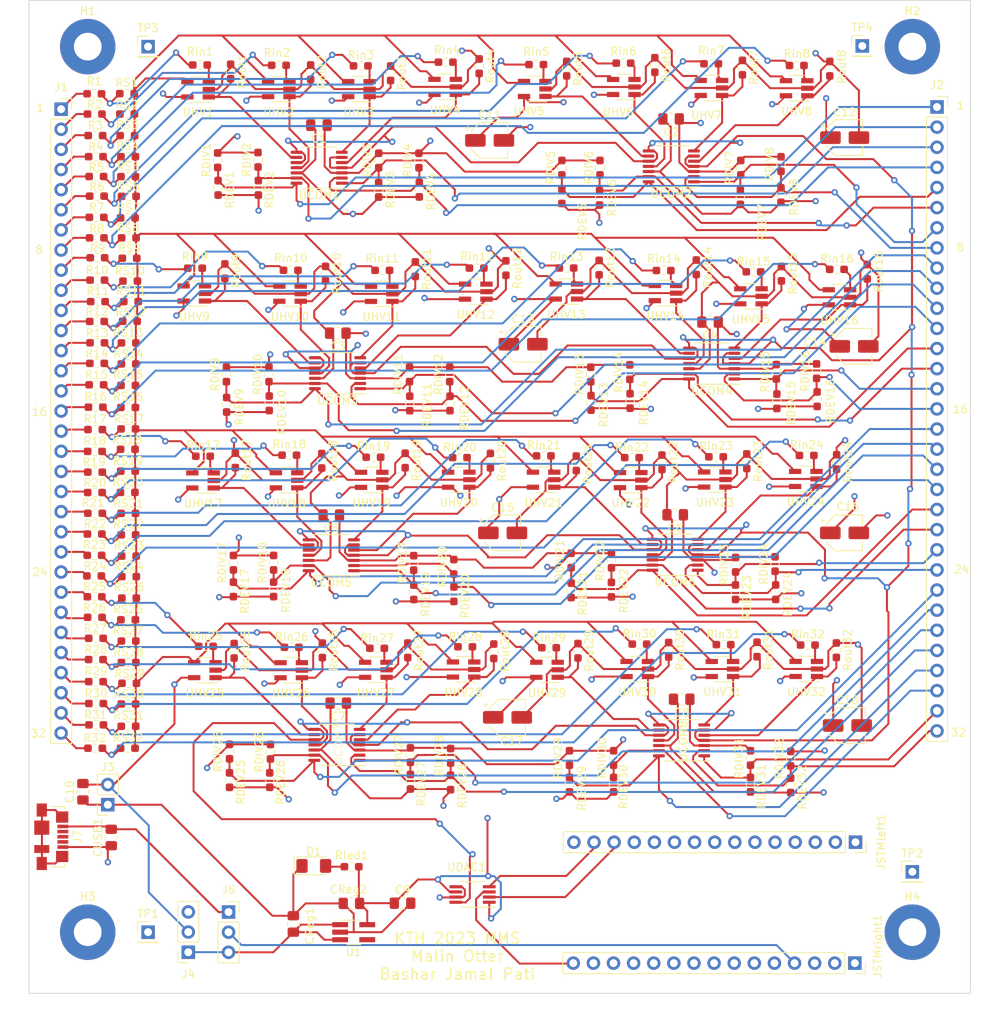
<source format=kicad_pcb>
(kicad_pcb (version 20211014) (generator pcbnew)
  (layers (0 "F.Cu" signal) (1 "In1.Cu" signal) (2 "In2.Cu" signal) (31 "B.Cu" signal) (34 "B.Paste" user) (35 "F.Paste" user) (36 "B.SilkS" user "B.Silkscreen") (37 "F.SilkS" user "F.Silkscreen") (38 "B.Mask" user) (39 "F.Mask" user) (44 "Edge.Cuts" user))
  (net 0 "")
  (net 1 "GND")
  (net 2 "+48V")
  (net 3 "Net-(J1-Pad1)")
  (net 4 "Net-(J1-Pad2)")
  (net 5 "Net-(J1-Pad3)")
  (net 6 "Net-(J1-Pad4)")
  (net 7 "Net-(J1-Pad5)")
  (net 8 "Net-(J1-Pad6)")
  (net 9 "Net-(J1-Pad7)")
  (net 10 "Net-(J1-Pad8)")
  (net 11 "Net-(J1-Pad9)")
  (net 12 "Net-(J1-Pad10)")
  (net 13 "Net-(J1-Pad11)")
  (net 14 "Net-(J1-Pad12)")
  (net 15 "Net-(J1-Pad13)")
  (net 16 "Net-(J1-Pad14)")
  (net 17 "Net-(J1-Pad15)")
  (net 18 "Net-(J1-Pad16)")
  (net 19 "Net-(J1-Pad17)")
  (net 20 "Net-(J1-Pad18)")
  (net 21 "Net-(J1-Pad19)")
  (net 22 "Net-(J1-Pad20)")
  (net 23 "Net-(J1-Pad21)")
  (net 24 "Net-(J1-Pad22)")
  (net 25 "Net-(J1-Pad23)")
  (net 26 "Net-(J1-Pad24)")
  (net 27 "Net-(J1-Pad25)")
  (net 28 "Net-(J1-Pad26)")
  (net 29 "Net-(J1-Pad27)")
  (net 30 "Net-(J1-Pad28)")
  (net 31 "Net-(J1-Pad29)")
  (net 32 "Net-(J1-Pad30)")
  (net 33 "Net-(J1-Pad31)")
  (net 34 "Net-(J1-Pad32)")
  (net 46 "+3.3V")
  (net 47 "+5V USB")
  (net 60 "Net-(J2-Pad1)")
  (net 61 "Net-(J2-Pad2)")
  (net 62 "Net-(Rout1-Pad2)")
  (net 63 "Net-(Rout2-Pad2)")
  (net 64 "Net-(Rout3-Pad2)")
  (net 65 "Net-(Rout4-Pad2)")
  (net 66 "Net-(Rout5-Pad2)")
  (net 67 "Net-(Rout6-Pad2)")
  (net 68 "Net-(Rout7-Pad2)")
  (net 69 "Net-(Rout8-Pad2)")
  (net 70 "Net-(Rout9-Pad2)")
  (net 71 "Net-(Rout10-Pad2)")
  (net 72 "Net-(Rout11-Pad2)")
  (net 73 "Net-(Rout12-Pad2)")
  (net 74 "Net-(Rout13-Pad2)")
  (net 75 "Net-(Rout14-Pad2)")
  (net 76 "Net-(Rout15-Pad2)")
  (net 77 "Net-(Rout16-Pad2)")
  (net 78 "Net-(Rout17-Pad2)")
  (net 79 "Net-(Rout18-Pad2)")
  (net 80 "Net-(Rout19-Pad2)")
  (net 81 "Net-(Rout20-Pad2)")
  (net 82 "Net-(Rout21-Pad2)")
  (net 83 "Net-(Rout22-Pad2)")
  (net 84 "Net-(Rout23-Pad2)")
  (net 85 "Net-(Rout24-Pad2)")
  (net 86 "Net-(Rout25-Pad2)")
  (net 87 "Net-(Rout26-Pad2)")
  (net 88 "Net-(Rout27-Pad2)")
  (net 89 "Net-(Rout28-Pad2)")
  (net 90 "Net-(Rout29-Pad2)")
  (net 91 "Net-(Rout30-Pad2)")
  (net 92 "Net-(Rout31-Pad2)")
  (net 93 "Net-(Rout32-Pad2)")
  (net 95 "Net-(J2-Pad3)")
  (net 96 "Net-(J2-Pad4)")
  (net 97 "Net-(J2-Pad5)")
  (net 98 "Net-(J2-Pad6)")
  (net 99 "Net-(J2-Pad7)")
  (net 100 "Net-(J2-Pad8)")
  (net 101 "Net-(J2-Pad9)")
  (net 102 "Net-(J2-Pad10)")
  (net 103 "Net-(J2-Pad11)")
  (net 104 "Net-(J2-Pad12)")
  (net 105 "Net-(J2-Pad13)")
  (net 106 "Net-(J2-Pad14)")
  (net 107 "Net-(J2-Pad15)")
  (net 108 "Net-(J2-Pad16)")
  (net 109 "Net-(J2-Pad17)")
  (net 110 "Net-(J2-Pad18)")
  (net 111 "Net-(J2-Pad19)")
  (net 112 "Net-(J2-Pad20)")
  (net 113 "Net-(J2-Pad21)")
  (net 114 "Net-(J2-Pad22)")
  (net 115 "Net-(J2-Pad23)")
  (net 116 "Net-(J2-Pad24)")
  (net 117 "Net-(J2-Pad25)")
  (net 118 "Net-(J2-Pad26)")
  (net 119 "Net-(J2-Pad27)")
  (net 120 "Net-(J2-Pad28)")
  (net 121 "Net-(J2-Pad29)")
  (net 122 "Net-(J2-Pad30)")
  (net 123 "Net-(J2-Pad31)")
  (net 124 "Net-(J2-Pad32)")
  (net 125 "+5V MCU")
  (net 129 "unconnected-(J7-Pad6)")
  (net 130 "SPI_CS")
  (net 131 "SPI_MOSI")
  (net 132 "SCK")
  (net 134 "DAC output")
  (net 135 "Net-(Rin1-Pad1)")
  (net 136 "Net-(Rin2-Pad1)")
  (net 137 "Net-(Rin3-Pad1)")
  (net 138 "Net-(Rin4-Pad1)")
  (net 139 "Net-(Rin5-Pad1)")
  (net 140 "Net-(Rin6-Pad1)")
  (net 141 "Net-(Rin7-Pad1)")
  (net 142 "Net-(Rin8-Pad1)")
  (net 143 "Net-(Rin9-Pad1)")
  (net 144 "Net-(Rin10-Pad1)")
  (net 145 "Net-(Rin11-Pad1)")
  (net 146 "Net-(Rin12-Pad1)")
  (net 147 "Net-(Rin13-Pad1)")
  (net 148 "Net-(Rin14-Pad1)")
  (net 149 "Net-(Rin15-Pad1)")
  (net 150 "Net-(Rin16-Pad1)")
  (net 151 "Net-(Rin17-Pad1)")
  (net 152 "Net-(Rin18-Pad1)")
  (net 153 "Net-(Rin19-Pad1)")
  (net 154 "Net-(Rin20-Pad1)")
  (net 155 "Net-(Rin21-Pad1)")
  (net 156 "Net-(Rin22-Pad1)")
  (net 157 "Net-(Rin23-Pad1)")
  (net 158 "Net-(Rin24-Pad1)")
  (net 159 "Net-(Rin25-Pad1)")
  (net 160 "Net-(Rin26-Pad1)")
  (net 161 "Net-(Rin27-Pad1)")
  (net 162 "Net-(Rin28-Pad1)")
  (net 163 "Net-(Rin29-Pad1)")
  (net 164 "Net-(Rin30-Pad1)")
  (net 165 "Net-(Rin31-Pad1)")
  (net 166 "Net-(Rin32-Pad1)")
  (net 167 "Net-(R1-Pad1)")
  (net 168 "Net-(R2-Pad1)")
  (net 169 "Net-(R3-Pad1)")
  (net 170 "Net-(R4-Pad1)")
  (net 171 "Net-(R5-Pad1)")
  (net 172 "Net-(R6-Pad1)")
  (net 173 "Net-(R7-Pad1)")
  (net 174 "Net-(R8-Pad1)")
  (net 175 "Net-(R9-Pad1)")
  (net 176 "Net-(R10-Pad1)")
  (net 177 "Net-(R11-Pad1)")
  (net 178 "Net-(R12-Pad1)")
  (net 179 "Net-(R13-Pad1)")
  (net 180 "Net-(R14-Pad1)")
  (net 181 "Net-(R15-Pad1)")
  (net 182 "Net-(R16-Pad1)")
  (net 183 "Net-(R17-Pad1)")
  (net 184 "Net-(R18-Pad1)")
  (net 185 "Net-(R19-Pad1)")
  (net 186 "Net-(R20-Pad1)")
  (net 187 "Net-(R21-Pad1)")
  (net 188 "Net-(R22-Pad1)")
  (net 189 "Net-(R23-Pad1)")
  (net 190 "Net-(R24-Pad1)")
  (net 191 "Net-(R25-Pad1)")
  (net 192 "Net-(R26-Pad1)")
  (net 193 "Net-(R27-Pad1)")
  (net 194 "Net-(R28-Pad1)")
  (net 195 "Net-(R29-Pad1)")
  (net 196 "Net-(R30-Pad1)")
  (net 197 "Net-(R31-Pad1)")
  (net 198 "Net-(R32-Pad1)")
  (net 199 "Net-(RS1-Pad1)")
  (net 200 "Net-(D1-Pad2)")
  (net 201 "+5V")
  (footprint "Resistor_SMD:R_0603_1608Metric_Pad0.98x0.95mm_HandSolder" (layer "F.Cu") (at 90.065649 70.240559 180)
    (fp_text reference "R12")
    (fp_text value "500")
  )
  (footprint "Resistor_SMD:R_0603_1608Metric_Pad0.98x0.95mm_HandSolder" (layer "F.Cu") (at 162.267259 111.674699 -90)
    (fp_text reference "Rout30")
    (fp_text value "10k")
  )
  (footprint "Resistor_SMD:R_0603_1608Metric_Pad0.98x0.95mm_HandSolder" (layer "F.Cu") (at 138.011774 63.511276 180)
    (fp_text reference "Rin12")
    (fp_text value "150")
  )
  (footprint "Resistor_SMD:R_0603_1608Metric_Pad0.98x0.95mm_HandSolder" (layer "F.Cu") (at 157.390554 80.275854 90)
    (fp_text reference "RDEV14")
    (fp_text value "6k")
  )
  (footprint "Package_TO_SOT_SMD:SOT-23-5_HandSoldering" (layer "F.Cu") (at 146.466287 90.215534 180)
    (fp_text reference "UHV21")
    (fp_text value "LT6106")
  )
  (footprint "Resistor_SMD:R_0603_1608Metric_Pad0.98x0.95mm_HandSolder" (layer "F.Cu") (at 90.040189 59.693125 180)
    (fp_text reference "R8")
    (fp_text value "500")
  )
  (footprint "Package_TO_SOT_SMD:SOT-23-5_HandSoldering" (layer "F.Cu") (at 179.646145 114.103444 180)
    (fp_text reference "UHV32")
    (fp_text value "LT6106")
  )
  (footprint "Resistor_SMD:R_0603_1608Metric_Pad0.98x0.95mm_HandSolder" (layer "F.Cu") (at 176.44667 54.291058 90)
    (fp_text reference "RDEV8")
    (fp_text value "6k")
  )
  (footprint "Resistor_SMD:R_0603_1608Metric_Pad0.98x0.95mm_HandSolder" (layer "F.Cu") (at 89.93488 115.70354 180)
    (fp_text reference "R29")
    (fp_text value "500")
  )
  (footprint "Resistor_SMD:R_0603_1608Metric_Pad0.98x0.95mm_HandSolder" (layer "F.Cu") (at 110.442959 53.378558 90)
    (fp_text reference "RDEV2")
    (fp_text value "6k")
  )
  (footprint "Resistor_SMD:R_0603_1608Metric_Pad0.98x0.95mm_HandSolder" (layer "F.Cu") (at 153.58667 50.838558 90)
    (fp_text reference "RDIV6")
    (fp_text value "2k")
  )
  (footprint "Capacitor_SMD:C_0805_2012Metric_Pad1.18x1.45mm_HandSolder" (layer "F.Cu") (at 91.86989 135.370646 90)
    (fp_text reference "CUSB1")
    (fp_text value "1u")
  )
  (footprint "Resistor_SMD:R_0603_1608Metric_Pad0.98x0.95mm_HandSolder" (layer "F.Cu") (at 118.925004 64.204657 -90)
    (fp_text reference "Rout10")
    (fp_text value "10k")
  )
  (footprint "Package_TO_SOT_SMD:SOT-23-5_HandSoldering" (layer "F.Cu") (at 158.299042 114.111698 180)
    (fp_text reference "UHV30")
    (fp_text value "LT6106")
  )
  (footprint "Resistor_SMD:R_0603_1608Metric_Pad0.98x0.95mm_HandSolder" (layer "F.Cu") (at 135.143183 104.665022 90)
    (fp_text reference "RDEV20")
    (fp_text value "6k")
  )
  (footprint "Resistor_SMD:R_0603_1608Metric_Pad0.98x0.95mm_HandSolder" (layer "F.Cu") (at 94.177089 62.264164 180)
    (fp_text reference "RS9")
    (fp_text value "1")
  )
  (footprint "Resistor_SMD:R_0603_1608Metric_Pad0.98x0.95mm_HandSolder" (layer "F.Cu") (at 172.594203 125.335996 90)
    (fp_text reference "RDIV31")
    (fp_text value "2k")
  )
  (footprint "Resistor_SMD:R_0603_1608Metric_Pad0.98x0.95mm_HandSolder" (layer "F.Cu") (at 93.856604 41.495495 180)
    (fp_text reference "RS1")
    (fp_text value "1")
  )
  (footprint "Resistor_SMD:R_0603_1608Metric_Pad0.98x0.95mm_HandSolder" (layer "F.Cu") (at 147.159567 111.421705 180)
    (fp_text reference "Rin29")
    (fp_text value "150")
  )
  (footprint "Package_TO_SOT_SMD:SOT-23-5_HandSoldering" (layer "F.Cu") (at 179.588048 90.122145 180)
    (fp_text reference "UHV24")
    (fp_text value "LT6106")
  )
  (footprint "Resistor_SMD:R_0603_1608Metric_Pad0.98x0.95mm_HandSolder" (layer "F.Cu") (at 93.959988 124.106692 180)
    (fp_text reference "RS32")
    (fp_text value "1")
  )
  (footprint "Package_TO_SOT_SMD:SOT-23-5_HandSoldering" (layer "F.Cu") (at 113.028293 40.922085 180)
    (fp_text reference "UHV2")
    (fp_text value "LT6106")
  )
  (footprint "Capacitor_SMD:CP_Elec_4x5.3" (layer "F.Cu") (at 139.654482 47.389596)
    (fp_text reference "C11")
    (fp_text value "1u")
  )
  (footprint "Capacitor_SMD:C_0805_2012Metric_Pad1.18x1.45mm_HandSolder" (layer "F.Cu") (at 114.86806 146.2825 -90)
    (fp_text reference "CReg1")
    (fp_text value "1u")
  )
  (footprint "Resistor_SMD:R_0603_1608Metric_Pad0.98x0.95mm_HandSolder" (layer "F.Cu") (at 94.002672 107.892198 180)
    (fp_text reference "RS26")
    (fp_text value "1")
  )
  (footprint "Package_TO_SOT_SMD:SOT-23-5_HandSoldering" (layer "F.Cu") (at 123.142762 40.922086 180)
    (fp_text reference "UHV3")
    (fp_text value "LT6106")
  )
  (footprint "Package_TO_SOT_SMD:TSOT-23-5_HandSoldering" (layer "F.Cu") (at 122.48806 147.32)
    (fp_text reference "U1")
    (fp_text value "ADP151")
  )
  (footprint "Connector_PinSocket_2.54mm:PinSocket_1x03_P2.54mm_Vertical" (layer "F.Cu") (at 101.6 149.8462 180)
    (fp_text reference "J4")
    (fp_text value "Conn_01x03_Female")
  )
  (footprint "Resistor_SMD:R_0603_1608Metric_Pad0.98x0.95mm_HandSolder" (layer "F.Cu") (at 141.707496 63.504603 -90)
    (fp_text reference "Rout12")
    (fp_text value "10k")
  )
  (footprint "Resistor_SMD:R_0603_1608Metric_Pad0.98x0.95mm_HandSolder" (layer "F.Cu") (at 172.979702 63.984888 180)
    (fp_text reference "Rin15")
    (fp_text value "150")
  )
  (footprint "Resistor_SMD:R_0603_1608Metric_Pad0.98x0.95mm_HandSolder" (layer "F.Cu") (at 94.092515 59.693125 180)
    (fp_text reference "RS8")
    (fp_text value "1")
  )
  (footprint "Resistor_SMD:R_0603_1608Metric_Pad0.98x0.95mm_HandSolder" (layer "F.Cu") (at 106.409206 76.931389 90)
    (fp_text reference "RDIV9")
    (fp_text value "2k")
  )
  (footprint "Resistor_SMD:R_0603_1608Metric_Pad0.98x0.95mm_HandSolder" (layer "F.Cu") (at 118.456948 87.831181 -90)
    (fp_text reference "Rout18")
    (fp_text value "10k")
  )
  (footprint "Resistor_SMD:R_0603_1608Metric_Pad0.98x0.95mm_HandSolder" (layer "F.Cu") (at 155.311724 128.703927 90)
    (fp_text reference "RDEV30")
    (fp_text value "6k")
  )
  (footprint "Resistor_SMD:R_0603_1608Metric_Pad0.98x0.95mm_HandSolder" (layer "F.Cu") (at 172.128406 87.880823 -90)
    (fp_text reference "Rout23")
    (fp_text value "10k")
  )
  (footprint "Resistor_SMD:R_0603_1608Metric_Pad0.98x0.95mm_HandSolder" (layer "F.Cu") (at 148.779779 50.838558 90)
    (fp_text reference "RDIV5")
    (fp_text value "2k")
  )
  (footprint "Resistor_SMD:R_0603_1608Metric_Pad0.98x0.95mm_HandSolder" (layer "F.Cu") (at 102.445736 63.522552 180)
    (fp_text reference "Rin9")
    (fp_text value "150")
  )
  (footprint "Resistor_SMD:R_0603_1608Metric_Pad0.98x0.95mm_HandSolder" (layer "F.Cu") (at 183.439748 111.733317 -90)
    (fp_text reference "Rout32")
    (fp_text value "10k")
  )
  (footprint "Connector_PinSocket_2.54mm:PinSocket_1x15_P2.54mm_Vertical" (layer "F.Cu") (at 185.85966 135.966731 -90)
    (fp_text reference "JSTMleft1")
    (fp_text value "Conn_01x15_Female")
  )
  (footprint "Resistor_SMD:R_0603_1608Metric_Pad0.98x0.95mm_HandSolder" (layer "F.Cu") (at 93.983356 89.136073 180)
    (fp_text reference "RS19")
    (fp_text value "1")
  )
  (footprint "Resistor_SMD:R_0603_1608Metric_Pad0.98x0.95mm_HandSolder" (layer "F.Cu") (at 106.809759 124.527722 90)
    (fp_text reference "RDIV25")
    (fp_text value "2k")
  )
  (footprint "Package_TO_SOT_SMD:SOT-23-5_HandSoldering" (layer "F.Cu") (at 167.665765 40.776081 180)
    (fp_text reference "UHV7")
    (fp_text value "LT6106")
  )
  (footprint "Resistor_SMD:R_0603_1608Metric_Pad0.98x0.95mm_HandSolder" (layer "F.Cu") (at 171.316945 54.556305 90)
    (fp_text reference "RDEV7")
    (fp_text value "6k")
  )
  (footprint "Resistor_SMD:R_0603_1608Metric_Pad0.98x0.95mm_HandSolder" (layer "F.Cu") (at 130.72667 49.926058 90)
    (fp_text reference "RDIV4")
    (fp_text value "2k")
  )
  (footprint "Resistor_SMD:R_0603_1608Metric_Pad0.98x0.95mm_HandSolder" (layer "F.Cu") (at 149.384242 38.340238 -90)
    (fp_text reference "Rout5")
    (fp_text value "10k")
  )
  (footprint "Resistor_SMD:R_0603_1608Metric_Pad0.98x0.95mm_HandSolder" (layer "F.Cu") (at 146.489283 87.205736 180)
    (fp_text reference "Rin21")
    (fp_text value "150")
  )
  (footprint "Resistor_SMD:R_0603_1608Metric_Pad0.98x0.95mm_HandSolder" (layer "F.Cu") (at 130.772201 53.611882 90)
    (fp_text reference "RDEV4")
    (fp_text value "6k")
  )
  (footprint "MountingHole:MountingHole_3.5mm_Pad" (layer "F.Cu") (at 88.9 35.56)
    (fp_text reference "H1")
    (fp_text value "MountingHole")
  )
  (footprint "Resistor_SMD:R_0603_1608Metric_Pad0.98x0.95mm_HandSolder" (layer "F.Cu") (at 123.377571 37.987235 180)
    (fp_text reference "Rin3")
    (fp_text value "150")
  )
  (footprint "Resistor_SMD:R_0603_1608Metric_Pad0.98x0.95mm_HandSolder" (layer "F.Cu") (at 136.570946 111.303302 180)
    (fp_text reference "Rin28")
    (fp_text value "150")
  )
  (footprint "Connector_PinSocket_2.54mm:PinSocket_1x32_P2.54mm_Vertical" (layer "F.Cu") (at 85.540033 43.449878)
    (fp_text reference "J1")
    (fp_text value "Conn_01x32_Female")
  )
  (footprint "Resistor_SMD:R_0603_1608Metric_Pad0.98x0.95mm_HandSolder" (layer "F.Cu") (at 89.922069 49.444146 180)
    (fp_text reference "R4")
    (fp_text value "500")
  )
  (footprint "Resistor_SMD:R_0603_1608Metric_Pad0.98x0.95mm_HandSolder" (layer "F.Cu") (at 103.456934 87.25648 180)
    (fp_text reference "Rin17")
    (fp_text value "150")
  )
  (footprint "Resistor_SMD:R_0603_1608Metric_Pad0.98x0.95mm_HandSolder" (layer "F.Cu") (at 175.929158 80.311795 90)
    (fp_text reference "RDEV15")
    (fp_text value "6k")
  )
  (footprint "Connector_PinSocket_2.54mm:PinSocket_1x32_P2.54mm_Vertical" (layer "F.Cu") (at 196.14806 43.18)
    (fp_text reference "J2")
    (fp_text value "Conn_01x32_Female")
  )
  (footprint "Resistor_SMD:R_0603_1608Metric_Pad0.98x0.95mm_HandSolder" (layer "F.Cu") (at 107.295684 100.690526 90)
    (fp_text reference "RDIV17")
    (fp_text value "2k")
  )
  (footprint "Resistor_SMD:R_0603_1608Metric_Pad0.98x0.95mm_HandSolder" (layer "F.Cu") (at 177.674203 128.788496 90)
    (fp_text reference "RDEV32")
    (fp_text value "6k")
  )
  (footprint "Package_TO_SOT_SMD:SOT-23-5_HandSoldering" (layer "F.Cu") (at 156.598731 40.653609 180)
    (fp_text reference "UHV6")
    (fp_text value "LT6106")
  )
  (footprint "Package_SO:TSSOP-14_4.4x5mm_P0.65mm" (layer "F.Cu") (at 163.072565 99.693935 180)
    (fp_text reference "UCOM6")
    (fp_text value "LM339")
  )
  (footprint "Resistor_SMD:R_0603_1608Metric_Pad0.98x0.95mm_HandSolder" (layer "F.Cu") (at 94.26076 65.148325 180)
    (fp_text reference "RS10")
    (fp_text value "1")
  )
  (footprint "Package_SO:TSSOP-14_4.4x5mm_P0.65mm" (layer "F.Cu") (at 162.59148 50.671503 180)
    (fp_text reference "UCOM2")
    (fp_text value "LM339")
  )
  (footprint "Capacitor_SMD:C_0805_2012Metric_Pad1.18x1.45mm_HandSolder" (layer "F.Cu") (at 120.539761 118.413068 180)
    (fp_text reference "C7")
    (fp_text value "0.1u")
  )
  (footprint "Capacitor_SMD:CP_Elec_4x5.3" (layer "F.Cu") (at 141.296365 96.926175)
    (fp_text reference "C15")
    (fp_text value "1u")
  )
  (footprint "Resistor_SMD:R_0603_1608Metric_Pad0.98x0.95mm_HandSolder" (layer "F.Cu") (at 93.964039 86.373842 180)
    (fp_text reference "RS18")
    (fp_text value "1")
  )
  (footprint "Capacitor_SMD:CP_Elec_4x5.3" (layer "F.Cu") (at 184.492736 47.04378)
    (fp_text reference "C12")
    (fp_text value "1u")
  )
  (footprint "Resistor_SMD:R_0603_1608Metric_Pad0.98x0.95mm_HandSolder" (layer "F.Cu") (at 175.783183 104.413324 90)
    (fp_text reference "RDEV24")
    (fp_text value "6k")
  )
  (footprint "Resistor_SMD:R_0603_1608Metric_Pad0.98x0.95mm_HandSolder" (layer "F.Cu") (at 94.057783 75.601628 180)
    (fp_text reference "RS14")
    (fp_text value "1")
  )
  (footprint "Resistor_SMD:R_0603_1608Metric_Pad0.98x0.95mm_HandSolder" (layer "F.Cu") (at 112.375684 100.690526 90)
    (fp_text reference "RDIV18")
    (fp_text value "2k")
  )
  (footprint "Resistor_SMD:R_0603_1608Metric_Pad0.98x0.95mm_HandSolder" (layer "F.Cu") (at 93.906453 46.789805 180)
    (fp_text reference "RS3")
    (fp_text value "1")
  )
  (footprint "Resistor_SMD:R_0603_1608Metric_Pad0.98x0.95mm_HandSolder" (layer "F.Cu") (at 89.93488 110.230589 180)
    (fp_text reference "R27")
    (fp_text value "500")
  )
  (footprint "Package_TO_SOT_SMD:SOT-23-5_HandSoldering" (layer "F.Cu") (at 137.902554 66.480502 180)
    (fp_text reference "UHV12")
    (fp_text value "LT6106")
  )
  (footprint "Resistor_SMD:R_0603_1608Metric_Pad0.98x0.95mm_HandSolder" (layer "F.Cu") (at 175.856411 76.592119 90)
    (fp_text reference "RDIV15")
    (fp_text value "2k")
  )
  (footprint "Resistor_SMD:R_0603_1608Metric_Pad0.98x0.95mm_HandSolder" (layer "F.Cu") (at 111.788238 76.931389 90)
    (fp_text reference "RDIV10")
    (fp_text value "2k")
  )
  (footprint "Resistor_SMD:R_0603_1608Metric_Pad0.98x0.95mm_HandSolder" (layer "F.Cu") (at 94.007941 49.445418 180)
    (fp_text reference "RS4")
    (fp_text value "1")
  )
  (footprint "Resistor_SMD:R_0603_1608Metric_Pad0.98x0.95mm_HandSolder" (layer "F.Cu") (at 90.102516 72.941126 180)
    (fp_text reference "R13")
    (fp_text value "500")
  )
  (footprint "Resistor_SMD:R_0603_1608Metric_Pad0.98x0.95mm_HandSolder" (layer "F.Cu") (at 89.783155 44.067212 180)
    (fp_text reference "R2")
    (fp_text value "500")
  )
  (footprint "Resistor_SMD:R_0603_1608Metric_Pad0.98x0.95mm_HandSolder" (layer "F.Cu") (at 176.455571 50.372875 90)
    (fp_text reference "RDIV8")
    (fp_text value "2k")
  )
  (footprint "Resistor_SMD:R_0603_1608Metric_Pad0.98x0.95mm_HandSolder" (layer "F.Cu") (at 89.839123 83.888148 180)
    (fp_text reference "R17")
    (fp_text value "500")
  )
  (footprint "Capacitor_SMD:C_0805_2012Metric_Pad1.18x1.45mm_HandSolder" (layer "F.Cu") (at 163.088168 94.644495 180)
    (fp_text reference "C6")
    (fp_text value "0.1u")
  )
  (footprint "Resistor_SMD:R_0603_1608Metric_Pad0.98x0.95mm_HandSolder" (layer "F.Cu") (at 160.515631 37.877565 -90)
    (fp_text reference "Rout6")
    (fp_text value "10k")
  )
  (footprint "Resistor_SMD:R_0603_1608Metric_Pad0.98x0.95mm_HandSolder" (layer "F.Cu") (at 89.796441 107.580846 180)
    (fp_text reference "R26")
    (fp_text value "500")
  )
  (footprint "LED_SMD:LED_1206_3216Metric_Pad1.42x1.75mm_HandSolder" (layer "F.Cu") (at 117.451152 138.955746)
    (fp_text reference "D1")
    (fp_text value "LED")
  )
  (footprint "Resistor_SMD:R_0603_1608Metric_Pad0.98x0.95mm_HandSolder" (layer "F.Cu") (at 172.594203 128.703927 90)
    (fp_text reference "RDEV31")
    (fp_text value "6k")
  )
  (footprint "Resistor_SMD:R_0603_1608Metric_Pad0.98x0.95mm_HandSolder" (layer "F.Cu") (at 134.106857 37.519564 180)
    (fp_text reference "Rin4")
    (fp_text value "150")
  )
  (footprint "Resistor_SMD:R_0603_1608Metric_Pad0.98x0.95mm_HandSolder" (layer "F.Cu") (at 90.081762 75.53301 180)
    (fp_text reference "R14")
    (fp_text value "500")
  )
  (footprint "Resistor_SMD:R_0603_1608Metric_Pad0.98x0.95mm_HandSolder" (layer "F.Cu") (at 130.068975 100.716254 90)
    (fp_text reference "RDIV19")
    (fp_text value "2k")
  )
  (footprint "Resistor_SMD:R_0603_1608Metric_Pad0.98x0.95mm_HandSolder" (layer "F.Cu") (at 106.441129 80.764239 90)
    (fp_text reference "RDEV9")
    (fp_text value "6k")
  )
  (footprint "Capacitor_SMD:C_0805_2012Metric_Pad1.18x1.45mm_HandSolder" (layer "F.Cu") (at 122.202211 143.690578 180)
    (fp_text reference "CReg2")
    (fp_text value "1u")
  )
  (footprint "Resistor_SMD:R_0603_1608Metric_Pad0.98x0.95mm_HandSolder" (layer "F.Cu") (at 130.076926 104.423196 90)
    (fp_text reference "RDEV19")
    (fp_text value "6k")
  )
  (footprint "Resistor_SMD:R_0603_1608Metric_Pad0.98x0.95mm_HandSolder" (layer "F.Cu") (at 107.295684 104.058457 90)
    (fp_text reference "RDEV17")
    (fp_text value "6k")
  )
  (footprint "Resistor_SMD:R_0603_1608Metric_Pad0.98x0.95mm_HandSolder" (layer "F.Cu") (at 94.06906 72.951654 180)
    (fp_text reference "RS13")
    (fp_text value "1")
  )
  (footprint "Resistor_SMD:R_0603_1608Metric_Pad0.98x0.95mm_HandSolder" (layer "F.Cu") (at 152.428238 76.931389 90)
    (fp_text reference "RDIV13")
    (fp_text value "2k")
  )
  (footprint "Resistor_SMD:R_0603_1608Metric_Pad0.98x0.95mm_HandSolder" (layer "F.Cu") (at 127.149701 38.917996 -90)
    (fp_text reference "Rout3")
    (fp_text value "10k")
  )
  (footprint "Resistor_SMD:R_0603_1608Metric_Pad0.98x0.95mm_HandSolder" (layer "F.Cu") (at 150.807385 111.80831 -90)
    (fp_text reference "Rout29")
    (fp_text value "10k")
  )
  (footprint "Connector_PinHeader_2.54mm:PinHeader_1x01_P2.54mm_Vertical" (layer "F.Cu") (at 96.52 147.32)
    (fp_text reference "TP1")
    (fp_text value "Conn_01x01_Female")
  )
  (footprint "Connector_PinHeader_2.54mm:PinHeader_1x01_P2.54mm_Vertical" (layer "F.Cu") (at 186.715075 35.475912)
    (fp_text reference "TP4")
    (fp_text value "Conn_01x01_Female")
  )
  (footprint "Resistor_SMD:R_0603_1608Metric_Pad0.98x0.95mm_HandSolder" (layer "F.Cu") (at 89.747123 99.759894 180)
    (fp_text reference "R23")
    (fp_text value "500")
  )
  (footprint "Resistor_SMD:R_0603_1608Metric_Pad0.98x0.95mm_HandSolder" (layer "F.Cu") (at 134.727876 128.423443 90)
    (fp_text reference "RDEV28")
    (fp_text value "6k")
  )
  (footprint "Resistor_SMD:R_0603_1608Metric_Pad0.98x0.95mm_HandSolder" (layer "F.Cu") (at 94.044561 118.524831 180)
    (fp_text reference "RS30")
    (fp_text value "1")
  )
  (footprint "Resistor_SMD:R_0603_1608Metric_Pad0.98x0.95mm_HandSolder" (layer "F.Cu") (at 129.647876 124.970943 90)
    (fp_text reference "RDIV27")
    (fp_text value "2k")
  )
  (footprint "Resistor_SMD:R_0603_1608Metric_Pad0.98x0.95mm_HandSolder" (layer "F.Cu") (at 183.508692 63.669147 180)
    (fp_text reference "Rin16")
    (fp_text value "150")
  )
  (footprint "Package_TO_SOT_SMD:SOT-23-5_HandSoldering" (layer "F.Cu") (at 169.052573 114.109264 180)
    (fp_text reference "UHV31")
    (fp_text value "LT6106")
  )
  (footprint "Resistor_SMD:R_0603_1608Metric_Pad0.98x0.95mm_HandSolder" (layer "F.Cu") (at 90.05582 54.426692 180)
    (fp_text reference "R6")
    (fp_text value "500")
  )
  (footprint "Resistor_SMD:R_0603_1608Metric_Pad0.98x0.95mm_HandSolder" (layer "F.Cu") (at 139.750033 87.809182 -90)
    (fp_text reference "Rout20")
    (fp_text value "10k")
  )
  (footprint "Resistor_SMD:R_0603_1608Metric_Pad0.98x0.95mm_HandSolder" (layer "F.Cu") (at 155.311724 125.335996 90)
    (fp_text reference "RDIV30")
    (fp_text value "2k")
  )
  (footprint "Capacitor_SMD:CP_Elec_4x5.3" (layer "F.Cu") (at 141.908597 120.21071)
    (fp_text reference "C17")
    (fp_text value "1u")
  )
  (footprint "Capacitor_SMD:C_0805_2012Metric_Pad1.18x1.45mm_HandSolder" (layer "F.Cu") (at 118.100954 45.486107 180)
    (fp_text reference "C1")
    (fp_text value "0.1u")
  )
  (footprint "Resistor_SMD:R_0603_1608Metric_Pad0.98x0.95mm_HandSolder" (layer "F.Cu") (at 173.422897 111.640484 -90)
    (fp_text reference "Rout31")
    (fp_text value "10k")
  )
  (footprint "Resistor_SMD:R_0603_1608Metric_Pad0.98x0.95mm_HandSolder" (layer "F.Cu") (at 103.077087 37.874755 180)
    (fp_text reference "Rin1")
    (fp_text value "150")
  )
  (footprint "Resistor_SMD:R_0603_1608Metric_Pad0.98x0.95mm_HandSolder" (layer "F.Cu") (at 105.308526 49.893681 90)
    (fp_text reference "RDIV1")
    (fp_text value "2k")
  )
  (footprint "Capacitor_SMD:C_0805_2012Metric_Pad1.18x1.45mm_HandSolder" (layer "F.Cu") (at 167.493432 70.32838 180)
    (fp_text reference "C4")
    (fp_text value "0.1u")
  )
  (footprint "Resistor_SMD:R_0603_1608Metric_Pad0.98x0.95mm_HandSolder" (layer "F.Cu") (at 90.125864 62.205213 180)
    (fp_text reference "R9")
    (fp_text value "500")
  )
  (footprint "Resistor_SMD:R_0603_1608Metric_Pad0.98x0.95mm_HandSolder" (layer "F.Cu") (at 93.944723 91.821038 180)
    (fp_text reference "RS20")
    (fp_text value "1")
  )
  (footprint "Resistor_SMD:R_0603_1608Metric_Pad0.98x0.95mm_HandSolder" (layer "F.Cu") (at 149.363891 63.50279 180)
    (fp_text reference "Rin13")
    (fp_text value "150")
  )
  (footprint "Connector_PinHeader_2.54mm:PinHeader_1x01_P2.54mm_Vertical" (layer "F.Cu") (at 193.04 139.7)
    (fp_text reference "TP2")
    (fp_text value "Conn_01x01_Female")
  )
  (footprint "Resistor_SMD:R_0603_1608Metric_Pad0.98x0.95mm_HandSolder" (layer "F.Cu") (at 153.48266 63.44941 -90)
    (fp_text reference "Rout13")
    (fp_text value "10k")
  )
  (footprint "Resistor_SMD:R_0603_1608Metric_Pad0.98x0.95mm_HandSolder" (layer "F.Cu") (at 118.527778 111.754701 -90)
    (fp_text reference "Rout26")
    (fp_text value "10k")
  )
  (footprint "Resistor_SMD:R_0603_1608Metric_Pad0.98x0.95mm_HandSolder" (layer "F.Cu") (at 161.419867 88.015086 -90)
    (fp_text reference "Rout22")
    (fp_text value "10k")
  )
  (footprint "Connector_PinSocket_2.54mm:PinSocket_1x02_P2.54mm_Vertical" (layer "F.Cu") (at 91.44 131.235934 180)
    (fp_text reference "J3")
    (fp_text value "Conn_01x02_Female")
  )
  (footprint "Resistor_SMD:R_0603_1608Metric_Pad0.98x0.95mm_HandSolder" (layer "F.Cu") (at 181.015871 80.052637 90)
    (fp_text reference "RDEV16")
    (fp_text value "6k")
  )
  (footprint "Capacitor_SMD:CP_Elec_4x5.3" (layer "F.Cu") (at 184.476365 96.926175)
    (fp_text reference "C16")
    (fp_text value "1u")
  )
  (footprint "Resistor_SMD:R_0603_1608Metric_Pad0.98x0.95mm_HandSolder" (layer "F.Cu") (at 89.767472 104.989433 180)
    (fp_text reference "R25")
    (fp_text value "500")
  )
  (footprint "Resistor_SMD:R_0603_1608Metric_Pad0.98x0.95mm_HandSolder" (layer "F.Cu") (at 156.557635 37.646431 180)
    (fp_text reference "Rin6")
    (fp_text value "150")
  )
  (footprint "Package_TO_SOT_SMD:SOT-23-5_HandSoldering" (layer "F.Cu") (at 161.862899 66.668476 180)
    (fp_text reference "UHV14")
    (fp_text value "LT6106")
  )
  (footprint "Resistor_SMD:R_0603_1608Metric_Pad0.98x0.95mm_HandSolder" (layer "F.Cu") (at 90.10743 65.025387 180)
    (fp_text reference "R10")
    (fp_text value "500")
  )
  (footprint "Resistor_SMD:R_0603_1608Metric_Pad0.98x0.95mm_HandSolder" (layer "F.Cu") (at 149.953409 104.174444 90)
    (fp_text reference "RDEV21")
    (fp_text value "6k")
  )
  (footprint "Package_SO:TSSOP-14_4.4x5mm_P0.65mm" (layer "F.Cu") (at 120.450702 76.771477 180)
    (fp_text reference "UCOM3")
    (fp_text value "LM339")
  )
  (footprint "Resistor_SMD:R_0603_1608Metric_Pad0.98x0.95mm_HandSolder" (layer "F.Cu") (at 124.97788 87.377674 180)
    (fp_text reference "Rin19")
    (fp_text value "150")
  )
  (footprint "Resistor_SMD:R_0603_1608Metric_Pad0.98x0.95mm_HandSolder" (layer "F.Cu") (at 94.044561 121.332676 180)
    (fp_text reference "RS31")
    (fp_text value "1")
  )
  (footprint "Package_SO:MSOP-8_3x3mm_P0.65mm" (layer "F.Cu") (at 137.495361 142.565 180)
    (fp_text reference "UDAC1")
    (fp_text value "MCP4921")
  )
  (footprint "Capacitor_SMD:CP_Elec_4x5.3" (layer "F.Cu") (at 185.673476 73.389521)
    (fp_text reference "C14")
    (fp_text value "1u")
  )
  (footprint "Resistor_SMD:R_0603_1608Metric_Pad0.98x0.95mm_HandSolder" (layer "F.Cu") (at 94.021988 83.804774 180)
    (fp_text reference "RS17")
    (fp_text value "1")
  )
  (footprint "Resistor_SMD:R_0603_1608Metric_Pad0.98x0.95mm_HandSolder" (layer "F.Cu") (at 168.248034 87.32972 180)
    (fp_text reference "Rin23")
    (fp_text value "150")
  )
  (footprint "Resistor_SMD:R_0603_1608Metric_Pad0.98x0.95mm_HandSolder" (layer "F.Cu") (at 94.137886 115.908462 180)
    (fp_text reference "RS29")
    (fp_text value "1")
  )
  (footprint "Resistor_SMD:R_0603_1608Metric_Pad0.98x0.95mm_HandSolder" (layer "F.Cu") (at 150.592937 88.146494 -90)
    (fp_text reference "Rout21")
    (fp_text value "10k")
  )
  (footprint "Capacitor_SMD:C_0805_2012Metric_Pad1.18x1.45mm_HandSolder" (layer "F.Cu") (at 128.657633 143.663289)
    (fp_text reference "C9")
    (fp_text value "0.1u")
  )
  (footprint "Resistor_SMD:R_0603_1608Metric_Pad0.98x0.95mm_HandSolder" (layer "F.Cu") (at 145.540319 37.824029 180)
    (fp_text reference "Rin5")
    (fp_text value "150")
  )
  (footprint "Connector_USB:USB_Micro-B_Molex_47346-0001" (layer "F.Cu") (at 84.296283 135.278615 -90)
    (fp_text reference "J7")
    (fp_text value "USB_B_Micro")
  )
  (footprint "Resistor_SMD:R_0603_1608Metric_Pad0.98x0.95mm_HandSolder" (layer "F.Cu") (at 111.973804 124.545652 90)
    (fp_text reference "RDIV26")
    (fp_text value "2k")
  )
  (footprint "MountingHole:MountingHole_3.5mm_Pad" (layer "F.Cu") (at 193.04 147.32)
    (fp_text reference "H4")
    (fp_text value "MountingHole")
  )
  (footprint "Resistor_SMD:R_0603_1608Metric_Pad0.98x0.95mm_HandSolder" (layer "F.Cu") (at 125.64667 49.926058 90)
    (fp_text reference "RDIV3")
    (fp_text value "2k")
  )
  (footprint "Resistor_SMD:R_0603_1608Metric_Pad0.98x0.95mm_HandSolder" (layer "F.Cu") (at 117.052525 38.789304 -90)
    (fp_text reference "Rout2")
    (fp_text value "10k")
  )
  (footprint "Resistor_SMD:R_0603_1608Metric_Pad0.98x0.95mm_HandSolder" (layer "F.Cu") (at 170.716802 100.94728 90)
    (fp_text reference "RDIV23")
    (fp_text value "2k")
  )
  (footprint "Resistor_SMD:R_0603_1608Metric_Pad0.98x0.95mm_HandSolder" (layer "F.Cu") (at 129.315312 111.74739 -90)
    (fp_text reference "Rout27")
    (fp_text value "10k")
  )
  (footprint "Package_TO_SOT_SMD:SOT-23-5_HandSoldering" (layer "F.Cu") (at 125.283286 114.208034 180)
    (fp_text reference "UHV27")
    (fp_text value "LT6106")
  )
  (footprint "Package_TO_SOT_SMD:SOT-23-5_HandSoldering" (layer "F.Cu") (at 103.463692 90.308728 180)
    (fp_text reference "UHV17")
    (fp_text value "LT6106")
  )
  (footprint "Resistor_SMD:R_0603_1608Metric_Pad0.98x0.95mm_HandSolder" (layer "F.Cu") (at 175.700566 100.851804 90)
    (fp_text reference "RDIV24")
    (fp_text value "2k")
  )
  (footprint "Resistor_SMD:R_0603_1608Metric_Pad0.98x0.95mm_HandSolder" (layer "F.Cu") (at 125.441949 111.489364 180)
    (fp_text reference "Rin27")
    (fp_text value "150")
  )
  (footprint "Resistor_SMD:R_0603_1608Metric_Pad0.98x0.95mm_HandSolder" (layer "F.Cu") (at 94.11857 105.149284 180)
    (fp_text reference "RS25")
    (fp_text value "1")
  )
  (footprint "Resistor_SMD:R_0603_1608Metric_Pad0.98x0.95mm_HandSolder" (layer "F.Cu") (at 167.631851 37.722541 180)
    (fp_text reference "Rin7")
    (fp_text value "150")
  )
  (footprint "Resistor_SMD:R_0603_1608Metric_Pad0.98x0.95mm_HandSolder" (layer "F.Cu") (at 130.26522 63.647488 -90)
    (fp_text reference "Rout11")
    (fp_text value "10k")
  )
  (footprint "Capacitor_SMD:CP_Elec_4x5.3" (layer "F.Cu") (at 184.838565 121.238937)
    (fp_text reference "C18")
    (fp_text value "1u")
  )
  (footprint "Connector_PinHeader_2.54mm:PinHeader_1x01_P2.54mm_Vertical" (layer "F.Cu") (at 96.52 35.56)
    (fp_text reference "TP3")
    (fp_text value "Conn_01x01_Female")
  )
  (footprint "Capacitor_SMD:C_0805_2012Metric_Pad1.18x1.45mm_HandSolder" (layer "F.Cu") (at 120.482106 71.722037 180)
    (fp_text reference "C3")
    (fp_text value "0.1u")
  )
  (footprint "Resistor_SMD:R_0603_1608Metric_Pad0.98x0.95mm_HandSolder" (layer "F.Cu") (at 89.837085 124.104041 180)
    (fp_text reference "R32")
    (fp_text value "500")
  )
  (footprint "Package_SO:TSSOP-14_4.4x5mm_P0.65mm" (layer "F.Cu") (at 167.704561 75.558992 180)
    (fp_text reference "UCOM4")
    (fp_text value "LM339")
  )
  (footprint "Package_TO_SOT_SMD:SOT-23-5_HandSoldering" (layer "F.Cu") (at 126.024002 66.764448 180)
    (fp_text reference "UHV11")
    (fp_text value "LT6106")
  )
  (footprint "Capacitor_SMD:C_0805_2012Metric_Pad1.18x1.45mm_HandSolder" (layer "F.Cu") (at 162.571703 44.684812 180)
    (fp_text reference "C2")
    (fp_text value "0.1u")
  )
  (footprint "Capacitor_SMD:C_0805_2012Metric_Pad1.18x1.45mm_HandSolder" (layer "F.Cu") (at 163.910209 117.924245 180)
    (fp_text reference "C8")
    (fp_text value "0.1u")
  )
  (footprint "Resistor_SMD:R_0603_1608Metric_Pad0.98x0.95mm_HandSolder" (layer "F.Cu") (at 129.568238 80.589888 90)
    (fp_text reference "RDEV11")
    (fp_text value "6k")
  )
  (footprint "Resistor_SMD:R_0603_1608Metric_Pad0.98x0.95mm_HandSolder" (layer "F.Cu") (at 182.610334 38.343219 -90)
    (fp_text reference "Rout8")
    (fp_text value "10k")
  )
  (footprint "Capacitor_SMD:C_0805_2012Metric_Pad1.18x1.45mm_HandSolder" (layer "F.Cu") (at 119.657339 94.672005 180)
    (fp_text reference "C5")
    (fp_text value "0.1u")
  )
  (footprint "Resistor_SMD:R_0603_1608Metric_Pad0.98x0.95mm_HandSolder" (layer "F.Cu") (at 114.534129 63.781912 180)
    (fp_text reference "Rin10")
    (fp_text value "150")
  )
  (footprint "Resistor_SMD:R_0603_1608Metric_Pad0.98x0.95mm_HandSolder" (layer "F.Cu") (at 178.440364 37.942432 180)
    (fp_text reference "Rin8")
    (fp_text value "150")
  )
  (footprint "Package_SO:TSSOP-14_4.4x5mm_P0.65mm" (layer "F.Cu") (at 120.374689 123.680387 180)
    (fp_text reference "UCOM7")
    (fp_text value "LM339")
  )
  (footprint "Resistor_SMD:R_0603_1608Metric_Pad0.98x0.95mm_HandSolder" (layer "F.Cu") (at 89.969457 121.156345 180)
    (fp_text reference "R31")
    (fp_text value "500")
  )
  (footprint "Package_TO_SOT_SMD:SOT-23-5_HandSoldering" (layer "F.Cu") (at 178.427887 40.811688 180)
    (fp_text reference "UHV8")
    (fp_text value "LT6106")
  )
  (footprint "Package_TO_SOT_SMD:SOT-23-5_HandSoldering" (layer "F.Cu") (at 102.837346 40.959997 180)
    (fp_text reference "UHV1")
    (fp_text value "LT6106")
  )
  (footprint "Resistor_SMD:R_0603_1608Metric_Pad0.98x0.95mm_HandSolder" (layer "F.Cu") (at 94.021988 94.467371 180)
    (fp_text reference "RS21")
    (fp_text value "1")
  )
  (footprint "Resistor_SMD:R_0603_1608Metric_Pad0.98x0.95mm_HandSolder" (layer "F.Cu") (at 103.821965 111.238989 180)
    (fp_text reference "Rin25")
    (fp_text value "150")
  )
  (footprint "Resistor_SMD:R_0603_1608Metric_Pad0.98x0.95mm_HandSolder" (layer "F.Cu") (at 153.536945 54.641638 90)
    (fp_text reference "RDEV6")
    (fp_text value "6k")
  )
  (footprint "Resistor_SMD:R_0603_1608Metric_Pad0.98x0.95mm_HandSolder" (layer "F.Cu") (at 94.012677 78.319262 180)
    (fp_text reference "RS15")
    (fp_text value "1")
  )
  (footprint "Package_SO:TSSOP-14_4.4x5mm_P0.65mm" (layer "F.Cu") (at 118.129678 50.842153 180)
    (fp_text reference "UCOM1")
    (fp_text value "LM339")
  )
  (footprint "Resistor_SMD:R_0603_1608Metric_Pad0.98x0.95mm_HandSolder" (layer "F.Cu") (at 93.957197 57.175449 180)
    (fp_text reference "RS7")
    (fp_text value "1")
  )
  (footprint "Resistor_SMD:R_0603_1608Metric_Pad0.98x0.95mm_HandSolder" (layer "F.Cu") (at 89.799437 86.642144 180)
    (fp_text reference "R18")
    (fp_text value "500")
  )
  (footprint "Resistor_SMD:R_0603_1608Metric_Pad0.98x0.95mm_HandSolder" (layer "F.Cu") (at 155.039569 100.42273 90)
    (fp_text reference "RDIV22")
    (fp_text value "2k")
  )
  (footprint "Resistor_SMD:R_0603_1608Metric_Pad0.98x0.95mm_HandSolder" (layer "F.Cu") (at 89.901706 81.063676 180)
    (fp_text reference "R16")
    (fp_text value "500")
  )
  (footprint "Package_SO:TSSOP-14_4.4x5mm_P0.65mm" (layer "F.Cu") (at 119.657339 99.752005 180)
    (fp_text reference "UCOM5")
    (fp_text value "LM339")
  )
  (footprint "Resistor_SMD:R_0603_1608Metric_Pad0.98x0.95mm_HandSolder" (layer "F.Cu") (at 106.804151 128.12422 90)
    (fp_text reference "RDEV25")
    (fp_text value "6k")
  )
  (footprint "Package_TO_SOT_SMD:SOT-23-5_HandSoldering" (layer "F.Cu") (at 103.693647 114.248714 180)
    (fp_text reference "UHV25")
    (fp_text value "LT6106")
  )
  (footprint "Resistor_SMD:R_0603_1608Metric_Pad0.98x0.95mm_HandSolder" (layer "F.Cu") (at 171.36667 50.838558 90)
    (fp_text reference "RDIV7")
    (fp_text value "2k")
  )
  (footprint "Resistor_SMD:R_0603_1608Metric_Pad0.98x0.95mm_HandSolder" (layer "F.Cu") (at 158.577009 110.965007 180)
    (fp_text reference "Rin30")
    (fp_text value "150")
  )
  (footprint "Resistor_SMD:R_0603_1608Metric_Pad0.98x0.95mm_HandSolder" (layer "F.Cu") (at 155.033409 104.089875 90)
    (fp_text reference "RDEV22")
    (fp_text value "1k")
  )
  (footprint "Connector_PinSocket_2.54mm:PinSocket_1x15_P2.54mm_Vertical" (layer "F.Cu") (at 185.778613 151.227863 -90)
    (fp_text reference "JSTMright1")
    (fp_text value "Conn_01x15_Female")
  )
  (footprint "Package_TO_SOT_SMD:SOT-23-5_HandSoldering" (layer "F.Cu") (at 124.762789 90.234046 180)
    (fp_text reference "UHV19")
    (fp_text value "LT6106")
  )
  (footprint "Resistor_SMD:R_0603_1608Metric_Pad0.98x0.95mm_HandSolder" (layer "F.Cu") (at 105.362959 53.378558 90)
    (fp_text reference "RDEV1")
    (fp_text value "6k")
  )
  (footprint "Resistor_SMD:R_0603_1608Metric_Pad0.98x0.95mm_HandSolder" (layer "F.Cu") (at 161.629689 63.812836 180)
    (fp_text reference "Rin14")
    (fp_text value "150")
  )
  (footprint "Resistor_SMD:R_0603_1608Metric_Pad0.98x0.95mm_HandSolder" (layer "F.Cu") (at 94.060621 110.577164 180)
    (fp_text reference "RS27")
    (fp_text value "1")
  )
  (footprint "Resistor_SMD:R_0603_1608Metric_Pad0.98x0.95mm_HandSolder" (layer "F.Cu") (at 107.389144 111.808823 -90)
    (fp_text reference "Rout25")
    (fp_text value "10k")
  )
  (footprint "Resistor_SMD:R_0603_1608Metric_Pad0.98x0.95mm_HandSolder" (layer "F.Cu") (at 149.734203 128.703927 90)
    (fp_text reference "RDEV29")
    (fp_text value "6k")
  )
  (footprint "Resistor_SMD:R_0603_1608Metric_Pad0.98x0.95mm_HandSolder" (layer "F.Cu") (at 94.11857 102.445002 180)
    (fp_text reference "RS24")
    (fp_text value "1")
  )
  (footprint "Resistor_SMD:R_0603_1608Metric_Pad0.98x0.95mm_HandSolder" (layer "F.Cu") (at 114.356382 87.118315 180)
    (fp_text reference "Rin18")
    (fp_text value "150")
  )
  (footprint "Resistor_SMD:R_0603_1608Metric_Pad0.98x0.95mm_HandSolder" (layer "F.Cu") (at 94.065255 113.281445 180)
    (fp_text reference "RS28")
    (fp_text value "1")
  )
  (footprint "Resistor_SMD:R_0603_1608Metric_Pad0.98x0.95mm_HandSolder" (layer "F.Cu") (at 94.041305 97.171653 180)
    (fp_text reference "RS22")
    (fp_text value "1")
  )
  (footprint "Resistor_SMD:R_0603_1608Metric_Pad0.98x0.95mm_HandSolder" (layer "F.Cu") (at 94.226931 70.222744 180)
    (fp_text reference "RS12")
    (fp_text value "1")
  )
  (footprint "Resistor_SMD:R_0603_1608Metric_Pad0.98x0.95mm_HandSolder" (layer "F.Cu") (at 93.873519 44.066534 180)
    (fp_text reference "RS2")
    (fp_text value "1")
  )
  (footprint "Resistor_SMD:R_0603_1608Metric_Pad0.98x0.95mm_HandSolder" (layer "F.Cu") (at 106.222396 63.895041 -90)
    (fp_text reference "Rout9")
    (fp_text value "10k")
  )
  (footprint "Resistor_SMD:R_0603_1608Metric_Pad0.98x0.95mm_HandSolder" (layer "F.Cu") (at 157.62648 87.428418 180)
    (fp_text reference "Rin22")
    (fp_text value "150")
  )
  (footprint "Resistor_SMD:R_0603_1608Metric_Pad0.98x0.95mm_HandSolder" (layer "F.Cu") (at 89.956379 118.462171 180)
    (fp_text reference "R30")
    (fp_text value "500")
  )
  (footprint "Package_TO_SOT_SMD:SOT-23-5_HandSoldering" (layer "F.Cu") (at 145.349576 40.898553 180)
    (fp_text reference "UHV5")
    (fp_text value "LT6106")
  )
  (footprint "Resistor_SMD:R_0603_1608Metric_Pad0.98x0.95mm_HandSolder" (layer "F.Cu") (at 128.984658 87.787628 -90)
    (fp_text reference "Rout19")
    (fp_text value "10k")
  )
  (footprint "Resistor_SMD:R_0603_1608Metric_Pad0.98x0.95mm_HandSolder" (layer "F.Cu") (at 176.498588 64.212982 -90)
    (fp_text reference "Rout15")
    (fp_text value "10k")
  )
  (footprint "Resistor_SMD:R_0603_1608Metric_Pad0.98x0.95mm_HandSolder" (layer "F.Cu") (at 94.092515 54.452178 180)
    (fp_text reference "RS6")
    (fp_text value "1")
  )
  (footprint "Resistor_SMD:R_0603_1608Metric_Pad0.98x0.95mm_HandSolder" (layer "F.Cu") (at 94.002672 81.100493 180)
    (fp_text reference "RS16")
    (fp_text value "1")
  )
  (footprint "Resistor_SMD:R_0603_1608Metric_Pad0.98x0.95mm_HandSolder" (layer "F.Cu") (at 148.770878 54.441201 90)
    (fp_text reference "RDEV5")
    (fp_text value "6k")
  )
  (footprint "Resistor_SMD:R_0603_1608Metric_Pad0.98x0.95mm_HandSolder" (layer "F.Cu") (at 94.007941 51.965713 180)
    (fp_text reference "RS5")
    (fp_text value "1")
  )
  (footprint "Resistor_SMD:R_0603_1608Metric_Pad0.98x0.95mm_HandSolder" (layer "F.Cu") (at 125.637769 53.629175 90)
    (fp_text reference "RDEV3")
    (fp_text value "6k")
  )
  (footprint "Resistor_SMD:R_0603_1608Metric_Pad0.98x0.95mm_HandSolder" (layer "F.Cu") (at 89.820787 89.259714 180)
    (fp_text reference "R19")
    (fp_text value "500")
  )
  (footprint "Resistor_SMD:R_0603_1608Metric_Pad0.98x0.95mm_HandSolder" (layer "F.Cu") (at 126.103805 63.793188 180)
    (fp_text reference "Rin11")
    (fp_text value "150")
  )
  (footprint "Resistor_SMD:R_0603_1608Metric_Pad0.98x0.95mm_HandSolder" (layer "F.Cu") (at 89.990691 51.951821 180)
    (fp_text reference "R5")
    (fp_text value "500")
  )
  (footprint "Resistor_SMD:R_0603_1608Metric_Pad0.98x0.95mm_HandSolder" (layer "F.Cu") (at 187.341854 63.968036 -90)
    (fp_text reference "Rout16")
    (fp_text value "10k")
  )
  (footprint "Resistor_SMD:R_0603_1608Metric_Pad0.98x0.95mm_HandSolder" (layer "F.Cu") (at 89.870262 46.784569 180)
    (fp_text reference "R3")
    (fp_text value "500")
  )
  (footprint "Resistor_SMD:R_0603_1608Metric_Pad0.98x0.95mm_HandSolder" (layer "F.Cu") (at 180.943124 76.514311 90)
    (fp_text reference "RDIV16")
    (fp_text value "2k")
  )
  (footprint "Resistor_SMD:R_0603_1608Metric_Pad0.98x0.95mm_HandSolder" (layer "F.Cu") (at 179.838825 111.08341 180)
    (fp_text reference "Rin32")
    (fp_text value "150")
  )
  (footprint "Resistor_SMD:R_0603_1608Metric_Pad0.98x0.95mm_HandSolder" (layer "F.Cu") (at 170.703183 104.413324 90)
    (fp_text reference "RDEV23")
    (fp_text value "6k")
  )
  (footprint "Resistor_SMD:R_0603_1608Metric_Pad0.98x0.95mm_HandSolder" (layer "F.Cu") (at 111.820161 80.570802 90)
    (fp_text reference "RDEV10")
    (fp_text value "6k")
  )
  (footprint "Resistor_SMD:R_0603_1608Metric_Pad0.98x0.95mm_HandSolder" (layer "F.Cu") (at 89.803617 91.835221 180)
    (fp_text reference "R20")
    (fp_text value "500")
  )
  (footprint "Resistor_SMD:R_0603_1608Metric_Pad0.98x0.95mm_HandSolder" (layer "F.Cu") (at 89.704889 102.362417 180)
    (fp_text reference "R24")
    (fp_text value "500")
  )
  (footprint "Capacitor_SMD:CP_Elec_4x5.3" (layer "F.Cu") (at 143.88484 73.118694)
    (fp_text reference "C13")
    (fp_text value "1u")
  )
  (footprint "Package_TO_SOT_SMD:SOT-23-5_HandSoldering" (layer "F.Cu") (at 146.905654 114.205086 180)
    (fp_text reference "UHV29")
    (fp_text value "LT6106")
  )
  (footprint "Package_SO:TSSOP-14_4.4x5mm_P0.65mm" (layer "F.Cu") (at 163.892424 123.117008 180)
    (fp_text reference "UCOM8")
    (fp_text value "LM339")
  )
  (footprint "Capacitor_SMD:C_0805_2012Metric_Pad1.18x1.45mm_HandSolder" (layer "F.Cu") (at 88.289628 129.599332 90)
    (fp_text reference "C10")
    (fp_text value "1u")
  )
  (footprint "Resistor_SMD:R_0603_1608Metric_Pad0.98x0.95mm_HandSolder" (layer "F.Cu") (at 89.769277 97.069751 180)
    (fp_text reference "R22")
    (fp_text value "500")
  )
  (footprint "MountingHole:MountingHole_3.5mm_Pad" (layer "F.Cu") (at 193.04 35.56)
    (fp_text reference "H2")
    (fp_text value "MountingHole")
  )
  (footprint "Package_TO_SOT_SMD:SOT-23-5_HandSoldering" (layer "F.Cu") (at 135.757748 90.215534 180)
    (fp_text reference "UHV20")
    (fp_text value "LT6106")
  )
  (footprint "Resistor_SMD:R_0603_1608Metric_Pad0.98x0.95mm_HandSolder" (layer "F.Cu") (at 89.825594 94.450017 180)
    (fp_text reference "R21")
    (fp_text value "500")
  )
  (footprint "Package_TO_SOT_SMD:SOT-23-5_HandSoldering" (layer "F.Cu") (at 102.357374 66.711909 180)
    (fp_text reference "UHV9")
    (fp_text value "LT6106")
  )
  (footprint "Resistor_SMD:R_0603_1608Metric_Pad0.98x0.95mm_HandSolder" (layer "F.Cu") (at 89.993559 78.239039 180)
    (fp_text reference "R15")
    (fp_text value "500")
  )
  (footprint "Resistor_SMD:R_0603_1608Metric_Pad0.98x0.95mm_HandSolder" (layer "F.Cu") (at 169.19946 111.032666 180)
    (fp_text reference "Rin31")
    (fp_text value "150")
  )
  (footprint "Resistor_SMD:R_0603_1608Metric_Pad0.98x0.95mm_HandSolder" (layer "F.Cu") (at 107.537224 87.768728 -90)
    (fp_text reference "Rout17")
    (fp_text value "10k")
  )
  (footprint "Resistor_SMD:R_0603_1608Metric_Pad0.98x0.95mm_HandSolder" (layer "F.Cu") (at 135.888776 87.428418 180)
    (fp_text reference "Rin20")
    (fp_text value "150")
  )
  (footprint "Resistor_SMD:R_0603_1608Metric_Pad0.98x0.95mm_HandSolder" (layer "F.Cu") (at 165.750322 63.402542 -90)
    (fp_text reference "Rout14")
    (fp_text value "10k")
  )
  (footprint "Package_TO_SOT_SMD:SOT-23-5_HandSoldering" (layer "F.Cu") (at 183.829218 67.193146 180)
    (fp_text reference "UHV16")
    (fp_text value "LT6106")
  )
  (footprint "Resistor_SMD:R_0603_1608Metric_Pad0.98x0.95mm_HandSolder" (layer "F.Cu") (at 94.362248 67.741917 180)
    (fp_text reference "RS11")
    (fp_text value "1")
  )
  (footprint "Resistor_SMD:R_0603_1608Metric_Pad0.98x0.95mm_HandSolder" (layer "F.Cu") (at 152.460161 80.521593 90)
    (fp_text reference "RDEV13")
    (fp_text value "6k")
  )
  (footprint "Resistor_SMD:R_0603_1608Metric_Pad0.98x0.95mm_HandSolder" (layer "F.Cu") (at 114.65585 111.365849 180)
    (fp_text reference "Rin26")
    (fp_text value "150")
  )
  (footprint "Resistor_SMD:R_0603_1608Metric_Pad0.98x0.95mm_HandSolder" (layer "F.Cu") (at 134.727876 125.055512 90)
    (fp_text reference "RDIV28")
    (fp_text value "2k")
  )
  (footprint "Resistor_SMD:R_0603_1608Metric_Pad0.98x0.95mm_HandSolder" (layer "F.Cu") (at 134.616315 76.931389 90)
    (fp_text reference "RDIV12")
    (fp_text value "2k")
  )
  (footprint "Resistor_SMD:R_0603_1608Metric_Pad0.98x0.95mm_HandSolder" (layer "F.Cu") (at 122.221347 139.060008)
    (fp_text reference "Rled1")
    (fp_text value "1k")
  )
  (footprint "Resistor_SMD:R_0603_1608Metric_Pad0.98x0.95mm_HandSolder" (layer "F.Cu") (at 138.334185 38.027253 -90)
    (fp_text reference "Rout4")
    (fp_text value "10k")
  )
  (footprint "Resistor_SMD:R_0603_1608Metric_Pad0.98x0.95mm_HandSolder" (layer "F.Cu") (at 183.475865 87.974405 -90)
    (fp_text reference "Rout24")
    (fp_text value "10k")
  )
  (footprint "Package_TO_SOT_SMD:SOT-23-5_HandSoldering" (layer "F.Cu") (at 114.599517 114.257482 180)
    (fp_text reference "UHV26")
    (fp_text value "LT6106")
  )
  (footprint "Resistor_SMD:R_0603_1608Metric_Pad0.98x0.95mm_HandSolder" (layer "F.Cu") (at 140.177206 111.868135 -90)
    (fp_text reference "Rout28")
    (fp_text value "10k")
  )
  (footprint "Resistor_SMD:R_0603_1608Metric_Pad0.98x0.95mm_HandSolder" (layer "F.Cu") (at 106.946446 38.697733 -90)
    (fp_text reference "Rout1")
    (fp_text value "10k")
  )
  (footprint "Connector_PinSocket_2.54mm:PinSocket_1x03_P2.54mm_Vertical" (layer "F.Cu") (at 106.68 144.78)
    (fp_text reference "J6")
    (fp_text value "Conn_01x03_Female")
  )
  (footprint "Package_TO_SOT_SMD:SOT-23-5_HandSoldering" (layer "F.Cu") (at 136.365327 114.170891 180)
    (fp_text reference "UHV28")
    (fp_text value "LT6106")
  )
  (footprint "Package_TO_SOT_SMD:SOT-23-5_HandSoldering" (layer "F.Cu") (at 172.655674 67.070674 180)
    (fp_text reference "UHV15")
    (fp_text value "LT6106")
  )
  (footprint "Resistor_SMD:R_0603_1608Metric_Pad0.98x0.95mm_HandSolder" (layer "F.Cu") (at 94.099253 99.856618 180)
    (fp_text reference "RS23")
    (fp_text value "1")
  )
  (footprint "Resistor_SMD:R_0603_1608Metric_Pad0.98x0.95mm_HandSolder" (layer "F.Cu") (at 89.72895 41.511647 180)
    (fp_text reference "R1")
    (fp_text value "500")
  )
  (footprint "Resistor_SMD:R_0603_1608Metric_Pad0.98x0.95mm_HandSolder" (layer "F.Cu") (at 111.884151 128.12422 90)
    (fp_text reference "RDEV26")
    (fp_text value "6k")
  )
  (footprint "MountingHole:MountingHole_3.5mm_Pad" (layer "F.Cu") (at 88.9 147.32)
    (fp_text reference "H3")
    (fp_text value "MountingHole")
  )
  (footprint "Resistor_SMD:R_0603_1608Metric_Pad0.98x0.95mm_HandSolder" (layer "F.Cu") (at 113.043498 37.913765 180)
    (fp_text reference "Rin2")
    (fp_text value "150")
  )
  (footprint "Resistor_SMD:R_0603_1608Metric_Pad0.98x0.95mm_HandSolder" (layer "F.Cu") (at 134.648238 80.589888 90)
    (fp_text reference "RDEV12")
    (fp_text value "6k")
  )
  (footprint "Package_TO_SOT_SMD:SOT-23-5_HandSoldering" (layer "F.Cu") (at 114.448638 66.744011 180)
    (fp_text reference "UHV10")
    (fp_text value "LT6106")
  )
  (footprint "Resistor_SMD:R_0603_1608Metric_Pad0.98x0.95mm_HandSolder" (layer "F.Cu") (at 179.691744 87.152116 180)
    (fp_text reference "Rin24")
    (fp_text value "150")
  )
  (footprint "Resistor_SMD:R_0603_1608Metric_Pad0.98x0.95mm_HandSolder" (layer "F.Cu") (at 129.647876 128.338874 90)
    (fp_text reference "RDEV27")
    (fp_text value "6k")
  )
  (footprint "Resistor_SMD:R_0603_1608Metric_Pad0.98x0.95mm_HandSolder" (layer "F.Cu") (at 157.358631 76.634142 90)
    (fp_text reference "RDIV14")
    (fp_text value "2k")
  )
  (footprint "Package_TO_SOT_SMD:SOT-23-5_HandSoldering" (layer "F.Cu") (at 149.346574 66.467709 180)
    (fp_text reference "UHV13")
    (fp_text value "LT6106")
  )
  (footprint "Resistor_SMD:R_0603_1608Metric_Pad0.98x0.95mm_HandSolder" (layer "F.Cu") (at 171.57898 38.204158 -90)
    (fp_text reference "Rout7")
    (fp_text value "10k")
  )
  (footprint "Resistor_SMD:R_0603_1608Metric_Pad0.98x0.95mm_HandSolder" (layer "F.Cu") (at 90.182984 67.741917 180)
    (fp_text reference "R11")
    (fp_text value "500")
  )
  (footprint "Resistor_SMD:R_0603_1608Metric_Pad0.98x0.95mm_HandSolder" (layer "F.Cu") (at 89.920648 112.913046 180)
    (fp_text reference "R28")
    (fp_text value "500")
  )
  (footprint "Resistor_SMD:R_0603_1608Metric_Pad0.98x0.95mm_HandSolder" (layer "F.Cu") (at 90.018864 57.10002 180)
    (fp_text reference "R7")
    (fp_text value "500")
  )
  (footprint "Package_TO_SOT_SMD:SOT-23-5_HandSoldering" (layer "F.Cu") (at 134.037281 40.64 180)
    (fp_text reference "UHV4")
    (fp_text value "LT6106")
  )
  (footprint "Package_TO_SOT_SMD:SOT-23-5_HandSoldering" (layer "F.Cu") (at 157.46724 90.265654 180)
    (fp_text reference "UHV22")
    (fp_text value "LT6106")
  )
  (footprint "Resistor_SMD:R_0603_1608Metric_Pad0.98x0.95mm_HandSolder" (layer "F.Cu") (at 129.536315 76.927704 90)
    (fp_text reference "RDIV11")
    (fp_text value "2k")
  )
  (footprint "Resistor_SMD:R_0603_1608Metric_Pad0.98x0.95mm_HandSolder" (layer "F.Cu") (at 135.125436 101.206361 90)
    (fp_text reference "RDIV20")
    (fp_text value "2k")
  )
  (footprint "Resistor_SMD:R_0603_1608Metric_Pad0.98x0.95mm_HandSolder" (layer "F.Cu") (at 112.375684 104.058457 90)
    (fp_text reference "RDEV18")
    (fp_text value "6k")
  )
  (footprint "Resistor_SMD:R_0603_1608Metric_Pad0.98x0.95mm_HandSolder" (layer "F.Cu") (at 177.674203 125.420565 90)
    (fp_text reference "RDIV32")
    (fp_text value "2k")
  )
  (footprint "Resistor_SMD:R_0603_1608Metric_Pad0.98x0.95mm_HandSolder" (layer "F.Cu") (at 149.734203 125.335996 90)
    (fp_text reference "RDIV29")
    (fp_text value "2k")
  )
  (footprint "Package_TO_SOT_SMD:SOT-23-5_HandSoldering" (layer "F.Cu") (at 114.01219 90.292287 180)
    (fp_text reference "UHV18")
    (fp_text value "LT6106")
  )
  (footprint "Resistor_SMD:R_0603_1608Metric_Pad0.98x0.95mm_HandSolder" (layer "F.Cu") (at 110.40667 49.838397 90)
    (fp_text reference "RDIV2")
    (fp_text value "2k")
  )
  (footprint "Package_TO_SOT_SMD:SOT-23-5_HandSoldering" (layer "F.Cu") (at 168.092409 90.193649 180)
    (fp_text reference "UHV23")
    (fp_text value "LT6106")
  )
  (footprint "Resistor_SMD:R_0603_1608Metric_Pad0.98x0.95mm_HandSolder" (layer "F.Cu") (at 149.947248 100.4048 90)
    (fp_text reference "RDIV21")
    (fp_text value "2k")
  )
  (gr_rect (start 81.489799 29.72465) (end 200.366112 155.042548) (layer "Edge.Cuts") (width 0.1) (fill none))
  (gr_text "16" (at 82.803895 81.65439) (layer "F.SilkS") (effects (font (size 1 1))))
  (gr_text "24\n" (at 82.862777 101.873826) (layer "F.SilkS") (effects (font (size 1 1))))
  (gr_text "1" (at 199.131218 42.985578) (layer "F.SilkS") (effects (font (size 1 1))))
  (gr_text "1" (at 82.901598 43.296462) (layer "F.SilkS") (effects (font (size 1 1))))
  (gr_text "32" (at 82.667112 122.239931) (layer "F.SilkS") (effects (font (size 1 1))))
  (gr_text "32" (at 198.863997 122.127458) (layer "F.SilkS") (effects (font (size 1 1))))
  (gr_text "24" (at 199.263117 101.540655) (layer "F.SilkS") (effects (font (size 1 1))))
  (gr_text "8" (at 199.087252 60.923723) (layer "F.SilkS") (effects (font (size 1 1))))
  (gr_text "8" (at 82.764815 61.215066) (layer "F.SilkS") (effects (font (size 1 1))))
  (gr_text "KTH 2023 MMS\nMalin Otter\nBashar Jamal Pati" (at 135.581067 150.353656) (layer "F.SilkS") (effects (font (size 1.4 1.4) (thickness 0.2))))
  (gr_text "16" (at 199.106533 81.31856) (layer "F.SilkS") (effects (font (size 1 1))))
  (segment (start 181.83095 129.686631) (end 181.816585 129.700996) (width 0.25) (layer "F.Cu") (net 1))
  (segment (start 172.128406 86.968323) (end 170.904837 88.191892) (width 0.25) (layer "F.Cu") (net 1))
  (segment (start 119.444606 71.722037) (end 117.503342 69.780773) (width 0.25) (layer "F.Cu") (net 1))
  (segment (start 125.744929 40.922086) (end 126.155995 40.51102) (width 0.25) (layer "F.Cu") (net 1))
  (segment (start 164.688803 65.996594) (end 164.016921 66.668476) (width 0.25) (layer "F.Cu") (net 1))
  (segment (start 167.453069 74.965171) (end 166.209248 76.208992) (width 0.25) (layer "F.Cu") (net 1))
  (segment (start 182.610334 37.430719) (end 186.292736 41.113121) (width 0.25) (layer "F.Cu") (net 1))
  (segment (start 150.599156 130.48138) (end 154.446771 130.48138) (width 0.25) (layer "F.Cu") (net 1))
  (segment (start 161.419867 87.102586) (end 163.656247 89.338965) (width 0.25) (layer "F.Cu") (net 1))
  (segment (start 130.076926 105.335696) (end 130.318752 105.577522) (width 0.25) (layer "F.Cu") (net 1))
  (segment (start 126.112789 90.234046) (end 126.916811 90.234046) (width 0.25) (layer "F.Cu") (net 1))
  (segment (start 152.610113 40.653609) (end 157.948731 40.653609) (width 0.25) (layer "F.Cu") (net 1))
  (segment (start 105.876545 40.300798) (end 105.876545 39.274169) (width 0.25) (layer "F.Cu") (net 1))
  (segment (start 149.285654 114.205086) (end 149.791219 113.699521) (width 0.25) (layer "F.Cu") (net 1))
  (segment (start 120.040282 40.922086) (end 124.492762 40.922086) (width 0.25) (layer "F.Cu") (net 1))
  (segment (start 127.149701 38.005496) (end 129.784205 40.64) (width 0.25) (layer "F.Cu") (net 1))
  (segment (start 167.602172 40.776081) (end 169.015765 40.776081) (width 0.25) (layer "F.Cu") (net 1))
  (segment (start 140.697512 63.602087) (end 140.697512 65.839566) (width 0.25) (layer "F.Cu") (net 1))
  (segment (start 112.777165 129.03672) (end 114.284837 130.544392) (width 0.25) (layer "F.Cu") (net 1))
  (segment (start 162.050668 90.944544) (end 163.656247 89.338965) (width 0.25) (layer "F.Cu") (net 1))
  (segment (start 105.217346 40.959997) (end 105.876545 40.300798) (width 0.25) (layer "F.Cu") (net 1))
  (segment (start 128.178024 66.764448) (end 127.374002 66.764448) (width 0.25) (layer "F.Cu") (net 1))
  (segment (start 155.064035 104.971749) (end 157.712404 104.971749) (width 0.25) (layer "F.Cu") (net 1))
  (segment (start 181.488512 39.905085) (end 180.581909 40.811688) (width 0.25) (layer "F.Cu") (net 1))
  (segment (start 182.610334 37.430719) (end 181.488512 38.552541) (width 0.25) (layer "F.Cu") (net 1))
  (segment (start 161.645069 100.343935) (end 162.680116 99.308888) (width 0.25) (layer "F.Cu") (net 1))
  (segment (start 170.402573 114.109264) (end 171.432573 114.109264) (width 0.25) (layer "F.Cu") (net 1))
  (segment (start 115.881697 40.448681) (end 115.881697 39.047632) (width 0.25) (layer "F.Cu") (net 1))
  (segment (start 163.418795 122.843257) (end 163.418795 118.470331) (width 0.25) (layer "F.Cu") (net 1))
  (segment (start 167.453069 71.325517) (end 167.453069 74.965171) (width 0.25) (layer "F.Cu") (net 1))
  (segment (start 116.422482 143.690578) (end 114.86806 145.245) (width 0.25) (layer "F.Cu") (net 1))
  (segment (start 117.503342 69.780773) (end 117.503342 68.900148) (width 0.25) (layer "F.Cu") (net 1))
  (segment (start 148.866209 130.484421) (end 149.734203 129.616427) (width 0.25) (layer "F.Cu") (net 1))
  (segment (start 170.904837 89.535243) (end 170.246431 90.193649) (width 0.25) (layer "F.Cu") (net 1))
  (segment (start 152.7059 81.188354) (end 157.390554 81.188354) (width 0.25) (layer "F.Cu") (net 1))
  (segment (start 162.495044 123.767008) (end 163.418795 122.843257) (width 0.25) (layer "F.Cu") (net 1))
  (segment (start 119.559968 99.979436) (end 119.137399 100.402005) (width 0.25) (layer "F.Cu") (net 1))
  (segment (start 186.292736 41.113121) (end 186.292736 47.04378) (width 0.25) (layer "F.Cu") (net 1))
  (segment (start 117.148566 88.227063) (end 117.148566 89.143739) (width 0.25) (layer "F.Cu") (net 1))
  (segment (start 143.096365 96.926175) (end 143.096365 95.230644) (width 0.25) (layer "F.Cu") (net 1))
  (segment (start 118.191088 63.292157) (end 118.925004 63.292157) (width 0.25) (layer "F.Cu") (net 1))
  (segment (start 127.375568 114.208034) (end 128.11299 113.470612) (width 0.25) (layer "F.Cu") (net 1))
  (segment (start 129.024619 65.917853) (end 128.178024 66.764448) (width 0.25) (layer "F.Cu") (net 1))
  (segment (start 186.168476 111.011524) (end 186.638565 111.481613) (width 0.25) (layer "F.Cu") (net 1))
  (segment (start 119.045401 123.557341) (end 119.560751 123.041991) (width 0.25) (layer "F.Cu") (net 1))
  (segment (start 162.527933 49.953792) (end 162.527933 45.678542) (width 0.25) (layer "F.Cu") (net 1))
  (segment (start 162.267259 110.762199) (end 164.684464 113.179404) (width 0.25) (layer "F.Cu") (net 1))
  (segment (start 153.509985 56.736684) (end 153.509985 57.782895) (width 0.25) (layer "F.Cu") (net 1))
  (segment (start 164.688803 63.551561) (end 164.688803 65.996594) (width 0.25) (layer "F.Cu") (net 1))
  (segment (start 119.910297 72.187728) (end 119.910297 76.160368) (width 0.25) (layer "F.Cu") (net 1))
  (segment (start 110.442959 54.291058) (end 110.475871 54.32397) (width 0.25) (layer "F.Cu") (net 1))
  (segment (start 122.48806 147.32) (end 126.038422 147.32) (width 0.25) (layer "F.Cu") (net 1))
  (segment (start 105.391943 63.812994) (end 105.391943 65.831362) (width 0.25) (layer "F.Cu") (net 1))
  (segment (start 166.209248 76.208992) (end 164.842061 76.208992) (width 0.25) (layer "F.Cu") (net 1))
  (segment (start 122.080453 66.447607) (end 122.397295 66.764448) (width 0.25) (layer "F.Cu") (net 1))
  (segment (start 128.473801 130.425449) (end 129.647876 129.251374) (width 0.25) (layer "F.Cu") (net 1))
  (segment (start 106.441129 81.676739) (end 111.626724 81.676739) (width 0.25) (layer "F.Cu") (net 1))
  (segment (start 148.255654 114.205086) (end 149.285654 114.205086) (width 0.25) (layer "F.Cu") (net 1))
  (segment (start 165.750322 62.490042) (end 168.587728 65.327447) (width 0.25) (layer "F.Cu") (net 1))
  (segment (start 147.503598 40.898553) (end 146.699576 40.898553) (width 0.25) (layer "F.Cu") (net 1))
  (segment (start 129.784205 40.64) (end 135.387281 40.64) (width 0.25) (layer "F.Cu") (net 1))
  (segment (start 180.938048 90.122145) (end 182.119314 90.122145) (width 0.25) (layer "F.Cu") (net 1))
  (segment (start 149.791219 111.911976) (end 150.807385 110.89581) (width 0.25) (layer "F.Cu") (net 1))
  (segment (start 166.455932 70.32838) (end 167.453069 71.325517) (width 0.25) (layer "F.Cu") (net 1))
  (segment (start 172.128406 86.968323) (end 175.282228 90.122145) (width 0.25) (layer "F.Cu") (net 1))
  (segment (start 125.637769 54.541675) (end 130.754908 54.541675) (width 0.25) (layer "F.Cu") (net 1))
  (segment (start 110.973283 90.292287) (end 115.36219 90.292287) (width 0.25) (layer "F.Cu") (net 1))
  (segment (start 137.91177 90.215534) (end 137.107748 90.215534) (width 0.25) (layer "F.Cu") (net 1))
  (segment (start 120.77806 147.32) (end 122.48806 147.32) (width 0.25) (layer "F.Cu") (net 1))
  (segment (start 117.950158 53.487272) (end 115.955039 51.492153) (width 0.25) (layer "F.Cu") (net 1))
  (segment (start 154.94884 105.086944) (end 155.033409 105.002375) (width 0.25) (layer "F.Cu") (net 1))
  (segment (start 129.841535 105.571087) (end 130.076926 105.335696) (width 0.25) (layer "F.Cu") (net 1))
  (segment (start 126.155995 40.51102) (end 126.155995 38.999202) (width 0.25) (layer "F.Cu") (net 1))
  (segment (start 170.330954 67.070674) (end 174.005674 67.070674) (width 0.25) (layer "F.Cu") (net 1))
  (segment (start 153.624597 90.265654) (end 158.81724 90.265654) (width 0.25) (layer "F.Cu") (net 1))
  (segment (start 107.364953 85.230175) (end 107.364953 86.683957) (width 0.25) (layer "F.Cu") (net 1))
  (segment (start 149.791219 113.699521) (end 149.791219 111.911976) (width 0.25) (layer "F.Cu") (net 1))
  (segment (start 130.754908 54.541675) (end 130.772201 54.524382) (width 0.25) (layer "F.Cu") (net 1))
  (segment (start 148.770878 55.353701) (end 149.576068 56.158891) (width 0.25) (layer "F.Cu") (net 1))
  (segment (start 176.555643 104.553364) (end 175.783183 105.325824) (width 0.25) (layer "F.Cu") (net 1))
  (segment (start 146.872734 117.046573) (end 146.872734 114.783984) (width 0.25) (layer "F.Cu") (net 1))
  (segment (start 91.44 131.235934) (end 98.209284 131.235934) (width 0.25) (layer "F.Cu") (net 1))
  (segment (start 164.684464 113.179404) (end 165.614324 114.109264) (width 0.25) (layer "F.Cu") (net 1))
  (segment (start 128.11299 113.470612) (end 128.11299 112.037212) (width 0.25) (layer "F.Cu") (net 1))
  (segment (start 173.422897 110.727984) (end 176.798357 114.103444) (width 0.25) (layer "F.Cu") (net 1))
  (segment (start 139.750033 86.896682) (end 138.629558 88.017157) (width 0.25) (layer "F.Cu") (net 1))
  (segment (start 124.492762 40.922086) (end 125.744929 40.922086) (width 0.25) (layer "F.Cu") (net 1))
  (segment (start 107.364953 86.683957) (end 107.537224 86.856228) (width 0.25) (layer "F.Cu") (net 1))
  (segment (start 186.476449 63.920941) (end 186.476449 66.699937) (width 0.25) (layer "F.Cu") (net 1))
  (segment (start 136.519881 141.964159) (end 136.519881 142.689239) (width 0.25) (layer "F.Cu") (net 1))
  (segment (start 132.325064 90.215534) (end 137.107748 90.215534) (width 0.25) (layer "F.Cu") (net 1))
  (segment (start 182.613591 89.627868) (end 182.613591 87.924179) (width 0.25) (layer "F.Cu") (net 1))
  (segment (start 176.594028 55.0562) (end 180.826244 55.0562) (width 0.25) (layer "F.Cu") (net 1))
  (segment (start 91.44 136.838036) (end 91.86989 136.408146) (width 0.25) (layer "F.Cu") (net 1))
  (segment (start 149.365508 67.103613) (end 150.001412 66.467709) (width 0.25) (layer "F.Cu") (net 1))
  (segment (start 136.191303 40.64) (end 135.387281 40.64) (width 0.25) (layer "F.Cu") (net 1))
  (segment (start 105.362959 54.291058) (end 110.442959 54.291058) (width 0.25) (layer "F.Cu") (net 1))
  (segment (start 137.715327 114.170891) (end 138.745327 114.170891) (width 0.25) (layer "F.Cu") (net 1))
  (segment (start 118.456948 86.978894) (end 121.7121 90.234046) (width 0.25) (layer "F.Cu") (net 1))
  (segment (start 186.638565 111.481613) (end 186.638565 121.238937) (width 0.25) (layer "F.Cu") (net 1))
  (segment (start 162.495044 123.767008) (end 162.495044 124.133413) (width 0.25) (layer "F.Cu") (net 1))
  (segment (start 175.885248 81.268205) (end 175.929158 81.224295) (width 0.25) (layer "F.Cu") (net 1))
  (segment (start 166.455932 70.32838) (end 166.455932 66.690313) (width 0.25) (layer "F.Cu") (net 1))
  (segment (start 88.88873 131.235934) (end 91.44 131.235934) (width 0.25) (layer "F.Cu") (net 1))
  (segment (start 118.649188 77.421477) (end 117.588202 77.421477) (width 0.25) (layer "F.Cu") (net 1))
  (segment (start 114.378293 40.922085) (end 115.408293 40.922085) (width 0.25) (layer "F.Cu") (net 1))
  (segment (start 162.527933 45.678542) (end 161.534203 44.684812) (width 0.25) (layer "F.Cu") (net 1))
  (segment (start 129.568238 81.502388) (end 134.648238 81.502388) (width 0.25) (layer "F.Cu") (net 1))
  (segment (start 140.056576 66.480502) (end 139.252554 66.480502) (width 0.25) (layer "F.Cu") (net 1))
  (segment (start 117.148566 89.143739) (end 116.000018 90.292287) (width 0.25) (layer "F.Cu") (net 1))
  (segment (start 107.225227 105.041414) (end 107.295684 104.970957) (width 0.25) (layer "F.Cu") (net 1))
  (segment (start 149.953409 105.086944) (end 154.94884 105.086944) (width 0.25) (layer "F.Cu") (net 1))
  (segment (start 149.384242 37.427738) (end 148.065667 38.746313) (width 0.25) (layer "F.Cu") (net 1))
  (segment (start 135.338089 142.934772) (end 135.382861 142.89) (width 0.25) (layer "F.Cu") (net 1))
  (segment (start 109.983866 66.744011) (end 115.798638 66.744011) (width 0.25) (layer "F.Cu") (net 1))
  (segment (start 121.164711 143.690578) (end 116.422482 143.690578) (width 0.25) (layer "F.Cu") (net 1))
  (segment (start 138.629558 89.497746) (end 137.91177 90.215534) (width 0.25) (layer "F.Cu") (net 1))
  (segment (start 106.441129 83.015207) (end 106.679409 83.253487) (width 0.25) (layer "F.Cu") (net 1))
  (segment (start 150.001412 66.467709) (end 150.696574 66.467709) (width 0.25) (layer "F.Cu") (net 1))
  (segment (start 182.119314 90.122145) (end 182.613591 89.627868) (width 0.25) (layer "F.Cu") (net 1))
  (segment (start 147.451632 114.205086) (end 148.255654 114.205086) (width 0.25) (layer "F.Cu") (net 1))
  (segment (start 161.029924 123.767008) (end 162.495044 123.767008) (width 0.25) (layer "F.Cu") (net 1))
  (segment (start 149.567291 89.448561) (end 148.800318 90.215534) (width 0.25) (layer "F.Cu") (net 1))
  (segment (start 85.756283 136.578615) (end 91.699421 136.578615) (width 0.25) (layer "F.Cu") (net 1))
  (segment (start 136.912765 39.918538) (end 136.191303 40.64) (width 0.25) (layer "F.Cu") (net 1))
  (segment (start 120.58203 112.896453) (end 121.893611 114.208034) (width 0.25) (layer "F.Cu") (net 1))
  (segment (start 160.515631 36.965065) (end 159.379945 38.100751) (width 0.25) (layer "F.Cu") (net 1))
  (segment (start 110.545495 114.257482) (end 115.949517 114.257482) (width 0.25) (layer "F.Cu") (net 1))
  (segment (start 174.809696 67.070674) (end 174.005674 67.070674) (width 0.25) (layer "F.Cu") (net 1))
  (segment (start 166.455932 66.690313) (end 167.818798 65.327447) (width 0.25) (layer "F.Cu") (net 1))
  (segment (start 160.02 81.28) (end 157.4822 81.28) (width 0.25) (layer "F.Cu") (net 1))
  (segment (start 117.371478 114.007981) (end 117.371478 111.998501) (width 0.25) (layer "F.Cu") (net 1))
  (segment (start 136.163844 36.072364) (end 137.291796 36.072364) (width 0.25) (layer "F.Cu") (net 1))
  (segment (start 176.498588 63.300482) (end 175.578256 64.220814) (width 0.25) (layer "F.Cu") (net 1))
  (segment (start 130.26522 62.734988) (end 129.024619 63.975589) (width 0.25) (layer "F.Cu") (net 1))
  (segment (start 152.932192 56.158891) (end 153.536945 55.554138) (width 0.25) (layer "F.Cu") (net 1))
  (segment (start 88.289628 130.636832) (end 88.88873 131.235934) (width 0.25) (layer "F.Cu") (net 1))
  (segment (start 105.043647 114.248714) (end 106.073647 114.248714) (width 0.25) (layer "F.Cu") (net 1))
  (segment (start 180.581909 40.811688) (end 179.777887 40.811688) (width 0.25) (layer "F.Cu") (net 1))
  (segment (start 149.567291 88.25964) (end 149.567291 89.448561) (width 0.25) (layer "F.Cu") (net 1))
  (segment (start 164.326647 40.776081) (end 167.602172 40.776081) (width 0.25) (layer "F.Cu") (net 1))
  (segment (start 122.390222 56.672319) (end 123.590688 56.672319) (width 0.25) (layer "F.Cu") (net 1))
  (segment (start 126.633286 114.208034) (end 127.375568 114.208034) (width 0.25) (layer "F.Cu") (net 1))
  (segment (start 161.160222 51.321503) (end 162.527933 49.953792) (width 0.25) (layer "F.Cu") (net 1))
  (segment (start 182.425113 111.835452) (end 183.439748 110.820817) (width 0.25) (layer "F.Cu") (net 1))
  (segment (start 166.487409 56.64869) (end 161.160222 51.321503) (width 0.25) (layer "F.Cu") (net 1))
  (segment (start 186.476449 66.699937) (end 185.98324 67.193146) (width 0.25) (layer "F.Cu") (net 1))
  (segment (start 150.592937 87.233994) (end 153.624597 90.265654) (width 0.25) (layer "F.Cu") (net 1))
  (segment (start 172.678772 129.700996) (end 177.674203 129.700996) (width 0.25) (layer "F.Cu") (net 1))
  (segment (start 106.362021 111.923446) (end 107.389144 110.896323) (width 0.25) (layer "F.Cu") (net 1))
  (segment (start 117.121977 114.257482) (end 117.371478 114.007981) (width 0.25) (layer "F.Cu") (net 1))
  (segment (start 173.564291 81.268205) (end 175.885248 81.268205) (width 0.25) (layer "F.Cu") (net 1))
  (segment (start 122.48806 145.013927) (end 121.164711 143.690578) (width 0.25) (layer "F.Cu") (net 1))
  (segment (start 172.623377 112.91846) (end 172.623377 111.527504) (width 0.25) (layer "F.Cu") (net 1))
  (segment (start 148.065667 40.336484) (end 147.503598 40.898553) (width 0.25) (layer "F.Cu") (net 1))
  (segment (start 146.711776 90.516023) (end 147.012265 90.215534) (width 0.25) (layer "F.Cu") (net 1))
  (segment (start 117.052525 37.876804) (end 117.052525 37.934329) (width 0.25) (layer "F.Cu") (net 1))
  (segment (start 119.910297 76.160368) (end 118.649188 77.421477) (width 0.25) (layer "F.Cu") (net 1))
  (segment (start 160.397441 89.489475) (end 159.621262 90.265654) (width 0.25) (layer "F.Cu") (net 1))
  (segment (start 118.272356 124.330387) (end 119.045401 123.557341) (width 0.25) (layer "F.Cu") (net 1))
  (segment (start 175.282228 90.122145) (end 180.938048 90.122145) (width 0.25) (layer "F.Cu") (net 1))
  (segment (start 157.628775 66.668476) (end 163.212899 66.668476) (width 0.25) (layer "F.Cu") (net 1))
  (segment (start 126.916811 90.234046) (end 127.727685 89.423172) (width 0.25) (layer "F.Cu") (net 1))
  (segment (start 160.515631 36.965065) (end 164.326647 40.776081) (width 0.25) (layer "F.Cu") (net 1))
  (segment (start 126.038422 147.32) (end 129.695133 143.663289) (width 0.25) (layer "F.Cu") (net 1))
  (segment (start 116.828638 66.744011) (end 117.513103 66.059546) (width 0.25) (layer "F.Cu") (net 1))
  (segment (start 145.68484 73.118694) (end 145.68484 71.508912) (width 0.25) (layer "F.Cu") (net 1))
  (segment (start 186.573748 61.558608) (end 186.573748 62.28743) (width 0.25) (layer "F.Cu") (net 1))
  (segment (start 171.432573 114.109264) (end 172.623377 112.91846) (width 0.25) (layer "F.Cu") (net 1))
  (segment (start 168.587728 65.327447) (end 170.330954 67.070674) (width 0.25) (layer "F.Cu") (net 1))
  (segment (start 143.708597 120.21071) (end 146.872734 117.046573) (width 0.25) (layer "F.Cu") (net 1))
  (segment (start 119.560751 123.041991) (end 119.560751 118.471558) (width 0.25) (layer "F.Cu") (net 1))
  (segment (start 167.818798 65.327447) (end 168.587728 65.327447) (width 0.25) (layer "F.Cu") (net 1))
  (segment (start 107.537224 86.856228) (end 110.973283 90.292287) (width 0.25) (layer "F.Cu") (net 1))
  (segment (start 107.389144 110.896323) (end 107.389144 111.101131) (width 0.25) (layer "F.Cu") (net 1))
  (segment (start 130.26522 62.734988) (end 134.010734 66.480502) (width 0.25) (layer "F.Cu") (net 1))
  (segment (start 143.124078 45.72) (end 141.454482 47.389596) (width 0.25) (layer "F.Cu") (net 1))
  (segment (start 187.341854 63.055536) (end 186.476449 63.920941) (width 0.25) (layer "F.Cu") (net 1))
  (segment (start 129.024619 63.975589) (end 129.024619 65.917853) (width 0.25) (layer "F.Cu") (net 1))
  (segment (start 129.647876 129.251374) (end 134.643307 129.251374) (width 0.25) (layer "F.Cu") (net 1))
  (segment (start 175.929158 81.224295) (end 176.188316 80.965137) (width 0.25) (layer "F.Cu") (net 1))
  (segment (start 160.210065 100.343935) (end 161.645069 100.343935) (width 0.25) (layer "F.Cu") (net 1))
  (segment (start 145.68484 71.508912) (end 149.365508 67.828244) (width 0.25) (layer "F.Cu") (net 1))
  (segment (start 180.363632 67.193146) (end 185.179218 67.193146) (width 0.25) (layer "F.Cu") (net 1))
  (segment (start 91.44 138.48546) (end 91.44 136.838036) (width 0.25) (layer "F.Cu") (net 1))
  (segment (start 162.050668 94.644495) (end 162.050668 90.944544) (width 0.25) (layer "F.Cu") (net 1))
  (segment (start 136.31912 142.89) (end 135.382861 142.89) (width 0.25) (layer "F.Cu") (net 1))
  (segment (start 119.110438 89.812576) (end 121.221388 89.812576) (width 0.25) (layer "F.Cu") (net 1))
  (segment (start 170.703183 105.325824) (end 175.783183 105.325824) (width 0.25) (layer "F.Cu") (net 1))
  (segment (start 172.325588 56.477448) (end 175.17278 56.477448) (width 0.25) (layer "F.Cu") (net 1))
  (segment (start 105.617714 90.308728) (end 104.813692 90.308728) (width 0.25) (layer "F.Cu") (net 1))
  (segment (start 161.231013 113.559727) (end 161.231013 111.798445) (width 0.25) (layer "F.Cu") (net 1))
  (segment (start 128.11299 112.037212) (end 129.315312 110.83489) (width 0.25) (layer "F.Cu") (net 1))
  (segment (start 127.727685 89.423172) (end 127.727685 88.132101) (width 0.25) (layer "F.Cu") (net 1))
  (segment (start 171.316945 55.468805) (end 170.13706 56.64869) (width 0.25) (layer "F.Cu") (net 1))
  (segment (start 121.7121 90.234046) (end 126.112789 90.234046) (width 0.25) (layer "F.Cu") (net 1))
  (segment (start 161.231013 111.798445) (end 162.267259 110.762199) (width 0.25) (layer "F.Cu") (net 1))
  (segment (start 159.72898 51.321503) (end 161.160222 51.321503) (width 0.25) (layer "F.Cu") (net 1))
  (segment (start 125.637769 54.625238) (end 125.637769 54.541675) (width 0.25) (layer "F.Cu") (net 1))
  (segment (start 122.390222 56.672319) (end 121.148996 56.672319) (width 0.25) (layer "F.Cu") (net 1))
  (segment (start 175.09901 40.811688) (end 179.777887 40.811688) (width 0.25) (layer "F.Cu") (net 1))
  (segment (start 143.096365 95.230644) (end 146.711776 91.615233) (width 0.25) (layer "F.Cu") (net 1))
  (segment (start 118.925004 63.292157) (end 121.018168 65.385322) (width 0.25) (layer "F.Cu") (net 1))
  (segment (start 136.519881 142.689239) (end 136.31912 142.89) (width 0.25) (layer "F.Cu") (net 1))
  (segment (start 118.619839 94.672005) (end 119.559968 95.612134) (width 0.25) (layer "F.Cu") (net 1))
  (segment (start 133.352041 142.934772) (end 135.338089 142.934772) (width 0.25) (layer "F.Cu") (net 1))
  (segment (start 181.816585 129.700996) (end 177.674203 129.700996) (width 0.25) (layer "F.Cu") (net 1))
  (segment (start 115.408293 40.922085) (end 115.881697 40.448681) (width 0.25) (layer "F.Cu") (net 1))
  (segment (start 169.819787 40.776081) (end 169.015765 40.776081) (width 0.25) (layer "F.Cu") (net 1))
  (segment (start 117.512189 124.330387) (end 118.272356 124.330387) (width 0.25) (layer "F.Cu") (net 1))
  (segment (start 118.619839 94.672005) (end 117.067584 93.11975) (width 0.25) (layer "F.Cu") (net 1))
  (segment (start 118.456591 124.330387) (end 124.551653 130.425449) (width 0.25) (layer "F.Cu") (net 1))
  (segment (start 106.946446 38.204268) (end 106.946446 37.785233) (width 0.25) (layer "F.Cu") (net 1))
  (segment (start 121.018168 65.385322) (end 122.080453 66.447607) (width 0.25) (layer "F.Cu") (net 1))
  (segment (start 122.48806 147.32) (end 122.48806 145.013927) (width 0.25) (layer "F.Cu") (net 1))
  (segment (start 149.365508 67.828244) (end 149.365508 67.103613) (width 0.25) (layer "F.Cu") (net 1))
  (segment (start 162.680116 99.308888) (end 162.680116 95.273943) (width 0.25) (layer "F.Cu") (net 1))
  (segment (start 147.012265 90.215534) (end 147.816287 90.215534) (width 0.25) (layer "F.Cu") (net 1))
  (segment (start 136.912765 38.536173) (end 136.912765 39.918538) (width 0.25) (layer "F.Cu") (net 1))
  (segment (start 183.475865 86.150719) (end 183.475865 87.061905) (width 0.25) (layer "F.Cu") (net 1))
  (segment (start 91.699421 136.578615) (end 91.86989 136.408146) (width 0.25) (layer "F.Cu") (net 1))
  (segment (start 107.389144 111.101131) (end 110.545495 114.257482) (width 0.25) (layer "F.Cu") (net 1))
  (segment (start 117.067584 93.11975) (end 117.067584 91.85543) (width 0.25) (layer "F.Cu") (net 1))
  (segment (start 114.86806 140.051338) (end 115.963652 138.955746) (width 0.25) (layer "F.Cu") (net 1))
  (segment (start 141.119317 62.592103) (end 139.546067 61.018853) (width 0.25) (layer "F.Cu") (net 1))
  (segment (start 180.996145 114.103444) (end 182.026145 114.103444) (width 0.25) (layer "F.Cu") (net 1))
  (segment (start 148.800318 90.215534) (end 147.816287 90.215534) (width 0.25) (layer "F.Cu") (net 1))
  (segment (start 127.727685 88.132101) (end 128.984658 86.875128) (width 0.25) (layer "F.Cu") (net 1))
  (segment (start 121.148996 56.672319) (end 117.963949 53.487272) (width 0.25) (layer "F.Cu") (net 1))
  (segment (start 150.807385 110.89581) (end 154.023273 114.111698) (width 0.25) (layer "F.Cu") (net 1))
  (segment (start 106.222396 62.982541) (end 105.391943 63.812994) (width 0.25) (layer "F.Cu") (net 1))
  (segment (start 135.382861 141.59) (end 136.145722 141.59) (width 0.25) (layer "F.Cu") (net 1))
  (segment (start 123.590688 56.672319) (end 125.637769 54.625238) (width 0.25) (layer "F.Cu") (net 1))
  (segment (start 115.881697 39.047632) (end 117.052525 37.876804) (width 0.25) (layer "F.Cu") (net 1))
  (segment (start 150.592937 87.233994) (end 149.567291 88.25964) (width 0.25) (layer "F.Cu") (net 1))
  (segment (start 130.318752 105.577522) (end 135.143183 105.577522) (width 0.25) (layer "F.Cu") (net 1))
  (segment (start 98.209284 131.235934) (end 112.21835 145.245) (width 0.25) (layer "F.Cu") (net 1))
  (segment (start 141.707496 62.592103) (end 141.119317 62.592103) (width 0.25) (layer "F.Cu") (net 1))
  (segment (start 170.13706 56.64869) (end 166.487409 56.64869) (width 0.25) (layer "F.Cu") (net 1))
  (segment (start 175.578256 64.220814) (end 175.578256 66.302114) (width 0.25) (layer "F.Cu") (net 1))
  (segment (start 182.425113 113.704476) (end 182.425113 111.835452) (width 0.25) (layer "F.Cu") (net 1))
  (segment (start 111.884151 129.03672) (end 112.777165 129.03672) (width 0.25) (layer "F.Cu") (net 1))
  (segment (start 185.98324 67.193146) (end 185.179218 67.193146) (width 0.25) (layer "F.Cu") (net 1))
  (segment (start 182.026145 114.103444) (end 182.425113 113.704476) (width 0.25) (layer "F.Cu") (net 1))
  (segment (start 176.498588 63.328102) (end 180.363632 67.193146) (width 0.25) (layer "F.Cu") (net 1))
  (segment (start 170.904837 88.191892) (end 170.904837 89.535243) (width 0.25) (layer "F.Cu") (net 1))
  (segment (start 106.441129 81.676739) (end 106.441129 83.015207) (width 0.25) (layer "F.Cu") (net 1))
  (segment (start 187.341854 63.055536) (end 188.756454 64.470136) (width 0.25) (layer "F.Cu") (net 1))
  (segment (start 160.679042 114.111698) (end 161.231013 113.559727) (width 0.25) (layer "F.Cu") (net 1))
  (segment (start 151.500596 66.467709) (end 150.696574 66.467709) (width 0.25) (layer "F.Cu") (net 1))
  (segment (start 181.85899 37.430719) (end 182.610334 37.430719) (width 0.25) (layer "F.Cu") (net 1))
  (segment (start 119.560751 118.471558) (end 119.502261 118.413068) (width 0.25) (layer "F.Cu") (net 1))
  (segment (start 159.621262 90.265654) (end 158.81724 90.265654) (width 0.25) (layer "F.Cu") (net 1))
  (segment (start 116.000018 90.292287) (end 115.36219 90.292287) (width 0.25) (layer "F.Cu") (net 1))
  (segment (start 159.379945 38.100751) (end 159.379945 40.026417) (width 0.25) (layer "F.Cu") (net 1))
  (segment (start 152.460161 81.434093) (end 152.7059 81.188354) (width 0.25) (layer "F.Cu") (net 1))
  (segment (start 176.44667 55.203558) (end 176.594028 55.0562) (width 0.25) (layer "F.Cu") (net 1))
  (segment (start 115.798638 66.744011) (end 116.828638 66.744011) (width 0.25) (layer "F.Cu") (net 1))
  (segment (start 152.388336 63.631234) (end 152.388336 65.579969) (width 0.25) (layer "F.Cu") (net 1))
  (segment (start 179.012969 104.553364) (end 176.555643 104.553364) (width 0.25) (layer "F.Cu") (net 1))
  (segment (start 132.311305 114.170891) (end 137.715327 114.170891) (width 0.25) (layer "F.Cu") (net 1))
  (segment (start 170.246431 90.193649) (end 169.442409 90.193649) (width 0.25) (layer "F.Cu") (net 1))
  (segment (start 176.798357 114.103444) (end 180.996145 114.103444) (width 0.25) (layer "F.Cu") (net 1))
  (segment (start 129.315312 111.174898) (end 132.311305 114.170891) (width 0.25) (layer "F.Cu") (net 1))
  (segment (start 153.48266 62.53691) (end 152.388336 63.631234) (width 0.25) (layer "F.Cu") (net 1))
  (segment (start 176.188316 80.965137) (end 181.015871 80.965137) (width 0.25) (layer "F.Cu") (net 1))
  (segment (start 126.155995 38.999202) (end 127.149701 38.005496) (width 0.25) (layer "F.Cu") (net 1))
  (segment (start 119.575148 40.456952) (end 120.040282 40.922086) (width 0.25) (layer "F.Cu") (net 1))
  (segment (start 146.872734 114.783984) (end 147.451632 114.205086) (width 0.25) (layer "F.Cu") (net 1))
  (segment (start 104.187346 40.959997) (end 105.217346 40.959997) (width 0.25) (layer "F.Cu") (net 1))
  (segment (start 146.711776 91.615233) (end 146.711776 90.516023) (width 0.25) (layer "F.Cu") (net 1))
  (segment (start 163.418795 118.470331) (end 162.872709 117.924245) (width 0.25) (layer "F.Cu") (net 1))
  (segment (start 171.57898 37.291658) (end 175.09901 40.811688) (width 0.25) (layer "F.Cu") (net 1))
  (segment (start 157.4822 81.28) (end 157.390554 81.188354) (width 0.25) (layer "F.Cu") (net 1))
  (segment (start 137.291796 36.072364) (end 138.334185 37.114753) (width 0.25) (layer "F.Cu") (net 1))
  (segment (start 162.680116 95.273943) (end 162.050668 94.644495) (width 0.25) (layer "F.Cu") (net 1))
  (segment (start 117.513103 66.059546) (end 117.513103 63.970142) (width 0.25) (layer "F.Cu") (net 1))
  (segment (start 106.362021 113.96034) (end 106.362021 111.923446) (width 0.25) (layer "F.Cu") (net 1))
  (segment (start 188.756454 72.106543) (end 187.473476 73.389521) (width 0.25) (layer "F.Cu") (net 1))
  (segment (start 184.553937 85.245928) (end 184.380656 85.245928) (width 0.25) (layer "F.Cu") (net 1))
  (segment (start 106.411088 89.515354) (end 105.617714 90.308728) (width 0.25) (layer "F.Cu") (net 1))
  (segment (start 129.315312 110.83489) (end 129.315312 111.174898) (width 0.25) (layer "F.Cu") (net 1))
  (segment (start 106.946446 37.785233) (end 110.083298 40.922085) (width 0.25) (layer "F.Cu") (net 1))
  (segment (start 117.652632 109.967055) (end 118.527778 110.842201) (width 0.25) (layer "F.Cu") (net 1))
  (segment (start 188.756454 64.470136) (end 188.756454 72.106543) (width 0.25) (layer "F.Cu") (net 1))
  (segment (start 117.067584 91.85543) (end 119.110438 89.812576) (width 0.25) (layer "F.Cu") (net 1))
  (segment (start 106.804151 129.03672) (end 111.884151 129.03672) (width 0.25) (layer "F.Cu") (net 1))
  (segment (start 106.073647 114.248714) (end 106.362021 113.96034) (width 0.25) (layer "F.Cu") (net 1))
  (segment (start 122.397295 66.764448) (end 127.374002 66.764448) (width 0.25) (layer "F.Cu") (net 1))
  (segment (start 154.446771 130.48138) (end 155.311724 129.616427) (width 0.25) (layer "F.Cu") (net 1))
  (segment (start 148.065667 38.746313) (end 148.065667 40.336484) (width 0.25) (layer "F.Cu") (net 1))
  (segment (start 172.594203 129.616427) (end 172.678772 129.700996) (width 0.25) (layer "F.Cu") (net 1))
  (segment (start 112.21835 145.245) (end 114.86806 145.245) (width 0.25) (layer "F.Cu") (net 1))
  (segment (start 185.977769 110.820817) (end 186.168476 111.011524) (width 0.25) (layer "F.Cu") (net 1))
  (segment (start 152.388336 65.579969) (end 151.500596 66.467709) (width 0.25) (layer "F.Cu") (net 1))
  (segment (start 162.495044 124.133413) (end 167.978058 129.616427) (width 0.25) (layer "F.Cu") (net 1))
  (segment (start 139.158308 113.75791) (end 139.158308 111.974533) (width 0.25) (layer "F.Cu") (net 1))
  (segment (start 158.752753 40.653609) (end 157.948731 40.653609) (width 0.25) (layer "F.Cu") (net 1))
  (segment (start 186.573748 62.28743) (end 187.341854 63.055536) (width 0.25) (layer "F.Cu") (net 1))
  (segment (start 153.497209 62.53691) (end 157.628775 66.668476) (width 0.25) (layer "F.Cu") (net 1))
  (segment (start 167.978058 129.616427) (end 168.404063 129.616427) (width 0.25) (layer "F.Cu") (net 1))
  (segment (start 171.57898 37.291658) (end 170.514917 38.355721) (width 0.25) (layer "F.Cu") (net 1))
  (segment (start 180.821477 36.393206) (end 181.85899 37.430719) (width 0.25) (layer "F.Cu") (net 1))
  (segment (start 134.010734 66.480502) (end 139.252554 66.480502) (width 0.25) (layer "F.Cu") (net 1))
  (segment (start 106.222396 62.982541) (end 109.983866 66.744011) (width 0.25) (layer "F.Cu") (net 1))
  (segment (start 119.559968 95.612134) (end 119.559968 99.979436) (width 0.25) (layer "F.Cu") (net 1))
  (segment (start 134.643307 129.251374) (end 134.727876 129.335943) (width 0.25) (layer "F.Cu") (net 1))
  (segment (start 184.380656 85.245928) (end 183.475865 86.150719) (width 0.25) (layer "F.Cu") (net 1))
  (segment (start 107.295684 104.970957) (end 112.375684 104.970957) (width 0.25) (layer "F.Cu") (net 1))
  (segment (start 134.727876 129.508816) (end 134.727876 129.335943) (width 0.25) (layer "F.Cu") (net 1))
  (segment (start 138.745327 114.170891) (end 139.158308 113.75791) (width 0.25) (layer "F.Cu") (net 1))
  (segment (start 115.949517 114.257482) (end 117.121977 114.257482) (width 0.25) (layer "F.Cu") (net 1))
  (segment (start 107.537224 86.856228) (end 106.411088 87.982364) (width 0.25) (layer "F.Cu") (net 1))
  (segment (start 152.932192 56.158891) (end 153.509985 56.736684) (width 0.25) (layer "F.Cu") (net 1))
  (segment (start 181.488512 38.552541) (end 181.488512 39.905085) (width 0.25) (layer "F.Cu") (net 1))
  (segment (start 165.614324 114.109264) (end 170.402573 114.109264) (width 0.25) (layer "F.Cu") (net 1))
  (segment (start 114.86806 145.245) (end 114.86806 140.051338) (width 0.25) (layer "F.Cu") (net 1))
  (segment (start 160.397441 88.125012) (end 160.397441 89.489475) (width 0.25) (layer "F.Cu") (net 1))
  (segment (start 119.444606 71.722037) (end 119.910297 72.187728) (width 0.25) (layer "F.Cu") (net 1))
  (segment (start 138.629558 88.017157) (end 138.629558 89.497746) (width 0.25) (layer "F.Cu") (net 1))
  (segment (start 171.316945 55.468805) (end 172.325588 56.477448) (width 0.25) (layer "F.Cu") (net 1))
  (segment (start 164.51093 90.193649) (end 169.442409 90.193649) (width 0.25) (layer "F.Cu") (net 1))
  (segment (start 105.391943 65.831362) (end 104.511396 66.711909) (width 0.25) (layer "F.Cu") (net 1))
  (segment (start 118.456948 86.918681) (end 117.148566 88.227063) (width 0.25) (layer "F.Cu") (net 1))
  (segment (start 119.137399 100.402005) (end 116.794839 100.402005) (width 0.25) (layer "F.Cu") (net 1))
  (segment (start 154.023273 114.111698) (end 159.649042 114.111698) (width 0.25) (layer "F.Cu") (net 1))
  (segment (start 117.513103 63.970142) (end 118.191088 63.292157) (width 0.25) (layer "F.Cu") (net 1))
  (segment (start 159.649042 114.111698) (end 160.679042 114.111698) (width 0.25) (layer "F.Cu") (net 1))
  (segment (start 183.439748 110.820817) (end 185.977769 110.820817) (width 0.25) (layer "F.Cu") (net 1))
  (segment (start 124.551653 130.425449) (end 128.473801 130.425449) (width 0.25) (layer "F.Cu") (net 1))
  (segment (start 144.78 45.72) (end 143.124078 45.72) (width 0.25) (layer "F.Cu") (net 1))
  (segment (start 170.514917 38.355721) (end 170.514917 40.080951) (width 0.25) (layer "F.Cu") (net 1))
  (segment (start 164.016921 66.668476) (end 163.212899 66.668476) (width 0.25) (layer "F.Cu") (net 1))
  (segment (start 182.613591 87.924179) (end 183.475865 87.061905) (width 0.25) (layer "F.Cu") (net 1))
  (segment (start 159.379945 40.026417) (end 158.752753 40.653609) (width 0.25) (layer "F.Cu") (net 1))
  (segment (start 118.456948 86.918681) (end 118.456948 86.978894) (width 0.25) (layer "F.Cu") (net 1))
  (segment (start 104.511396 66.711909) (end 103.707374 66.711909) (width 0.25) (layer "F.Cu") (net 1))
  (segment (start 127.81313 105.571087) (end 129.841535 105.571087) (width 0.25) (layer "F.Cu") (net 1))
  (segment (start 117.655181 49.792011) (end 117.655181 46.077834) (width 0.25) (layer "F.Cu") (net 1))
  (segment (start 149.384242 37.427738) (end 152.610113 40.653609) (width 0.25) (layer "F.Cu") (net 1))
  (segment (start 117.503342 68.900148) (end 121.018168 65.385322) (width 0.25) (layer "F.Cu") (net 1))
  (segment (start 111.626724 81.676739) (end 111.820161 81.483302) (width 0.25) (layer "F.Cu") (net 1))
  (segment (start 121.893611 114.208034) (end 126.633286 114.208034) (width 0.25) (layer "F.Cu") (net 1))
  (segment (start 168.404063 129.616427) (end 172.594203 129.616427) (width 0.25) (layer "F.Cu") (net 1))
  (segment (start 105.507727 105.041414) (end 107.225227 105.041414) (width 0.25) (layer "F.Cu") (net 1))
  (segment (start 140.697512 65.839566) (end 140.056576 66.480502) (width 0.25) (layer "F.Cu") (net 1))
  (segment (start 172.623377 111.527504) (end 173.422897 110.727984) (width 0.25) (layer "F.Cu") (net 1))
  (segment (start 110.083298 40.922085) (end 114.378293 40.922085) (width 0.25) (layer "F.Cu") (net 1))
  (segment (start 105.876545 39.274169) (end 106.946446 38.204268) (width 0.25) (layer "F.Cu") (net 1))
  (segment (start 133.82651 131.365) (end 133.82651 130.410182) (width 0.25) (layer "F.Cu") (net 1))
  (segment (start 175.17278 56.477448) (end 176.44667 55.203558) (width 0.25) (layer "F.Cu") (net 1))
  (segment (start 163.656247 89.338965) (end 164.51093 90.193649) (width 0.25) (layer "F.Cu") (net 1))
  (segment (start 106.411088 87.982364) (end 106.411088 89.515354) (width 0.25) (layer "F.Cu") (net 1))
  (segment (start 118.527778 110.842201) (end 120.58203 112.896453) (width 0.25) (layer "F.Cu") (net 1))
  (segment (start 148.086096 130.484421) (end 148.866209 130.484421) (width 0.25) (layer "F.Cu") (net 1))
  (segment (start 138.334185 37.114753) (end 136.912765 38.536173) (width 0.25) (layer "F.Cu") (net 1))
  (segment (start 139.158308 111.974533) (end 140.177206 110.955635) (width 0.25) (layer "F.Cu") (net 1))
  (segment (start 117.652632 109.335198) (end 117.652632 109.967055) (width 0.25) (layer "F.Cu") (net 1))
  (segment (start 117.052525 37.934329) (end 119.575148 40.456952) (width 0.25) (layer "F.Cu") (net 1))
  (segment (start 117.963949 53.487272) (end 117.950158 53.487272) (width 0.25) (layer "F.Cu") (net 1))
  (segment (start 110.475871 54.32397) (end 110.475871 56.246859) (width 0.25) (layer "F.Cu") (net 1))
  (segment (start 117.512189 124.330387) (end 118.456591 124.330387) (width 0.25) (layer "F.Cu") (net 1))
  (segment (start 129.50229 81.43644) (end 129.568238 81.502388) (width 0.25) (layer "F.Cu") (net 1))
  (segment (start 165.750322 62.490042) (end 164.688803 63.551561) (width 0.25) (layer "F.Cu") (net 1))
  (segment (start 133.82651 130.410182) (end 134.727876 129.508816) (width 0.25) (layer "F.Cu") (net 1))
  (segment (start 136.145722 141.59) (end 136.519881 141.964159) (width 0.25) (layer "F.Cu") (net 1))
  (segment (start 115.267178 51.492153) (end 115.955039 51.492153) (width 0.25) (layer "F.Cu") (net 1))
  (segment (start 170.514917 40.080951) (end 169.819787 40.776081) (width 0.25) (layer "F.Cu") (net 1))
  (segment (start 189.885983 94.721565) (end 188.480975 94.721565) (width 0.25) (layer "F.Cu") (net 1))
  (segment (start 115.955039 51.492153) (end 117.655181 49.792011) (width 0.25) (layer "F.Cu") (net 1))
  (segment (start 141.707496 62.592103) (end 140.697512 63.602087) (width 0.25) (layer "F.Cu") (net 1))
  (segment (start 128.984658 86.875128) (end 132.325064 90.215534) (width 0.25) (layer "F.Cu") (net 1))
  (segment (start 161.419867 87.102586) (end 160.397441 88.125012) (width 0.25) (layer "F.Cu") (net 1))
  (segment (start 127.744973 81.43644) (end 129.50229 81.43644) (width 0.25) (layer "F.Cu") (net 1))
  (segment (start 149.576068 56.158891) (end 152.932192 56.158891) (width 0.25) (layer "F.Cu") (net 1))
  (segment (start 175.578256 66.302114) (end 174.809696 67.070674) (width 0.25) (layer "F.Cu") (net 1))
  (segment (start 117.371478 111.998501) (end 118.527778 110.842201) (width 0.25) (layer "F.Cu") (net 1))
  (segment (start 155.033409 105.002375) (end 155.064035 104.971749) (width 0.25) (layer "F.Cu") (net 1))
  (segment (start 188.480975 94.721565) (end 186.276365 96.926175) (width 0.25) (layer "F.Cu") (net 1))
  (segment (start 117.655181 46.077834) (end 117.063454 45.486107) (width 0.25) (layer "F.Cu") (net 1))
  (segment (start 149.734203 129.616427) (end 150.599156 130.48138) (width 0.25) (layer "F.Cu") (net 1))
  (segment (start 176.498588 63.300482) (end 176.498588 63.328102) (width 0.25) (layer "F.Cu") (net 1))
  (via (at 139.546067 61.018853) (size 0.8) (drill 0.4) (layers "F.Cu" "B.Cu") (net 1))
  (via (at 127.81313 105.571087) (size 0.8) (drill 0.4) (layers "F.Cu" "B.Cu") (net 1))
  (via (at 180.821477 36.393206) (size 0.8) (drill 0.4) (layers "F.Cu" "B.Cu") (net 1))
  (via (at 184.553937 85.245928) (size 0.8) (drill 0.4) (layers "F.Cu" "B.Cu") (net 1))
  (via (at 144.78 45.72) (size 0.8) (drill 0.4) (layers "F.Cu" "B.Cu") (net 1))
  (via (at 107.364953 85.230175) (size 0.8) (drill 0.4) (layers "F.Cu" "B.Cu") (net 1))
  (via (at 133.352041 142.934772) (size 0.8) (drill 0.4) (layers "F.Cu" "B.Cu") (net 1))
  (via (at 133.82651 131.365) (size 0.8) (drill 0.4) (layers "F.Cu" "B.Cu") (net 1))
  (via (at 127.744973 81.43644) (size 0.8) (drill 0.4) (layers "F.Cu" "B.Cu") (net 1))
  (via (at 153.509985 57.782895) (size 0.8) (drill 0.4) (layers "F.Cu" "B.Cu") (net 1))
  (via (at 181.83095 129.686631) (size 0.8) (drill 0.4) (layers "F.Cu" "B.Cu") (net 1))
  (via (at 186.573748 61.558608) (size 0.8) (drill 0.4) (layers "F.Cu" "B.Cu") (net 1))
  (via (at 136.163844 36.072364) (size 0.8) (drill 0.4) (layers "F.Cu" "B.Cu") (net 1))
  (via (at 122.390222 56.672319) (size 0.8) (drill 0.4) (layers "F.Cu" "B.Cu") (net 1))
  (via (at 105.507727 105.041414) (size 0.8) (drill 0.4) (layers "F.Cu" "B.Cu") (net 1))
  (via (at 180.826244 55.0562) (size 0.8) (drill 0.4) (layers "F.Cu" "B.Cu") (net 1))
  (via (at 106.679409 83.253487) (size 0.8) (drill 0.4) (layers "F.Cu" "B.Cu") (net 1))
  (via (at 160.02 81.28) (size 0.8) (drill 0.4) (layers "F.Cu" "B.Cu") (net 1))
  (via (at 117.652632 109.335198) (size 0.8) (drill 0.4) (layers "F.Cu" "B.Cu") (net 1))
  (via (at 189.885983 94.721565) (size 0.8) (drill 0.4) (layers "F.Cu" "B.Cu") (net 1))
  (via (at 157.712404 104.971749) (size 0.8) (drill 0.4) (layers "F.Cu" "B.Cu") (net 1))
  (via (at 173.564291 81.268205) (size 0.8) (drill 0.4) (layers "F.Cu" "B.Cu") (net 1))
  (via (at 110.475871 56.246859) (size 0.8) (drill 0.4) (layers "F.Cu" "B.Cu") (net 1))
  (via (at 114.284837 130.544392) (size 0.8) (drill 0.4) (layers "F.Cu" "B.Cu") (net 1))
  (via (at 179.012969 104.553364) (size 0.8) (drill 0.4) (layers "F.Cu" "B.Cu") (net 1))
  (via (at 148.086096 130.484421) (size 0.8) (drill 0.4) (layers "F.Cu" "B.Cu") (net 1))
  (via (at 186.168476 111.011524) (size 0.8) (drill 0.4) (layers "F.Cu" "B.Cu") (net 1))
  (via (at 91.44 138.48546) (size 0.8) (drill 0.4) (layers "F.Cu" "B.Cu") (net 1))
  (segment (start 159.464338 68.56638) (end 159.564995 68.56638) (width 0.25) (layer "F.Cu") (net 2))
  (segment (start 111.204489 115.941143) (end 112.515856 115.941143) (width 0.25) (layer "F.Cu") (net 2))
  (segment (start 152.90769 115.061698) (end 156.949042 115.061698) (width 0.25) (layer "F.Cu") (net 2))
  (segment (start 185.735647 93.866893) (end 182.676365 96.926175) (width 0.25) (layer "F.Cu") (net 2))
  (segment (start 128.965943 91.165534) (end 134.407748 91.165534) (width 0.25) (layer "F.Cu") (net 2))
  (segment (start 91.44 128.695934) (end 92.188435 128.695934) (width 0.25) (layer "F.Cu") (net 2))
  (segment (start 121.030722 92.209525) (end 122.056201 91.184046) (width 0.25) (layer "F.Cu") (net 2))
  (segment (start 101.785899 91.258728) (end 102.113692 91.258728) (width 0.25) (layer "F.Cu") (net 2))
  (segment (start 141.28815 115.633741) (end 141.766805 115.155086) (width 0.25) (layer "F.Cu") (net 2))
  (segment (start 131.575778 67.430502) (end 136.552554 67.430502) (width 0.25) (layer "F.Cu") (net 2))
  (segment (start 121.291531 42.373317) (end 121.792762 41.872086) (width 0.25) (layer "F.Cu") (net 2))
  (segment (start 142.38064 91.165534) (end 145.116287 91.165534) (width 0.25) (layer "F.Cu") (net 2))
  (segment (start 182.158344 42.080772) (end 182.158344 46.509388) (width 0.2) (layer "F.Cu") (net 2))
  (segment (start 168.276858 68.012897) (end 168.284635 68.020674) (width 0.25) (layer "F.Cu") (net 2))
  (segment (start 148.986855 42.573053) (end 144.724076 42.573053) (width 0.25) (layer "F.Cu") (net 2))
  (segment (start 167.59018 115.171657) (end 167.702573 115.059264) (width 0.25) (layer "F.Cu") (net 2))
  (segment (start 131.648852 42.628429) (end 132.687281 41.59) (width 0.25) (layer "F.Cu") (net 2))
  (segment (start 120.724193 116.104572) (end 121.670731 115.158034) (width 0.25) (layer "F.Cu") (net 2))
  (segment (start 140.108597 120.21071) (end 140.50003 120.21071) (width 0.25) (layer "F.Cu") (net 2))
  (segment (start 168.284635 68.020674) (end 171.305674 68.020674) (width 0.25) (layer "F.Cu") (net 2))
  (segment (start 166.315765 41.740171) (end 166.315765 41.726081) (width 0.25) (layer "F.Cu") (net 2))
  (segment (start 143.999576 43.574747) (end 143.999576 41.848553) (width 0.25) (layer "F.Cu") (net 2))
  (segment (start 127.894714 92.236763) (end 128.965943 91.165534) (width 0.25) (layer "F.Cu") (net 2))
  (segment (start 100.705076 115.198714) (end 102.343647 115.198714) (width 0.25) (layer "F.Cu") (net 2))
  (segment (start 92.188435 128.695934) (end 99.855051 121.029318) (width 0.25) (layer "F.Cu") (net 2))
  (segment (start 141.766805 115.155086) (end 145.555654 115.155086) (width 0.25) (layer "F.Cu") (net 2))
  (segment (start 108.934712 42.373317) (end 109.435944 41.872085) (width 0.25) (layer "F.Cu") (net 2))
  (segment (start 120.63577 92.209525) (end 121.030722 92.209525) (width 0.25) (layer "F.Cu") (net 2))
  (segment (start 121.160052 69.084005) (end 122.529609 67.714448) (width 0.25) (layer "F.Cu") (net 2))
  (segment (start 155.21813 41.63421) (end 155.248731 41.603609) (width 0.25) (layer "F.Cu") (net 2))
  (segment (start 101.487346 41.909997) (end 98.83843 41.909997) (width 0.25) (layer "F.Cu") (net 2))
  (segment (start 111.660626 92.243851) (end 112.66219 91.242287) (width 0.25) (layer "F.Cu") (net 2))
  (segment (start 152.532149 115.437239) (end 152.90769 115.061698) (width 0.25) (layer "F.Cu") (net 2))
  (segment (start 131.429751 67.284475) (end 131.575778 67.430502) (width 0.25) (layer "F.Cu") (net 2))
  (segment (start 112.018427 68.774222) (end 113.098638 67.694011) (width 0.25) (layer "F.Cu") (net 2))
  (segment (start 179.866743 68.143146) (end 182.479218 68.143146) (width 0.25) (layer "F.Cu") (net 2))
  (segment (start 144.724076 42.573053) (end 143.999576 41.848553) (width 0.25) (layer "F.Cu") (net 2))
  (segment (start 165.432024 115.171657) (end 167.59018 115.171657) (width 0.25) (layer "F.Cu") (net 2))
  (segment (start 140.722503 44.521575) (end 143.052748 44.521575) (width 0.25) (layer "F.Cu") (net 2))
  (segment (start 140.866741 92.679433) (end 142.38064 91.165534) (width 0.25) (layer "F.Cu") (net 2))
  (segment (start 101.007374 68.592673) (end 100.098506 69.501541) (width 0.25) (layer "F.Cu") (net 2))
  (segment (start 129.167211 115.120891) (end 135.015327 115.120891) (width 0.25) (layer "F.Cu") (net 2))
  (segment (start 140.50003 120.21071) (end 145.555654 115.155086) (width 0.25) (layer "F.Cu") (net 2))
  (segment (start 109.435944 41.872085) (end 111.678293 41.872085) (width 0.25) (layer "F.Cu") (net 2))
  (segment (start 111.715203 68.774222) (end 112.018427 68.774222) (width 0.25) (layer "F.Cu") (net 2))
  (segment (start 137.854482 47.389596) (end 140.722503 44.521575) (width 0.25) (layer "F.Cu") (net 2))
  (segment (start 98.83843 41.909997) (end 98.408667 41.480234) (width 0.25) (layer "F.Cu") (net 2))
  (segment (start 142.771806 67.410498) (end 143.111697 67.410498) (width 0.25) (layer "F.Cu") (net 2))
  (segment (start 129.158452 115.12965) (end 129.167211 115.120891) (width 0.25) (layer "F.Cu") (net 2))
  (segment (start 140.866741 94.763145) (end 139.496365 96.133521) (width 0.25) (layer "F.Cu") (net 2))
  (segment (start 185.735647 92.311378) (end 185.735647 93.866893) (width 0.25) (layer "F.Cu") (net 2))
  (segment (start 176.3435 115.623239) (end 176.913295 115.053444) (width 0.25) (layer "F.Cu") (net 2))
  (segment (start 165.155076 42.90086) (end 166.315765 41.740171) (width 0.25) (layer "F.Cu") (net 2))
  (segment (start 147.785825 67.417709) (end 147.996574 67.417709) (width 0.25) (layer "F.Cu") (net 2))
  (segment (start 121.670731 115.158034) (end 123.933286 115.158034) (width 0.25) (layer "F.Cu") (net 2))
  (segment (start 112.515856 115.941143) (end 113.249517 115.207482) (width 0.25) (layer "F.Cu") (net 2))
  (segment (start 143.118908 67.417709) (end 147.996574 67.417709) (width 0.25) (layer "F.Cu") (net 2))
  (segment (start 164.56583 91.143649) (end 166.742409 91.143649) (width 0.25) (layer "F.Cu") (net 2))
  (segment (start 134.899419 91.165534) (end 135.963889 92.230004) (width 0.25) (layer "F.Cu") (net 2))
  (segment (start 101.007374 67.661909) (end 101.007374 68.592673) (width 0.25) (layer "F.Cu") (net 2))
  (segment (start 142.08484 73.118694) (end 147.785825 67.417709) (width 0.25) (layer "F.Cu") (net 2))
  (segment (start 143.111697 67.410498) (end 143.118908 67.417709) (width 0.25) (layer "F.Cu") (net 2))
  (segment (start 174.986959 91.072145) (end 178.238048 91.072145) (width 0.25) (layer "F.Cu") (net 2))
  (segment (start 122.056201 91.184046) (end 123.412789 91.184046) (width 0.25) (layer "F.Cu") (net 2))
  (segment (start 99.855051 121.029318) (end 99.855051 116.072319) (width 0.25) (layer "F.Cu") (net 2))
  (segment (start 181.712957 71.229002) (end 183.873476 73.389521) (width 0.25) (layer "F.Cu") (net 2))
  (segment (start 179.348175 68.661714) (end 179.866743 68.143146) (width 0.25) (layer "F.Cu") (net 2))
  (segment (start 183.5163 115.528722) (end 183.038565 116.006457) (width 0.25) (layer "F.Cu") (net 2))
  (segment (start 175.337016 42.819146) (end 176.020429 42.819146) (width 0.2) (layer "F.Cu") (net 2))
  (segment (start 130.764521 42.628429) (end 131.648852 42.628429) (width 0.25) (layer "F.Cu") (net 2))
  (segment (start 176.913295 115.053444) (end 178.296145 115.053444) (width 0.25) (layer "F.Cu") (net 2))
  (segment (start 183.038565 116.006457) (end 183.038565 121.238937) (width 0.25) (layer "F.Cu") (net 2))
  (segment (start 157.254488 93.351067) (end 156.11724 92.213819) (width 0.25) (layer "F.Cu") (net 2))
  (segment (start 139.496365 96.133521) (end 139.496365 96.926175) (width 0.25) (layer "F.Cu") (net 2))
  (segment (start 111.715203 68.774222) (end 111.98428 68.774222) (width 0.25) (layer "F.Cu") (net 2))
  (segment (start 140.866741 92.679433) (end 140.866741 94.763145) (width 0.25) (layer "F.Cu") (net 2))
  (segment (start 182.158344 46.509388) (end 182.692736 47.04378) (width 0.2) (layer "F.Cu") (net 2))
  (segment (start 177.156067 71.229002) (end 181.712957 71.229002) (width 0.25) (layer "F.Cu") (net 2))
  (segment (start 176.020429 42.819146) (end 177.077887 41.761688) (width 0.2) (layer "F.Cu") (net 2))
  (segment (start 122.529609 67.714448) (end 124.674002 67.714448) (width 0.25) (layer "F.Cu") (net 2))
  (segment (start 99.855051 116.072319) (end 99.843261 116.060529) (width 0.25) (layer "F.Cu") (net 2))
  (segment (start 119.719915 42.373317) (end 121.291531 42.373317) (width 0.25) (layer "F.Cu") (net 2))
  (segment (start 143.052748 44.521575) (end 143.999576 43.574747) (width 0.25) (layer "F.Cu") (net 2))
  (segment (start 174.960695 91.098409) (end 174.986959 91.072145) (width 0.25) (layer "F.Cu") (net 2))
  (segment (start 100.323674 92.720953) (end 101.785899 91.258728) (width 0.25) (layer "F.Cu") (net 2))
  (segment (start 156.11724 92.213819) (end 156.11724 91.215654) (width 0.25) (layer "F.Cu") (net 2))
  (segment (start 91.44 128.695934) (end 88.42373 128.695934) (width 0.25) (layer "F.Cu") (net 2))
  (segment (start 134.407748 91.165534) (end 134.899419 91.165534) (width 0.25) (layer "F.Cu") (net 2))
  (segment (start 152.828655 41.63421) (end 155.21813 41.63421) (width 0.25) (layer "F.Cu") (net 2))
  (segment (start 99.843261 116.060529) (end 100.705076 115.198714) (width 0.25) (layer "F.Cu") (net 2))
  (segment (start 159.564995 68.56638) (end 160.512899 67.618476) (width 0.25) (layer "F.Cu") (net 2))
  (segment (start 164.39053 91.318949) (end 164.56583 91.143649) (width 0.25) (layer "F.Cu") (net 2))
  (via (at 130.764521 42.628429) (size 0.8) (drill 0.4) (layers "F.Cu" "B.Cu") (net 2))
  (via (at 135.963889 92.230004) (size 0.8) (drill 0.4) (layers "F.Cu" "B.Cu") (net 2))
  (via (at 175.337016 42.819146) (size 0.8) (drill 0.4) (layers "F.Cu" "B.Cu") (net 2))
  (via (at 111.715203 68.774222) (size 0.8) (drill 0.4) (layers "F.Cu" "B.Cu") (net 2))
  (via (at 140.866741 92.679433) (size 0.8) (drill 0.4) (layers "F.Cu" "B.Cu") (net 2))
  (via (at 108.934712 42.373317) (size 0.8) (drill 0.4) (layers "F.Cu" "B.Cu") (net 2))
  (via (at 182.158344 42.080772) (size 0.8) (drill 0.4) (layers "F.Cu" "B.Cu") (net 2))
  (via (at 131.429751 67.284475) (size 0.8) (drill 0.4) (layers "F.Cu" "B.Cu") (net 2))
  (via (at 165.110023 42.86927) (size 0.8) (drill 0.4) (layers "F.Cu" "B.Cu") (net 2))
  (via (at 176.3435 115.623239) (size 0.8) (drill 0.4) (layers "F.Cu" "B.Cu") (net 2))
  (via (at 164.39053 91.318949) (size 0.8) (drill 0.4) (layers "F.Cu" "B.Cu") (net 2))
  (via (at 165.432024 115.171657) (size 0.8) (drill 0.4) (layers "F.Cu" "B.Cu") (net 2))
  (via (at 111.204489 115.941143) (size 0.8) (drill 0.4) (layers "F.Cu" "B.Cu") (net 2))
  (via (at 183.5163 115.528722) (size 0.8) (drill 0.4) (layers "F.Cu" "B.Cu") (net 2))
  (via (at 127.894714 92.236763) (size 0.8) (drill 0.4) (layers "F.Cu" "B.Cu") (net 2))
  (via (at 120.63577 92.209525) (size 0.8) (drill 0.4) (layers "F.Cu" "B.Cu") (net 2))
  (via (at 100.323674 92.720953) (size 0.8) (drill 0.4) (layers "F.Cu" "B.Cu") (net 2))
  (via (at 129.158452 115.12965) (size 0.8) (drill 0.4) (layers "F.Cu" "B.Cu") (net 2))
  (via (at 119.719915 42.373317) (size 0.8) (drill 0.4) (layers "F.Cu" "B.Cu") (net 2))
  (via (at 141.28815 115.633741) (size 0.8) (drill 0.4) (layers "F.Cu" "B.Cu") (net 2))
  (via (at 120.724193 116.104572) (size 0.8) (drill 0.4) (layers "F.Cu" "B.Cu") (net 2))
  (via (at 185.735647 92.311378) (size 0.8) (drill 0.4) (layers "F.Cu" "B.Cu") (net 2))
  (via (at 111.660626 92.352424) (size 0.8) (drill 0.4) (layers "F.Cu" "B.Cu") (net 2))
  (via (at 168.276858 68.012897) (size 0.8) (drill 0.4) (layers "F.Cu" "B.Cu") (net 2))
  (via (at 142.771806 67.410498) (size 0.8) (drill 0.4) (layers "F.Cu" "B.Cu") (net 2))
  (via (at 174.960695 91.098409) (size 0.8) (drill 0.4) (layers "F.Cu" "B.Cu") (net 2))
  (via (at 179.348175 68.661714) (size 0.8) (drill 0.4) (layers "F.Cu" "B.Cu") (net 2))
  (via (at 148.986855 42.573053) (size 0.8) (drill 0.4) (layers "F.Cu" "B.Cu") (net 2))
  (via (at 157.254488 93.351067) (size 0.8) (drill 0.4) (layers "F.Cu" "B.Cu") (net 2))
  (via (at 121.160052 69.084005) (size 0.8) (drill 0.4) (layers "F.Cu" "B.Cu") (net 2))
  (via (at 99.843261 116.060529) (size 0.8) (drill 0.4) (layers "F.Cu" "B.Cu") (net 2))
  (via (at 98.408667 41.480234) (size 0.8) (drill 0.4) (layers "F.Cu" "B.Cu") (net 2))
  (via (at 159.464338 68.56638) (size 0.8) (drill 0.4) (layers "F.Cu" "B.Cu") (net 2))
  (via (at 177.156067 71.229002) (size 0.8) (drill 0.4) (layers "F.Cu" "B.Cu") (net 2))
  (via (at 152.532149 115.437239) (size 0.8) (drill 0.4) (layers "F.Cu" "B.Cu") (net 2))
  (via (at 100.098506 69.501541) (size 0.8) (drill 0.4) (layers "F.Cu" "B.Cu") (net 2))
  (via (at 152.828655 41.63421) (size 0.8) (drill 0.4) (layers "F.Cu" "B.Cu") (net 2))
  (segment (start 101.6 147.3062) (end 101.6 147.29147) (width 0.25) (layer "B.Cu") (net 2))
  (segment (start 177.156067 71.229002) (end 179.348175 69.036894) (width 0.25) (layer "B.Cu") (net 2))
  (segment (start 96.607409 133.863343) (end 91.44 128.695934) (width 0.25) (layer "B.Cu") (net 2))
  (segment (start 101.6 147.29147) (end 96.607409 142.298879) (width 0.25) (layer "B.Cu") (net 2))
  (segment (start 96.607409 142.298879) (end 96.607409 133.863343) (width 0.25) (layer "B.Cu") (net 2))
  (segment (start 179.348175 69.036894) (end 179.348175 68.661714) (width 0.25) (layer "B.Cu") (net 2))
  (segment (start 85.540033 43.449878) (end 85.540033 43.439617) (width 0.25) (layer "F.Cu") (net 3))
  (segment (start 85.540033 43.439617) (end 87.468003 41.511647) (width 0.25) (layer "F.Cu") (net 3))
  (segment (start 87.468003 41.511647) (end 88.81645 41.511647) (width 0.25) (layer "F.Cu") (net 3))
  (segment (start 87.462699 44.067212) (end 88.870655 44.067212) (width 0.25) (layer "F.Cu") (net 4))
  (segment (start 85.540033 45.989878) (end 87.462699 44.067212) (width 0.25) (layer "F.Cu") (net 4))
  (segment (start 87.330316 46.739595) (end 88.826091 46.739595) (width 0.25) (layer "F.Cu") (net 5))
  (segment (start 85.540033 48.529878) (end 87.330316 46.739595) (width 0.25) (layer "F.Cu") (net 5))
  (segment (start 87.165765 49.444146) (end 89.009569 49.444146) (width 0.25) (layer "F.Cu") (net 6))
  (segment (start 85.540033 51.069878) (end 87.165765 49.444146) (width 0.25) (layer "F.Cu") (net 6))
  (segment (start 87.19809 51.951821) (end 89.078191 51.951821) (width 0.25) (layer "F.Cu") (net 7))
  (segment (start 85.540033 53.609878) (end 87.19809 51.951821) (width 0.25) (layer "F.Cu") (net 7))
  (segment (start 85.540033 56.149878) (end 87.263219 54.426692) (width 0.25) (layer "F.Cu") (net 8))
  (segment (start 87.263219 54.426692) (end 89.14332 54.426692) (width 0.25) (layer "F.Cu") (net 8))
  (segment (start 85.540033 58.689878) (end 87.129891 57.10002) (width 0.25) (layer "F.Cu") (net 9))
  (segment (start 87.129891 57.10002) (end 89.106364 57.10002) (width 0.25) (layer "F.Cu") (net 9))
  (segment (start 85.540033 61.229878) (end 87.076786 59.693125) (width 0.25) (layer "F.Cu") (net 10))
  (segment (start 87.076786 59.693125) (end 89.127689 59.693125) (width 0.25) (layer "F.Cu") (net 10))
  (segment (start 87.104698 62.205213) (end 89.213364 62.205213) (width 0.25) (layer "F.Cu") (net 11))
  (segment (start 85.540033 63.769878) (end 87.104698 62.205213) (width 0.25) (layer "F.Cu") (net 11))
  (segment (start 86.828586 65.025387) (end 89.19493 65.025387) (width 0.25) (layer "F.Cu") (net 12))
  (segment (start 85.540033 66.309878) (end 85.544095 66.309878) (width 0.25) (layer "F.Cu") (net 12))
  (segment (start 85.544095 66.309878) (end 86.828586 65.025387) (width 0.25) (layer "F.Cu") (net 12))
  (segment (start 85.540033 68.849878) (end 86.647994 67.741917) (width 0.25) (layer "F.Cu") (net 13))
  (segment (start 86.647994 67.741917) (end 89.270484 67.741917) (width 0.25) (layer "F.Cu") (net 13))
  (segment (start 86.689352 70.240559) (end 89.153149 70.240559) (width 0.25) (layer "F.Cu") (net 14))
  (segment (start 85.540033 71.389878) (end 86.689352 70.240559) (width 0.25) (layer "F.Cu") (net 14))
  (segment (start 86.528785 72.941126) (end 89.190016 72.941126) (width 0.25) (layer "F.Cu") (net 15))
  (segment (start 85.540033 73.929878) (end 86.528785 72.941126) (width 0.25) (layer "F.Cu") (net 15))
  (segment (start 86.476901 75.53301) (end 89.169262 75.53301) (width 0.25) (layer "F.Cu") (net 16))
  (segment (start 85.540033 76.469878) (end 86.476901 75.53301) (width 0.25) (layer "F.Cu") (net 16))
  (segment (start 86.310872 78.239039) (end 89.081059 78.239039) (width 0.25) (layer "F.Cu") (net 17))
  (segment (start 85.540033 79.009878) (end 86.310872 78.239039) (width 0.25) (layer "F.Cu") (net 17))
  (segment (start 85.540033 81.549878) (end 86.026235 81.063676) (width 0.25) (layer "F.Cu") (net 18))
  (segment (start 86.026235 81.063676) (end 88.989206 81.063676) (width 0.25) (layer "F.Cu") (net 18))
  (segment (start 85.741763 83.888148) (end 88.926623 83.888148) (width 0.25) (layer "F.Cu") (net 19))
  (segment (start 85.540033 84.089878) (end 85.741763 83.888148) (width 0.25) (layer "F.Cu") (net 19))
  (segment (start 88.874671 86.629878) (end 88.886937 86.642144) (width 0.25) (layer "F.Cu") (net 20))
  (segment (start 85.540033 86.629878) (end 88.874671 86.629878) (width 0.25) (layer "F.Cu") (net 20))
  (segment (start 88.818451 89.169878) (end 88.908287 89.259714) (width 0.25) (layer "F.Cu") (net 21))
  (segment (start 85.540033 89.169878) (end 88.818451 89.169878) (width 0.25) (layer "F.Cu") (net 21))
  (segment (start 88.765774 91.709878) (end 88.891117 91.835221) (width 0.25) (layer "F.Cu") (net 22))
  (segment (start 85.540033 91.709878) (end 88.765774 91.709878) (width 0.25) (layer "F.Cu") (net 22))
  (segment (start 85.540033 94.249878) (end 88.712955 94.249878) (width 0.25) (layer "F.Cu") (net 23))
  (segment (start 88.712955 94.249878) (end 88.913094 94.450017) (width 0.25) (layer "F.Cu") (net 23))
  (segment (start 85.540033 96.789878) (end 88.576904 96.789878) (width 0.25) (layer "F.Cu") (net 24))
  (segment (start 88.576904 96.789878) (end 88.856777 97.069751) (width 0.25) (layer "F.Cu") (net 24))
  (segment (start 88.404607 99.329878) (end 88.834623 99.759894) (width 0.25) (layer "F.Cu") (net 25))
  (segment (start 85.540033 99.329878) (end 88.404607 99.329878) (width 0.25) (layer "F.Cu") (net 25))
  (segment (start 88.29985 101.869878) (end 88.792389 102.362417) (width 0.25) (layer "F.Cu") (net 26))
  (segment (start 85.540033 101.869878) (end 88.29985 101.869878) (width 0.25) (layer "F.Cu") (net 26))
  (segment (start 88.275417 104.409878) (end 88.854972 104.989433) (width 0.25) (layer "F.Cu") (net 27))
  (segment (start 85.540033 104.409878) (end 88.275417 104.409878) (width 0.25) (layer "F.Cu") (net 27))
  (segment (start 85.540033 106.949878) (end 86.286091 107.695936) (width 0.25) (layer "F.Cu") (net 28))
  (segment (start 86.286091 107.695936) (end 86.286091 107.699595) (width 0.25) (layer "F.Cu") (net 28))
  (segment (start 86.286091 107.699595) (end 88.765192 107.699595) (width 0.25) (layer "F.Cu") (net 28))
  (segment (start 88.765192 107.699595) (end 88.883941 107.580846) (width 0.25) (layer "F.Cu") (net 28))
  (segment (start 86.286091 110.235936) (end 86.286091 110.239595) (width 0.25) (layer "F.Cu") (net 29))
  (segment (start 89.013374 110.239595) (end 89.02238 110.230589) (width 0.25) (layer "F.Cu") (net 29))
  (segment (start 86.286091 110.239595) (end 89.013374 110.239595) (width 0.25) (layer "F.Cu") (net 29))
  (segment (start 85.540033 109.489878) (end 86.286091 110.235936) (width 0.25) (layer "F.Cu") (net 29))
  (segment (start 86.423201 112.913046) (end 89.008148 112.913046) (width 0.25) (layer "F.Cu") (net 30))
  (segment (start 85.540033 112.029878) (end 86.423201 112.913046) (width 0.25) (layer "F.Cu") (net 30))
  (segment (start 85.540033 114.569878) (end 86.673695 115.70354) (width 0.25) (layer "F.Cu") (net 31))
  (segment (start 86.673695 115.70354) (end 89.02238 115.70354) (width 0.25) (layer "F.Cu") (net 31))
  (segment (start 86.892326 118.462171) (end 89.043879 118.462171) (width 0.25) (layer "F.Cu") (net 32))
  (segment (start 85.540033 117.109878) (end 86.892326 118.462171) (width 0.25) (layer "F.Cu") (net 32))
  (segment (start 87.0465 121.156345) (end 89.056957 121.156345) (width 0.25) (layer "F.Cu") (net 33))
  (segment (start 85.540033 119.649878) (end 87.0465 121.156345) (width 0.25) (layer "F.Cu") (net 33))
  (segment (start 87.454196 124.104041) (end 88.924585 124.104041) (width 0.25) (layer "F.Cu") (net 34))
  (segment (start 85.540033 122.189878) (end 87.454196 124.104041) (width 0.25) (layer "F.Cu") (net 34))
  (segment (start 139.607861 145.35564) (end 139.607861 143.54) (width 0.25) (layer "F.Cu") (net 46))
  (segment (start 118.820678 45.803883) (end 119.138454 45.486107) (width 0.25) (layer "F.Cu") (net 46))
  (segment (start 148.036127 126.121572) (end 149.734203 124.423496) (width 0.25) (layer "F.Cu") (net 46))
  (segment (start 145.215769 51.334456) (end 147.371381 51.334456) (width 0.25) (layer "F.Cu") (net 46))
  (segment (start 181.973915 124.396988) (end 181.862838 124.508065) (width 0.25) (layer "F.Cu") (net 46))
  (segment (start 111.955874 123.615222) (end 111.973804 123.633152) (width 0.25) (layer "F.Cu") (net 46))
  (segment (start 181.862838 124.508065) (end 177.674203 124.508065) (width 0.25) (layer "F.Cu") (net 46))
  (segment (start 129.314168 124.392151) (end 129.647876 124.058443) (width 0.25) (layer "F.Cu") (net 46))
  (segment (start 107.976361 99.097349) (end 107.295684 99.778026) (width 0.25) (layer "F.Cu") (net 46))
  (segment (start 149.351706 76.018889) (end 150.609171 76.018889) (width 0.25) (layer "F.Cu") (net 46))
  (segment (start 139.847345 145.595124) (end 139.607861 145.35564) (width 0.25) (layer "F.Cu") (net 46))
  (segment (start 156.517303 123.010737) (end 156.517303 123.217917) (width 0.25) (layer "F.Cu") (net 46))
  (segment (start 134.616315 76.018889) (end 139.410808 76.018889) (width 0.25) (layer "F.Cu") (net 46))
  (segment (start 128.343879 99.803754) (end 130.068975 99.803754) (width 0.25) (layer "F.Cu") (net 46))
  (segment (start 146.92492 99.4923) (end 149.947248 99.4923) (width 0.25) (layer "F.Cu") (net 46))
  (segment (start 130.068975 99.803754) (end 134.635329 99.803754) (width 0.25) (layer "F.Cu") (net 46))
  (segment (start 120.992178 51.492153) (end 123.168075 51.492153) (width 0.25) (layer "F.Cu") (net 46))
  (segment (start 139.384109 132.922561) (end 139.384109 140.157095) (width 0.25) (layer "F.Cu") (net 46))
  (segment (start 171.937715 123.767008) (end 172.594203 124.423496) (width 0.25) (layer "F.Cu") (net 46))
  (segment (start 152.428238 76.018889) (end 152.725485 75.721642) (width 0.25) (layer "F.Cu") (net 46))
  (segment (start 147.528097 77.842498) (end 149.351706 76.018889) (width 0.25) (layer "F.Cu") (net 46))
  (segment (start 170.703183 100.293861) (end 171.05774 99.939304) (width 0.25) (layer "F.Cu") (net 46))
  (segment (start 165.247204 100.343935) (end 165.935065 100.343935) (width 0.25) (layer "F.Cu") (net 46))
  (segment (start 106.809759 123.615222) (end 111.955874 123.615222) (width 0.25) (layer "F.Cu") (net 46))
  (segment (start 121.760823 100.402005) (end 122.519839 100.402005) (width 0.25) (layer "F.Cu") (net 46))
  (segment (start 124.015966 71.78541) (end 123.952593 71.722037) (width 0.25) (layer "F.Cu") (net 46))
  (segment (start 171.36667 49.926058) (end 169.971225 51.321503) (width 0.25) (layer "F.Cu") (net 46))
  (segment (start 137.324919 124.143012) (end 139.303479 126.121572) (width 0.25) (layer "F.Cu") (net 46))
  (segment (start 134.62 142.24) (end 135.382861 142.24) (width 0.25) (layer "F.Cu") (net 46))
  (segment (start 111.788238 76.018889) (end 111.788238 74.554118) (width 0.25) (layer "F.Cu") (net 46))
  (segment (start 168.481096 70.378216) (end 168.481096 75.96313) (width 0.25) (layer "F.Cu") (net 46))
  (segment (start 133.116791 140.671954) (end 133.116791 140.736791) (width 0.25) (layer "F.Cu") (net 46))
  (segment (start 156.517303 123.217917) (end 155.311724 124.423496) (width 0.25) (layer "F.Cu") (net 46))
  (segment (start 128.130042 77.421477) (end 129.536315 76.015204) (width 0.25) (layer "F.Cu") (net 46))
  (segment (start 105.36381 48.925897) (end 110.40667 48.925897) (width 0.25) (layer "F.Cu") (net 46))
  (segment (start 139.410808 76.018889) (end 141.234417 77.842498) (width 0.25) (layer "F.Cu") (net 46))
  (segment (start 175.934219 75.601811) (end 180.943124 75.601811) (width 0.25) (layer "F.Cu") (net 46))
  (segment (start 127.620133 143.663289) (end 130.611468 140.671954) (width 0.25) (layer "F.Cu") (net 46))
  (segment (start 134.183456 49.013558) (end 136.504354 51.334456) (width 0.25) (layer "F.Cu") (net 46))
  (segment (start 120.694839 99.336021) (end 121.760823 100.402005) (width 0.25) (layer "F.Cu") (net 46))
  (segment (start 155.021639 99.4923) (end 155.039569 99.51023) (width 0.25) (layer "F.Cu") (net 46))
  (segment (start 107.295684 99.778026) (end 112.375684 99.778026) (width 0.25) (layer "F.Cu") (net 46))
  (segment (start 170.716802 100.03478) (end 170.812278 99.939304) (width 0.25) (layer "F.Cu") (net 46))
  (segment (start 168.530932 70.32838) (end 170.03491 71.832358) (width 0.25) (layer "F.Cu") (net 46))
  (segment (start 165.492859 123.767008) (end 166.754924 123.767008) (width 0.25) (layer "F.Cu") (net 46))
  (segment (start 134.635329 99.803754) (end 135.125436 100.293861) (width 0.25) (layer "F.Cu") (net 46))
  (segment (start 107.976361 97.523506) (end 107.976361 99.097349) (width 0.25) (layer "F.Cu") (net 46))
  (segment (start 150.609171 76.018889) (end 152.428238 76.018889) (width 0.25) (layer "F.Cu") (net 46))
  (segment (start 122.519839 100.402005) (end 127.745628 100.402005) (width 0.25) (layer "F.Cu") (net 46))
  (segment (start 121.577261 123.364454) (end 122.543194 124.330387) (width 0.25) (layer "F.Cu") (net 46))
  (segment (start 169.971225 51.321503) (end 165.45398 51.321503) (width 0.25) (layer "F.Cu") (net 46))
  (segment (start 163.609203 50.164587) (end 163.686338 50.241722) (width 0.25) (layer "F.Cu") (net 46))
  (segment (start 103.972632 126.591429) (end 103.972632 126.452349) (width 0.25) (layer "F.Cu") (net 46))
  (segment (start 119.632276 51.492153) (end 118.820678 50.680555) (width 0.25) (layer "F.Cu") (net 46))
  (segment (start 148.11933 101.320218) (end 149.947248 99.4923) (width 0.25) (layer "F.Cu") (net 46))
  (segment (start 124.19806 146.37) (end 124.19806 144.648927) (width 0.25) (layer "F.Cu") (net 46))
  (segment (start 129.536315 76.015204) (end 129.54 76.018889) (width 0.25) (layer "F.Cu") (net 46))
  (segment (start 164.947709 117.924245) (end 164.947709 123.221858) (width 0.25) (layer "F.Cu") (net 46))
  (segment (start 163.609203 44.684812) (end 163.609203 50.164587) (width 0.25) (layer "F.Cu") (net 46))
  (segment (start 123.237189 124.330387) (end 123.298953 124.392151) (width 0.25) (layer "F.Cu") (net 46))
  (segment (start 170.03491 71.832358) (end 170.8492 71.832358) (width 0.25) (layer "F.Cu") (net 46))
  (segment (start 130.72667 49.013558) (end 134.183456 49.013558) (width 0.25) (layer "F.Cu") (net 46))
  (segment (start 170.567061 76.208992) (end 175.327038 76.208992) (width 0.25) (layer "F.Cu") (net 46))
  (segment (start 123.952593 71.722037) (end 121.519606 71.722037) (width 0.25) (layer "F.Cu") (net 46))
  (segment (start 129.647876 124.058443) (end 134.643307 124.058443) (width 0.25) (layer "F.Cu") (net 46))
  (segment (start 121.519606 76.85368) (end 122.087403 77.421477) (width 0.25) (layer "F.Cu") (net 46))
  (segment (start 164.125668 94.644495) (end 164.125668 99.222399) (width 0.25) (layer "F.Cu") (net 46))
  (segment (start 123.313202 77.421477) (end 128.130042 77.421477) (width 0.25) (layer "F.Cu") (net 46))
  (segment (start 146.948276 101.228276) (end 147.040218 101.320218) (width 0.25) (layer "F.Cu") (net 46))
  (segment (start 146.226488 126.121572) (end 148.036127 126.121572) (width 0.25) (layer "F.Cu") (net 46))
  (segment (start 120.992178 51.492153) (end 119.632276 51.492153) (width 0.25) (layer "F.Cu") (net 46))
  (segment (start 103.972632 126.452349) (end 106.809759 123.615222) (width 0.25) (layer "F.Cu") (net 46))
  (segment (start 107.40496 46.884747) (end 105.308526 48.981181) (width 0.25) (layer "F.Cu") (net 46))
  (segment (start 152.725485 75.721642) (end 157.358631 75.721642) (width 0.25) (layer "F.Cu") (net 46))
  (segment (start 135.125436 100.293861) (end 137.905685 100.293861) (width 0.25) (layer "F.Cu") (net 46))
  (segment (start 170.407647 100.343935) (end 170.716802 100.03478) (width 0.25) (layer "F.Cu") (net 46))
  (segment (start 147.040218 101.320218) (end 148.11933 101.320218) (width 0.25) (layer "F.Cu") (net 46))
  (segment (start 171.832353 49.460375) (end 176.455571 49.460375) (width 0.25) (layer "F.Cu") (net 46))
  (segment (start 168.481096 75.96313) (end 168.726958 76.208992) (width 0.25) (layer "F.Cu") (net 46))
  (segment (start 123.133847 143.584714) (end 123.133847 139.060008) (width 0.25) (layer "F.Cu") (net 46))
  (segment (start 139.384109 140.157095) (end 139.470019 140.243005) (width 0.25) (layer "F.Cu") (net 46))
  (segment (start 164.12127 45.196879) (end 163.609203 44.684812) (width 0.25) (layer "F.Cu") (net 46))
  (segment (start 172.678772 124.508065) (end 177.674203 124.508065) (width 0.25) (layer "F.Cu") (net 46))
  (segment (start 164.947709 123.221858) (end 165.492859 123.767008) (width 0.25) (layer "F.Cu") (net 46))
  (segment (start 125.64667 49.013558) (end 130.72667 49.013558) (width 0.25) (layer "F.Cu") (net 46))
  (segment (start 168.057593 101.778602) (end 166.622926 100.343935) (width 0.25) (layer "F.Cu") (net 46))
  (segment (start 121.519606 71.722037) (end 121.519606 76.85368) (width 0.25) (layer "F.Cu") (net 46))
  (segment (start 168.530932 70.32838) (end 168.481096 70.378216) (width 0.25) (layer "F.Cu") (net 46))
  (segment (start 107.800697 46.884747) (end 107.40496 46.884747) (width 0.25) (layer "F.Cu") (net 46))
  (segment (start 129.54 76.018889) (end 134.616315 76.018889) (width 0.25) (layer "F.Cu") (net 46))
  (segment (start 134.643307 124.058443) (end 134.727876 124.143012) (width 0.25) (layer "F.Cu") (net 46))
  (segment (start 141.234417 77.842498) (end 147.528097 77.842498) (width 0.25) (layer "F.Cu") (net 46))
  (segment (start 171.36667 49.926058) (end 171.832353 49.460375) (width 0.25) (layer "F.Cu") (net 46))
  (segment (start 111.788238 74.554118) (end 111.940069 74.402287) (width 0.25) (layer "F.Cu") (net 46))
  (segment (start 172.594203 124.423496) (end 172.678772 124.508065) (width 0.25) (layer "F.Cu") (net 46))
  (segment (start 139.303479 126.121572) (end 146.226488 126.121572) (width 0.25) (layer "F.Cu") (net 46))
  (segment (start 123.298953 124.392151) (end 129.314168 124.392151) (width 0.25) (layer "F.Cu") (net 46))
  (segment (start 147.371381 51.334456) (end 148.779779 49.926058) (width 0.25) (layer "F.Cu") (net 46))
  (segment (start 166.622926 100.343935) (end 165.935065 100.343935) (width 0.25) (layer "F.Cu") (net 46))
  (segment (start 123.267 143.663289) (end 127.620133 143.663289) (width 0.25) (layer "F.Cu") (net 46))
  (segment (start 122.543194 124.330387) (end 123.237189 124.330387) (width 0.25) (layer "F.Cu") (net 46))
  (segment (start 149.734203 124.423496) (end 155.311724 124.423496) (width 0.25) (layer "F.Cu") (net 46))
  (segment (start 120.694839 94.672005) (end 120.694839 99.336021) (width 0.25) (layer "F.Cu") (net 46))
  (segment (start 130.611468 140.671954) (end 133.116791 140.671954) (width 0.25) (layer "F.Cu") (net 46))
  (segment (start 138.935572 101.323748) (end 145.093472 101.323748) (width 0.25) (layer "F.Cu") (net 46))
  (segment (start 166.311766 45.196879) (end 164.12127 45.196879) (width 0.25) (layer "F.Cu") (net 46))
  (segment (start 148.779779 49.926058) (end 153.58667 49.926058) (width 0.25) (layer "F.Cu") (net 46))
  (segment (start 149.947248 99.4923) (end 155.021639 99.4923) (width 0.25) (layer "F.Cu") (net 46))
  (segment (start 170.812278 99.939304) (end 175.700566 99.939304) (width 0.25) (layer "F.Cu") (net 46))
  (segment (start 106.409206 76.018889) (end 111.788238 76.018889) (width 0.25) (layer "F.Cu") (net 46))
  (segment (start 124.19806 144.648927) (end 123.239711 143.690578) (width 0.25) (layer "F.Cu") (net 46))
  (segment (start 163.686338 50.241722) (end 164.766119 51.321503) (width 0.25) (layer "F.Cu") (net 46))
  (segment (start 145.093472 101.323748) (end 146.92492 99.4923) (width 0.25) (layer "F.Cu") (net 46))
  (segment (start 123.168075 51.492153) (end 125.64667 49.013558) (width 0.25) (layer "F.Cu") (net 46))
  (segment (start 137.905685 100.293861) (end 138.935572 101.323748) (width 0.25) (layer "F.Cu") (net 46))
  (segment (start 132.155552 47.584676) (end 130.72667 49.013558) (width 0.25) (layer "F.Cu") (net 46))
  (segment (start 175.327038 76.208992) (end 175.856411 75.679619) (width 0.25) (layer "F.Cu") (net 46))
  (segment (start 168.057593 101.940576) (end 168.057593 101.778602) (width 0.25) (layer "F.Cu") (net 46))
  (segment (start 168.726958 76.208992) (end 170.567061 76.208992) (width 0.25) (layer "F.Cu") (net 46))
  (segment (start 133.116791 140.736791) (end 134.62 142.24) (width 0.25) (layer "F.Cu") (net 46))
  (segment (start 136.504354 51.334456) (end 145.215769 51.334456) (width 0.25) (layer "F.Cu") (net 46))
  (segment (start 166.754924 123.767008) (end 171.937715 123.767008) (width 0.25) (layer "F.Cu") (net 46))
  (segment (start 127.745628 100.402005) (end 128.343879 99.803754) (width 0.25) (layer "F.Cu") (net 46))
  (segment (start 105.308526 48.981181) (end 105.36381 48.925897) (width 0.25) (layer "F.Cu") (net 46))
  (segment (start 165.935065 100.343935) (end 170.407647 100.343935) (width 0.25) (layer "F.Cu") (net 46))
  (segment (start 118.820678 50.680555) (end 118.820678 45.803883) (width 0.25) (layer "F.Cu") (net 46))
  (segment (start 164.766119 51.321503) (end 165.45398 51.321503) (width 0.25) (layer "F.Cu") (net 46))
  (segment (start 134.727876 124.143012) (end 137.324919 124.143012) (width 0.25) (layer "F.Cu") (net 46))
  (segment (start 175.856411 75.679619) (end 175.934219 75.601811) (width 0.25) (layer "F.Cu") (net 46))
  (segment (start 121.577261 118.413068) (end 121.577261 123.364454) (width 0.25) (layer "F.Cu") (net 46))
  (segment (start 164.125668 99.222399) (end 165.247204 100.343935) (width 0.25) (layer "F.Cu") (net 46))
  (segment (start 122.087403 77.421477) (end 123.313202 77.421477) (width 0.25) (layer "F.Cu") (net 46))
  (via (at 107.800697 46.884747) (size 0.8) (drill 0.4) (layers "F.Cu" "B.Cu") (net 46))
  (via (at 146.948276 101.228276) (size 0.8) (drill 0.4) (layers "F.Cu" "B.Cu") (net 46))
  (via (at 107.976361 97.523506) (size 0.8) (drill 0.4) (layers "F.Cu" "B.Cu") (net 46))
  (via (at 181.973915 124.396988) (size 0.8) (drill 0.4) (layers "F.Cu" "B.Cu") (net 46))
  (via (at 133.116791 140.671954) (size 0.8) (drill 0.4) (layers "F.Cu" "B.Cu") (net 46))
  (via (at 111.940069 74.402287) (size 0.8) (drill 0.4) (layers "F.Cu" "B.Cu") (net 46))
  (via (at 139.847345 145.595124) (size 0.8) (drill 0.4) (layers "F.Cu" "B.Cu") (net 46))
  (via (at 103.972632 126.591429) (size 0.8) (drill 0.4) (layers "F.Cu" "B.Cu") (net 46))
  (via (at 166.311766 45.196879) (size 0.8) (drill 0.4) (layers "F.Cu" "B.Cu") (net 46))
  (via (at 139.384109 132.922561) (size 0.8) (drill 0.4) (layers "F.Cu" "B.Cu") (net 46))
  (via (at 168.057593 101.940576) (size 0.8) (drill 0.4) (layers "F.Cu" "B.Cu") (net 46))
  (via (at 156.517303 123.010737) (size 0.8) (drill 0.4) (layers "F.Cu" "B.Cu") (net 46))
  (via (at 132.155552 47.441136) (size 0.8) (drill 0.4) (layers "F.Cu" "B.Cu") (net 46))
  (via (at 139.470019 140.243005) (size 0.8) (drill 0.4) (layers "F.Cu" "B.Cu") (net 46))
  (via (at 124.015966 71.78541) (size 0.8) (drill 0.4) (layers "F.Cu" "B.Cu") (net 46))
  (via (at 170.8492 71.832358) (size 0.8) (drill 0.4) (layers "F.Cu" "B.Cu") (net 46))
  (segment (start 139.847345 145.595124) (end 141.072626 144.369843) (width 0.25) (layer "B.Cu") (net 46))
  (segment (start 133.54574 140.243005) (end 139.470019 140.243005) (width 0.25) (layer "B.Cu") (net 46))
  (segment (start 140.214627 140.243005) (end 139.470019 140.243005) (width 0.25) (layer "B.Cu") (net 46))
  (segment (start 141.072626 144.369843) (end 141.072626 141.101004) (width 0.25) (layer "B.Cu") (net 46))
  (segment (start 133.116791 140.671954) (end 133.54574 140.243005) (width 0.25) (layer "B.Cu") (net 46))
  (segment (start 141.072626 141.101004) (end 140.214627 140.243005) (width 0.25) (layer "B.Cu") (net 46))
  (segment (start 91.86989 134.333146) (end 94.972786 134.333146) (width 0.25) (layer "F.Cu") (net 47))
  (segment (start 94.972786 134.333146) (end 105.41964 144.78) (width 0.25) (layer "F.Cu") (net 47))
  (segment (start 105.41964 144.78) (end 106.68 144.78) (width 0.25) (layer "F.Cu") (net 47))
  (segment (start 91.515359 133.978615) (end 91.86989 134.333146) (width 0.25) (layer "F.Cu") (net 47))
  (segment (start 85.756283 133.978615) (end 91.515359 133.978615) (width 0.25) (layer "F.Cu") (net 47))
  (segment (start 115.267178 52.792153) (end 114.720803 53.338528) (width 0.25) (layer "F.Cu") (net 60))
  (segment (start 114.720803 53.338528) (end 106.235429 53.338528) (width 0.25) (layer "F.Cu") (net 60))
  (segment (start 105.362959 52.466058) (end 105.362959 50.860614) (width 0.25) (layer "F.Cu") (net 60))
  (segment (start 115.732615 55.424015) (end 115.267178 54.958578) (width 0.25) (layer "F.Cu") (net 60))
  (segment (start 105.362959 50.860614) (end 105.308526 50.806181) (width 0.25) (layer "F.Cu") (net 60))
  (segment (start 115.267178 54.958578) (end 115.267178 52.792153) (width 0.25) (layer "F.Cu") (net 60))
  (segment (start 106.235429 53.338528) (end 105.362959 52.466058) (width 0.25) (layer "F.Cu") (net 60))
  (via (at 115.732615 55.424015) (size 0.8) (drill 0.4) (layers "F.Cu" "B.Cu") (net 60))
  (segment (start 119.359003 55.444443) (end 122.726511 52.076935) (width 0.25) (layer "B.Cu") (net 60))
  (segment (start 115.753043 55.444443) (end 119.359003 55.444443) (width 0.25) (layer "B.Cu") (net 60))
  (segment (start 115.732615 55.424015) (end 115.753043 55.444443) (width 0.25) (layer "B.Cu") (net 60))
  (segment (start 122.726511 52.076935) (end 174.899252 52.076935) (width 0.25) (layer "B.Cu") (net 60))
  (segment (start 174.899252 52.076935) (end 183.796187 43.18) (width 0.25) (layer "B.Cu") (net 60))
  (segment (start 183.796187 43.18) (end 196.14806 43.18) (width 0.25) (layer "B.Cu") (net 60))
  (segment (start 115.955039 52.142153) (end 115.267178 52.142153) (width 0.25) (layer "F.Cu") (net 61))
  (segment (start 115.267178 52.142153) (end 110.766864 52.142153) (width 0.25) (layer "F.Cu") (net 61))
  (segment (start 110.442959 50.787186) (end 110.40667 50.750897) (width 0.25) (layer "F.Cu") (net 61))
  (segment (start 116.774471 52.961585) (end 115.955039 52.142153) (width 0.25) (layer "F.Cu") (net 61))
  (segment (start 110.442959 52.466058) (end 110.442959 50.787186) (width 0.25) (layer "F.Cu") (net 61))
  (segment (start 110.766864 52.142153) (end 110.442959 52.466058) (width 0.25) (layer "F.Cu") (net 61))
  (segment (start 116.774471 57.262584) (end 116.774471 52.961585) (width 0.25) (layer "F.Cu") (net 61))
  (segment (start 115.267178 52.142153) (end 115.969321 52.142153) (width 0.25) (layer "F.Cu") (net 61))
  (via (at 116.774471 57.262584) (size 0.8) (drill 0.4) (layers "F.Cu" "B.Cu") (net 61))
  (segment (start 116.774471 57.262584) (end 119.566626 57.262584) (width 0.25) (layer "B.Cu") (net 61))
  (segment (start 123.695097 53.134113) (end 175.864501 53.134113) (width 0.25) (layer "B.Cu") (net 61))
  (segment (start 175.864501 53.134113) (end 183.278614 45.72) (width 0.25) (layer "B.Cu") (net 61))
  (segment (start 119.566626 57.262584) (end 123.695097 53.134113) (width 0.25) (layer "B.Cu") (net 61))
  (segment (start 183.278614 45.72) (end 196.14806 45.72) (width 0.25) (layer "B.Cu") (net 61))
  (segment (start 105.217346 41.909997) (end 106.946446 40.180897) (width 0.25) (layer "F.Cu") (net 62))
  (segment (start 104.187346 41.909997) (end 106.947161 41.909997) (width 0.25) (layer "F.Cu") (net 62))
  (segment (start 104.187346 41.909997) (end 105.217346 41.909997) (width 0.25) (layer "F.Cu") (net 62))
  (segment (start 106.947161 41.909997) (end 114.579317 49.542153) (width 0.25) (layer "F.Cu") (net 62))
  (segment (start 106.946446 40.180897) (end 106.946446 39.610233) (width 0.25) (layer "F.Cu") (net 62))
  (segment (start 114.579317 49.542153) (end 115.267178 49.542153) (width 0.25) (layer "F.Cu") (net 62))
  (segment (start 117.052525 40.54155) (end 117.052525 39.701804) (width 0.25) (layer "F.Cu") (net 63))
  (segment (start 114.378293 41.872085) (end 115.72199 41.872085) (width 0.25) (layer "F.Cu") (net 63))
  (segment (start 115.955039 50.842153) (end 116.778718 50.018474) (width 0.25) (layer "F.Cu") (net 63))
  (segment (start 116.778718 48.34217) (end 114.378293 45.941745) (width 0.25) (layer "F.Cu") (net 63))
  (segment (start 116.778718 50.018474) (end 116.778718 48.34217) (width 0.25) (layer "F.Cu") (net 63))
  (segment (start 115.72199 41.872085) (end 117.052525 40.54155) (width 0.25) (layer "F.Cu") (net 63))
  (segment (start 114.378293 45.941745) (end 114.378293 41.872085) (width 0.25) (layer "F.Cu") (net 63))
  (segment (start 115.267178 50.842153) (end 115.955039 50.842153) (width 0.25) (layer "F.Cu") (net 63))
  (segment (start 120.992178 48.892153) (end 124.492762 45.391569) (width 0.25) (layer "F.Cu") (net 64))
  (segment (start 124.492762 41.872086) (end 125.996287 41.872086) (width 0.25) (layer "F.Cu") (net 64))
  (segment (start 127.149701 40.718672) (end 127.149701 39.830496) (width 0.25) (layer "F.Cu") (net 64))
  (segment (start 124.492762 45.391569) (end 124.492762 41.872086) (width 0.25) (layer "F.Cu") (net 64))
  (segment (start 125.996287 41.872086) (end 127.149701 40.718672) (width 0.25) (layer "F.Cu") (net 64))
  (segment (start 135.387281 43.198784) (end 135.387281 41.59) (width 0.25) (layer "F.Cu") (net 65))
  (segment (start 127.351432 44.535144) (end 134.050921 44.535144) (width 0.25) (layer "F.Cu") (net 65))
  (segment (start 137.041303 41.59) (end 135.387281 41.59) (width 0.25) (layer "F.Cu") (net 65))
  (segment (start 120.992178 50.192153) (end 121.694423 50.192153) (width 0.25) (layer "F.Cu") (net 65))
  (segment (start 134.050921 44.535144) (end 135.387281 43.198784) (width 0.25) (layer "F.Cu") (net 65))
  (segment (start 121.694423 50.192153) (end 127.351432 44.535144) (width 0.25) (layer "F.Cu") (net 65))
  (segment (start 138.334185 38.939753) (end 138.334185 40.297118) (width 0.25) (layer "F.Cu") (net 65))
  (segment (start 138.334185 40.297118) (end 137.041303 41.59) (width 0.25) (layer "F.Cu") (net 65))
  (segment (start 151.356543 41.848553) (end 158.879493 49.371503) (width 0.25) (layer "F.Cu") (net 66))
  (segment (start 148.11496 41.848553) (end 146.699576 41.848553) (width 0.25) (layer "F.Cu") (net 66))
  (segment (start 146.699576 41.848553) (end 151.356543 41.848553) (width 0.25) (layer "F.Cu") (net 66))
  (segment (start 149.384242 39.252738) (end 149.384242 40.579271) (width 0.25) (layer "F.Cu") (net 66))
  (segment (start 158.879493 49.371503) (end 159.72898 49.371503) (width 0.25) (layer "F.Cu") (net 66))
  (segment (start 149.384242 40.579271) (end 148.11496 41.848553) (width 0.25) (layer "F.Cu") (net 66))
  (segment (start 158.978731 41.603609) (end 160.515631 40.066709) (width 0.25) (layer "F.Cu") (net 67))
  (segment (start 160.515631 40.066709) (end 160.515631 38.790065) (width 0.25) (layer "F.Cu") (net 67))
  (segment (start 161.721051 49.684831) (end 161.721051 47.65866) (width 0.25) (layer "F.Cu") (net 67))
  (segment (start 160.734379 50.671503) (end 161.721051 49.684831) (width 0.25) (layer "F.Cu") (net 67))
  (segment (start 159.72898 50.671503) (end 160.734379 50.671503) (width 0.25) (layer "F.Cu") (net 67))
  (segment (start 157.948731 43.88634) (end 157.948731 41.603609) (width 0.25) (layer "F.Cu") (net 67))
  (segment (start 161.721051 47.65866) (end 157.948731 43.88634) (width 0.25) (layer "F.Cu") (net 67))
  (segment (start 157.948731 41.603609) (end 158.978731 41.603609) (width 0.25) (layer "F.Cu") (net 67))
  (segment (start 169.015765 41.726081) (end 169.015765 45.159718) (width 0.25) (layer "F.Cu") (net 68))
  (segment (start 169.015765 45.159718) (end 165.45398 48.721503) (width 0.25) (layer "F.Cu") (net 68))
  (segment (start 171.57898 40.600683) (end 170.453582 41.726081) (width 0.25) (layer "F.Cu") (net 68))
  (segment (start 171.57898 39.116658) (end 171.57898 40.600683) (width 0.25) (layer "F.Cu") (net 68))
  (segment (start 170.453582 41.726081) (end 169.015765 41.726081) (width 0.25) (layer "F.Cu") (net 68))
  (segment (start 166.141841 50.021503) (end 170.69223 45.471114) (width 0.25) (layer "F.Cu") (net 69))
  (segment (start 182.610334 39.255719) (end 182.610334 39.733263) (width 0.25) (layer "F.Cu") (net 69))
  (segment (start 176.068461 45.471114) (end 179.777887 41.761688) (width 0.25) (layer "F.Cu") (net 69))
  (segment (start 170.69223 45.471114) (end 176.068461 45.471114) (width 0.25) (layer "F.Cu") (net 69))
  (segment (start 182.610334 39.733263) (end 180.581909 41.761688) (width 0.25) (layer "F.Cu") (net 69))
  (segment (start 180.581909 41.761688) (end 179.777887 41.761688) (width 0.25) (layer "F.Cu") (net 69))
  (segment (start 165.45398 50.021503) (end 166.141841 50.021503) (width 0.25) (layer "F.Cu") (net 69))
  (segment (start 106.222396 66.389203) (end 104.94969 67.661909) (width 0.25) (layer "F.Cu") (net 70))
  (segment (start 109.024414 67.661909) (end 116.833982 75.471477) (width 0.25) (layer "F.Cu") (net 70))
  (segment (start 103.707374 67.661909) (end 109.024414 67.661909) (width 0.25) (layer "F.Cu") (net 70))
  (segment (start 116.833982 75.471477) (end 117.588202 75.471477) (width 0.25) (layer "F.Cu") (net 70))
  (segment (start 104.94969 67.661909) (end 103.707374 67.661909) (width 0.25) (layer "F.Cu") (net 70))
  (segment (start 106.222396 64.807541) (end 106.222396 66.389203) (width 0.25) (layer "F.Cu") (net 70))
  (segment (start 117.588202 76.771477) (end 118.467918 76.771477) (width 0.25) (layer "F.Cu") (net 71))
  (segment (start 115.798638 71.270567) (end 115.798638 67.694011) (width 0.25) (layer "F.Cu") (net 71))
  (segment (start 118.925004 65.969132) (end 118.925004 65.117157) (width 0.25) (layer "F.Cu") (net 71))
  (segment (start 115.798638 67.694011) (end 117.200125 67.694011) (width 0.25) (layer "F.Cu") (net 71))
  (segment (start 119.381673 75.857722) (end 119.381673 74.853602) (width 0.25) (layer "F.Cu") (net 71))
  (segment (start 119.381673 74.853602) (end 115.798638 71.270567) (width 0.25) (layer "F.Cu") (net 71))
  (segment (start 117.200125 67.694011) (end 118.925004 65.969132) (width 0.25) (layer "F.Cu") (net 71))
  (segment (start 118.467918 76.771477) (end 119.381673 75.857722) (width 0.25) (layer "F.Cu") (net 71))
  (segment (start 127.374002 67.714448) (end 128.625179 67.714448) (width 0.25) (layer "F.Cu") (net 72))
  (segment (start 127.374002 70.760677) (end 127.374002 67.714448) (width 0.25) (layer "F.Cu") (net 72))
  (segment (start 128.625179 67.714448) (end 130.26522 66.074407) (width 0.25) (layer "F.Cu") (net 72))
  (segment (start 130.26522 66.074407) (end 130.26522 64.559988) (width 0.25) (layer "F.Cu") (net 72))
  (segment (start 123.313202 74.821477) (end 127.374002 70.760677) (width 0.25) (layer "F.Cu") (net 72))
  (segment (start 124.001063 76.121477) (end 128.111667 72.010873) (width 0.25) (layer "F.Cu") (net 73))
  (segment (start 123.313202 76.121477) (end 124.001063 76.121477) (width 0.25) (layer "F.Cu") (net 73))
  (segment (start 134.672183 72.010873) (end 139.252554 67.430502) (width 0.25) (layer "F.Cu") (net 73))
  (segment (start 141.707496 64.417103) (end 141.707496 66.227603) (width 0.25) (layer "F.Cu") (net 73))
  (segment (start 128.111667 72.010873) (end 134.672183 72.010873) (width 0.25) (layer "F.Cu") (net 73))
  (segment (start 140.504597 67.430502) (end 139.252554 67.430502) (width 0.25) (layer "F.Cu") (net 73))
  (segment (start 141.707496 66.227603) (end 140.504597 67.430502) (width 0.25) (layer "F.Cu") (net 73))
  (segment (start 153.48266 65.716967) (end 153.48266 64.36191) (width 0.25) (layer "F.Cu") (net 74))
  (segment (start 163.699405 74.258992) (end 156.858123 67.417709) (width 0.25) (layer "F.Cu") (net 74))
  (segment (start 151.781918 67.417709) (end 153.48266 65.716967) (width 0.25) (layer "F.Cu") (net 74))
  (segment (start 164.842061 74.258992) (end 163.699405 74.258992) (width 0.25) (layer "F.Cu") (net 74))
  (segment (start 150.696574 67.417709) (end 151.781918 67.417709) (width 0.25) (layer "F.Cu") (net 74))
  (segment (start 156.858123 67.417709) (end 150.696574 67.417709) (width 0.25) (layer "F.Cu") (net 74))
  (segment (start 163.212899 69.18296) (end 163.212899 67.618476) (width 0.25) (layer "F.Cu") (net 75))
  (segment (start 166.682048 74.588626) (end 166.682048 72.652109) (width 0.25) (layer "F.Cu") (net 75))
  (segment (start 165.711682 75.558992) (end 166.682048 74.588626) (width 0.25) (layer "F.Cu") (net 75))
  (segment (start 165.750322 64.315042) (end 165.750322 66.301583) (width 0.25) (layer "F.Cu") (net 75))
  (segment (start 164.433429 67.618476) (end 163.212899 67.618476) (width 0.25) (layer "F.Cu") (net 75))
  (segment (start 165.750322 66.301583) (end 164.433429 67.618476) (width 0.25) (layer "F.Cu") (net 75))
  (segment (start 166.682048 72.652109) (end 163.212899 69.18296) (width 0.25) (layer "F.Cu") (net 75))
  (segment (start 164.842061 75.558992) (end 165.711682 75.558992) (width 0.25) (layer "F.Cu") (net 75))
  (segment (start 176.498588 65.125482) (end 176.498588 66.331782) (width 0.25) (layer "F.Cu") (net 76))
  (segment (start 176.498588 66.331782) (end 174.809696 68.020674) (width 0.25) (layer "F.Cu") (net 76))
  (segment (start 174.809696 68.020674) (end 174.005674 68.020674) (width 0.25) (layer "F.Cu") (net 76))
  (segment (start 174.005674 70.170379) (end 174.005674 68.020674) (width 0.25) (layer "F.Cu") (net 76))
  (segment (start 170.567061 73.608992) (end 174.005674 70.170379) (width 0.25) (layer "F.Cu") (net 76))
  (segment (start 182.208941 70.010686) (end 184.076481 68.143146) (width 0.25) (layer "F.Cu") (net 77))
  (segment (start 170.567061 74.908992) (end 171.485957 74.908992) (width 0.25) (layer "F.Cu") (net 77))
  (segment (start 187.341854 67.585309) (end 187.341854 64.880536) (width 0.25) (layer "F.Cu") (net 77))
  (segment (start 185.179218 68.143146) (end 186.784017 68.143146) (width 0.25) (layer "F.Cu") (net 77))
  (segment (start 171.485957 74.908992) (end 176.384263 70.010686) (width 0.25) (layer "F.Cu") (net 77))
  (segment (start 184.076481 68.143146) (end 185.179218 68.143146) (width 0.25) (layer "F.Cu") (net 77))
  (segment (start 176.384263 70.010686) (end 182.208941 70.010686) (width 0.25) (layer "F.Cu") (net 77))
  (segment (start 186.784017 68.143146) (end 187.341854 67.585309) (width 0.25) (layer "F.Cu") (net 77))
  (segment (start 115.783476 98.452005) (end 108.590199 91.258728) (width 0.25) (layer "F.Cu") (net 78))
  (segment (start 108.590199 91.258728) (end 104.813692 91.258728) (width 0.25) (layer "F.Cu") (net 78))
  (segment (start 107.537224 89.565196) (end 107.537224 88.681228) (width 0.25) (layer "F.Cu") (net 78))
  (segment (start 105.843692 91.258728) (end 107.537224 89.565196) (width 0.25) (layer "F.Cu") (net 78))
  (segment (start 116.794839 98.452005) (end 115.783476 98.452005) (width 0.25) (layer "F.Cu") (net 78))
  (segment (start 104.813692 91.258728) (end 105.843692 91.258728) (width 0.25) (layer "F.Cu") (net 78))
  (segment (start 118.406023 97.944249) (end 115.36219 94.900416) (width 0.25) (layer "F.Cu") (net 79))
  (segment (start 118.406023 98.868327) (end 118.406023 97.944249) (width 0.25) (layer "F.Cu") (net 79))
  (segment (start 115.36219 91.242287) (end 116.39219 91.242287) (width 0.25) (layer "F.Cu") (net 79))
  (segment (start 116.794839 99.752005) (end 117.522345 99.752005) (width 0.25) (layer "F.Cu") (net 79))
  (segment (start 118.456948 89.177529) (end 118.456948 88.743681) (width 0.25) (layer "F.Cu") (net 79))
  (segment (start 117.522345 99.752005) (end 118.406023 98.868327) (width 0.25) (layer "F.Cu") (net 79))
  (segment (start 116.39219 91.242287) (end 118.456948 89.177529) (width 0.25) (layer "F.Cu") (net 79))
  (segment (start 115.36219 94.900416) (end 115.36219 91.242287) (width 0.25) (layer "F.Cu") (net 79))
  (segment (start 127.390796 91.184046) (end 128.984658 89.590184) (width 0.25) (layer "F.Cu") (net 80))
  (segment (start 126.112789 91.184046) (end 127.390796 91.184046) (width 0.25) (layer "F.Cu") (net 80))
  (segment (start 126.112789 91.184046) (end 126.112789 94.209055) (width 0.25) (layer "F.Cu") (net 80))
  (segment (start 126.112789 94.209055) (end 122.519839 97.802005) (width 0.25) (layer "F.Cu") (net 80))
  (segment (start 128.984658 89.590184) (end 128.984658 88.700128) (width 0.25) (layer "F.Cu") (net 80))
  (segment (start 138.137748 91.165534) (end 137.107748 91.165534) (width 0.25) (layer "F.Cu") (net 81))
  (segment (start 125.428086 99.102005) (end 130.016104 94.513987) (width 0.25) (layer "F.Cu") (net 81))
  (segment (start 139.750033 88.721682) (end 139.750033 89.553249) (width 0.25) (layer "F.Cu") (net 81))
  (segment (start 122.519839 99.102005) (end 125.428086 99.102005) (width 0.25) (layer "F.Cu") (net 81))
  (segment (start 135.576876 94.513987) (end 137.107748 92.983115) (width 0.25) (layer "F.Cu") (net 81))
  (segment (start 130.016104 94.513987) (end 135.576876 94.513987) (width 0.25) (layer "F.Cu") (net 81))
  (segment (start 137.107748 92.983115) (end 137.107748 91.165534) (width 0.25) (layer "F.Cu") (net 81))
  (segment (start 139.750033 89.553249) (end 138.137748 91.165534) (width 0.25) (layer "F.Cu") (net 81))
  (segment (start 150.592937 89.058994) (end 150.592937 89.678065) (width 0.25) (layer "F.Cu") (net 82))
  (segment (start 158.886928 98.393935) (end 151.658527 91.165534) (width 0.25) (layer "F.Cu") (net 82))
  (segment (start 160.210065 98.393935) (end 158.886928 98.393935) (width 0.25) (layer "F.Cu") (net 82))
  (segment (start 150.592937 89.678065) (end 149.105468 91.165534) (width 0.25) (layer "F.Cu") (net 82))
  (segment (start 151.658527 91.165534) (end 147.816287 91.165534) (width 0.25) (layer "F.Cu") (net 82))
  (segment (start 149.105468 91.165534) (end 147.816287 91.165534) (width 0.25) (layer "F.Cu") (net 82))
  (segment (start 161.096595 99.693935) (end 161.958307 98.832223) (width 0.25) (layer "F.Cu") (net 83))
  (segment (start 161.419867 88.927586) (end 161.419867 89.950245) (width 0.25) (layer "F.Cu") (net 83))
  (segment (start 158.81724 94.383728) (end 158.81724 91.215654) (width 0.25) (layer "F.Cu") (net 83))
  (segment (start 160.210065 99.693935) (end 161.096595 99.693935) (width 0.25) (layer "F.Cu") (net 83))
  (segment (start 160.154458 91.215654) (end 158.81724 91.215654) (width 0.25) (layer "F.Cu") (net 83))
  (segment (start 161.958307 98.832223) (end 161.958307 97.524795) (width 0.25) (layer "F.Cu") (net 83))
  (segment (start 161.419867 89.950245) (end 160.154458 91.215654) (width 0.25) (layer "F.Cu") (net 83))
  (segment (start 161.958307 97.524795) (end 158.81724 94.383728) (width 0.25) (layer "F.Cu") (net 83))
  (segment (start 172.128406 89.892548) (end 170.877305 91.143649) (width 0.25) (layer "F.Cu") (net 84))
  (segment (start 170.877305 91.143649) (end 169.442409 91.143649) (width 0.25) (layer "F.Cu") (net 84))
  (segment (start 165.935065 97.743935) (end 169.442409 94.236591) (width 0.25) (layer "F.Cu") (net 84))
  (segment (start 172.128406 88.793323) (end 172.128406 89.892548) (width 0.25) (layer "F.Cu") (net 84))
  (segment (start 169.442409 94.236591) (end 169.442409 91.143649) (width 0.25) (layer "F.Cu") (net 84))
  (segment (start 182.783078 91.072145) (end 183.475865 90.379358) (width 0.25) (layer "F.Cu") (net 85))
  (segment (start 173.880275 92.209338) (end 179.800855 92.209338) (width 0.25) (layer "F.Cu") (net 85))
  (segment (start 179.800855 92.209338) (end 180.938048 91.072145) (width 0.25) (layer "F.Cu") (net 85))
  (segment (start 183.475865 90.379358) (end 183.475865 88.886905) (width 0.25) (layer "F.Cu") (net 85))
  (segment (start 165.935065 99.043935) (end 167.045678 99.043935) (width 0.25) (layer "F.Cu") (net 85))
  (segment (start 180.938048 91.072145) (end 182.783078 91.072145) (width 0.25) (layer "F.Cu") (net 85))
  (segment (start 167.045678 99.043935) (end 173.880275 92.209338) (width 0.25) (layer "F.Cu") (net 85))
  (segment (start 106.767122 115.198714) (end 107.389144 114.576692) (width 0.25) (layer "F.Cu") (net 86))
  (segment (start 107.389144 114.576692) (end 107.389144 112.721323) (width 0.25) (layer "F.Cu") (net 86))
  (segment (start 115.828201 122.380387) (end 108.646528 115.198714) (width 0.25) (layer "F.Cu") (net 86))
  (segment (start 105.043647 115.198714) (end 106.767122 115.198714) (width 0.25) (layer "F.Cu") (net 86))
  (segment (start 117.512189 122.380387) (end 115.828201 122.380387) (width 0.25) (layer "F.Cu") (net 86))
  (segment (start 108.646528 115.198714) (end 105.043647 115.198714) (width 0.25) (layer "F.Cu") (net 86))
  (segment (start 117.624364 115.207482) (end 118.536974 114.294872) (width 0.25) (layer "F.Cu") (net 87))
  (segment (start 115.949517 115.207482) (end 117.624364 115.207482) (width 0.25) (layer "F.Cu") (net 87))
  (segment (start 118.286638 123.680387) (end 119.111231 122.855794) (width 0.25) (layer "F.Cu") (net 87))
  (segment (start 119.111231 122.855794) (end 119.111231 121.931716) (width 0.25) (layer "F.Cu") (net 87))
  (segment (start 117.512189 123.680387) (end 118.286638 123.680387) (width 0.25) (layer "F.Cu") (net 87))
  (segment (start 119.111231 121.931716) (end 115.949517 118.770002) (width 0.25) (layer "F.Cu") (net 87))
  (segment (start 118.536974 112.676397) (end 118.527778 112.667201) (width 0.25) (layer "F.Cu") (net 87))
  (segment (start 118.536974 114.294872) (end 118.536974 112.676397) (width 0.25) (layer "F.Cu") (net 87))
  (segment (start 115.949517 118.770002) (end 115.949517 115.207482) (width 0.25) (layer "F.Cu") (net 87))
  (segment (start 123.237189 121.730387) (end 126.633286 118.33429) (width 0.25) (layer "F.Cu") (net 88))
  (segment (start 126.633286 118.33429) (end 126.633286 115.158034) (width 0.25) (layer "F.Cu") (net 88))
  (segment (start 127.663286 115.158034) (end 129.315312 113.506008) (width 0.25) (layer "F.Cu") (net 88))
  (segment (start 126.633286 115.158034) (end 127.663286 115.158034) (width 0.25) (layer "F.Cu") (net 88))
  (segment (start 129.315312 113.506008) (end 129.315312 112.65989) (width 0.25) (layer "F.Cu") (net 88))
  (segment (start 135.465076 117.371142) (end 137.715327 115.120891) (width 0.25) (layer "F.Cu") (net 89))
  (segment (start 124.230669 123.030387) (end 128.034112 119.226944) (width 0.25) (layer "F.Cu") (net 89))
  (segment (start 132.102894 117.371142) (end 135.465076 117.371142) (width 0.25) (layer "F.Cu") (net 89))
  (segment (start 130.247092 119.226944) (end 132.102894 117.371142) (width 0.25) (layer "F.Cu") (net 89))
  (segment (start 139.283169 115.120891) (end 140.177206 114.226854) (width 0.25) (layer "F.Cu") (net 89))
  (segment (start 140.177206 114.226854) (end 140.177206 112.780635) (width 0.25) (layer "F.Cu") (net 89))
  (segment (start 137.715327 115.120891) (end 139.283169 115.120891) (width 0.25) (layer "F.Cu") (net 89))
  (segment (start 128.034112 119.226944) (end 130.247092 119.226944) (width 0.25) (layer "F.Cu") (net 89))
  (segment (start 123.237189 123.030387) (end 124.230669 123.030387) (width 0.25) (layer "F.Cu") (net 89))
  (segment (start 149.666716 115.155086) (end 150.807385 114.014417) (width 0.25) (layer "F.Cu") (net 90))
  (segment (start 150.016475 115.155086) (end 151.360913 116.499524) (width 0.25) (layer "F.Cu") (net 90))
  (segment (start 158.401952 120.421805) (end 159.797155 121.817008) (width 0.25) (layer "F.Cu") (net 90))
  (segment (start 151.388151 116.499524) (end 155.310432 120.421805) (width 0.25) (layer "F.Cu") (net 90))
  (segment (start 148.255654 115.155086) (end 149.666716 115.155086) (width 0.25) (layer "F.Cu") (net 90))
  (segment (start 151.360913 116.499524) (end 151.388151 116.499524) (width 0.25) (layer "F.Cu") (net 90))
  (segment (start 159.797155 121.817008) (end 161.029924 121.817008) (width 0.25) (layer "F.Cu") (net 90))
  (segment (start 148.255654 115.155086) (end 150.016475 115.155086) (width 0.25) (layer "F.Cu") (net 90))
  (segment (start 150.807385 114.014417) (end 150.807385 112.72081) (width 0.25) (layer "F.Cu") (net 90))
  (segment (start 155.310432 120.421805) (end 158.401952 120.421805) (width 0.25) (layer "F.Cu") (net 90))
  (segment (start 162.267259 113.707446) (end 162.267259 112.587199) (width 0.25) (layer "F.Cu") (net 91))
  (segment (start 162.969275 122.345761) (end 162.969275 121.216126) (width 0.25) (layer "F.Cu") (net 91))
  (segment (start 159.649042 115.061698) (end 160.913007 115.061698) (width 0.25) (layer "F.Cu") (net 91))
  (segment (start 162.969275 121.216126) (end 159.649042 117.895893) (width 0.25) (layer "F.Cu") (net 91))
  (segment (start 160.913007 115.061698) (end 162.267259 113.707446) (width 0.25) (layer "F.Cu") (net 91))
  (segment (start 162.198028 123.117008) (end 162.969275 122.345761) (width 0.25) (layer "F.Cu") (net 91))
  (segment (start 159.649042 117.895893) (end 159.649042 115.061698) (width 0.25) (layer "F.Cu") (net 91))
  (segment (start 161.029924 123.117008) (end 162.198028 123.117008) (width 0.25) (layer "F.Cu") (net 91))
  (segment (start 172.731779 115.059264) (end 173.78251 114.008533) (width 0.25) (layer "F.Cu") (net 92))
  (segment (start 170.402573 117.519359) (end 170.402573 115.059264) (width 0.25) (layer "F.Cu") (net 92))
  (segment (start 173.78251 114.008533) (end 173.78251 112.912597) (width 0.25) (layer "F.Cu") (net 92))
  (segment (start 166.754924 121.167008) (end 170.402573 117.519359) (width 0.25) (layer "F.Cu") (net 92))
  (segment (start 170.402573 115.059264) (end 172.731779 115.059264) (width 0.25) (layer "F.Cu") (net 92))
  (segment (start 173.78251 112.912597) (end 173.422897 112.552984) (width 0.25) (layer "F.Cu") (net 92))
  (segment (start 173.582581 122.467008) (end 180.996145 115.053444) (width 0.25) (layer "F.Cu") (net 93))
  (segment (start 180.996145 115.053444) (end 182.366392 115.053444) (width 0.25) (layer "F.Cu") (net 93))
  (segment (start 166.754924 122.467008) (end 173.582581 122.467008) (width 0.25) (layer "F.Cu") (net 93))
  (segment (start 183.439748 113.980088) (end 183.439748 112.645817) (width 0.25) (layer "F.Cu") (net 93))
  (segment (start 182.366392 115.053444) (end 183.439748 113.980088) (width 0.25) (layer "F.Cu") (net 93))
  (segment (start 123.693075 52.792153) (end 125.64667 50.838558) (width 0.25) (layer "F.Cu") (net 95))
  (segment (start 131.568625 49.918293) (end 126.566935 49.918293) (width 0.25) (layer "F.Cu") (net 95))
  (segment (start 125.637769 50.847459) (end 125.64667 50.838558) (width 0.25) (layer "F.Cu") (net 95))
  (segment (start 126.566935 49.918293) (end 125.64667 50.838558) (width 0.25) (layer "F.Cu") (net 95))
  (segment (start 135.259382 54.712193) (end 135.259382 53.60905) (width 0.25) (layer "F.Cu") (net 95))
  (segment (start 125.637769 52.716675) (end 125.637769 50.847459) (width 0.25) (layer "F.Cu") (net 95))
  (segment (start 135.259382 53.60905) (end 131.568625 49.918293) (width 0.25) (layer "F.Cu") (net 95))
  (segment (start 120.992178 52.792153) (end 123.693075 52.792153) (width 0.25) (layer "F.Cu") (net 95))
  (via (at 135.259382 54.712193) (size 0.8) (drill 0.4) (layers "F.Cu" "B.Cu") (net 95))
  (segment (start 135.871057 54.100518) (end 177.150343 54.100518) (width 0.25) (layer "B.Cu") (net 95))
  (segment (start 177.150343 54.100518) (end 182.990861 48.26) (width 0.25) (layer "B.Cu") (net 95))
  (segment (start 135.259382 54.712193) (end 135.871057 54.100518) (width 0.25) (layer "B.Cu") (net 95))
  (segment (start 182.990861 48.26) (end 196.14806 48.26) (width 0.25) (layer "B.Cu") (net 95))
  (segment (start 130.772201 50.884089) (end 130.72667 50.838558) (width 0.25) (layer "F.Cu") (net 96))
  (segment (start 120.992178 52.142153) (end 120.027382 52.142153) (width 0.25) (layer "F.Cu") (net 96))
  (segment (start 119.472344 52.697191) (end 119.472344 53.390511) (width 0.25) (layer "F.Cu") (net 96))
  (segment (start 119.472344 53.390511) (end 119.811488 53.729655) (width 0.25) (layer "F.Cu") (net 96))
  (segment (start 119.811488 53.729655) (end 127.234802 53.729655) (width 0.25) (layer "F.Cu") (net 96))
  (segment (start 130.772201 52.699382) (end 130.772201 50.884089) (width 0.25) (layer "F.Cu") (net 96))
  (segment (start 127.266226 53.761079) (end 129.710504 53.761079) (width 0.25) (layer "F.Cu") (net 96))
  (segment (start 127.234802 53.729655) (end 127.266226 53.761079) (width 0.25) (layer "F.Cu") (net 96))
  (segment (start 120.027382 52.142153) (end 119.472344 52.697191) (width 0.25) (layer "F.Cu") (net 96))
  (segment (start 134.156241 56.537143) (end 134.156241 56.083422) (width 0.25) (layer "F.Cu") (net 96))
  (segment (start 134.156241 56.083422) (end 130.772201 52.699382) (width 0.25) (layer "F.Cu") (net 96))
  (segment (start 129.710504 53.761079) (end 130.772201 52.699382) (width 0.25) (layer "F.Cu") (net 96))
  (via (at 134.156241 56.537143) (size 0.8) (drill 0.4) (layers "F.Cu" "B.Cu") (net 96))
  (segment (start 182.385168 50.8) (end 196.14806 50.8) (width 0.25) (layer "B.Cu") (net 96))
  (segment (start 177.614951 55.570217) (end 182.385168 50.8) (width 0.25) (layer "B.Cu") (net 96))
  (segment (start 134.156241 56.537143) (end 134.606074 56.537143) (width 0.25) (layer "B.Cu") (net 96))
  (segment (start 135.573 55.570217) (end 177.614951 55.570217) (width 0.25) (layer "B.Cu") (net 96))
  (segment (start 134.606074 56.537143) (end 135.573 55.570217) (width 0.25) (layer "B.Cu") (net 96))
  (segment (start 159.72898 52.621503) (end 157.809325 54.541158) (width 0.25) (layer "F.Cu") (net 97))
  (segment (start 165.820583 58.713106) (end 159.72898 52.621503) (width 0.25) (layer "F.Cu") (net 97))
  (segment (start 186.396763 54.511907) (end 182.195564 58.713106) (width 0.25) (layer "F.Cu") (net 97))
  (segment (start 182.195564 58.713106) (end 165.820583 58.713106) (width 0.25) (layer "F.Cu") (net 97))
  (segment (start 196.14806 53.34) (end 194.976153 54.511907) (width 0.25) (layer "F.Cu") (net 97))
  (segment (start 194.976153 54.511907) (end 186.396763 54.511907) (width 0.25) (layer "F.Cu") (net 97))
  (segment (start 149.783335 54.541158) (end 148.770878 53.528701) (width 0.25) (layer "F.Cu") (net 97))
  (segment (start 148.770878 53.528701) (end 148.770878 51.759959) (width 0.25) (layer "F.Cu") (net 97))
  (segment (start 148.770878 51.759959) (end 148.779779 51.751058) (width 0.25) (layer "F.Cu") (net 97))
  (segment (start 157.809325 54.541158) (end 149.783335 54.541158) (width 0.25) (layer "F.Cu") (net 97))
  (segment (start 158.20893 51.971503) (end 159.72898 51.971503) (width 0.25) (layer "F.Cu") (net 98))
  (segment (start 185.88871 58.126893) (end 188.135603 55.88) (width 0.25) (layer "F.Cu") (net 98))
  (segment (start 153.536945 51.800783) (end 153.58667 51.751058) (width 0.25) (layer "F.Cu") (net 98))
  (segment (start 181.191897 57.807143) (end 166.399678 57.807143) (width 0.25) (layer "F.Cu") (net 98))
  (segment (start 160.564038 51.971503) (end 159.72898 51.971503) (width 0.25) (layer "F.Cu") (net 98))
  (segment (start 156.451295 53.729138) (end 158.20893 51.971503) (width 0.25) (layer "F.Cu") (net 98))
  (segment (start 181.198999 57.814245) (end 181.191897 57.807143) (width 0.25) (layer "F.Cu") (net 98))
  (segment (start 166.399678 57.807143) (end 160.564038 51.971503) (width 0.25) (layer "F.Cu") (net 98))
  (segment (start 153.536945 53.729138) (end 156.451295 53.729138) (width 0.25) (layer "F.Cu") (net 98))
  (segment (start 153.536945 53.729138) (end 153.536945 51.800783) (width 0.25) (layer "F.Cu") (net 98))
  (segment (start 184.735823 58.126893) (end 185.88871 58.126893) (width 0.25) (layer "F.Cu") (net 98))
  (segment (start 188.135603 55.88) (end 196.14806 55.88) (width 0.25) (layer "F.Cu") (net 98))
  (via (at 181.198999 57.814245) (size 0.8) (drill 0.4) (layers "F.Cu" "B.Cu") (net 98))
  (via (at 184.735823 58.126893) (size 0.8) (drill 0.4) (layers "F.Cu" "B.Cu") (net 98))
  (segment (start 181.511647 58.126893) (end 184.735823 58.126893) (width 0.25) (layer "B.Cu") (net 98))
  (segment (start 181.198999 57.814245) (end 181.511647 58.126893) (width 0.25) (layer "B.Cu") (net 98))
  (segment (start 171.316945 51.800783) (end 171.36667 51.751058) (width 0.25) (layer "F.Cu") (net 99))
  (segment (start 170.496225 52.621503) (end 171.36667 51.751058) (width 0.25) (layer "F.Cu") (net 99))
  (segment (start 183.121415 50.473355) (end 172.644373 50.473355) (width 0.25) (layer "F.Cu") (net 99))
  (segment (start 165.45398 52.621503) (end 170.496225 52.621503) (width 0.25) (layer "F.Cu") (net 99))
  (segment (start 185.98806 53.34) (end 183.121415 50.473355) (width 0.25) (layer "F.Cu") (net 99))
  (segment (start 171.316945 53.643805) (end 171.316945 51.800783) (width 0.25) (layer "F.Cu") (net 99))
  (segment (start 172.644373 50.473355) (end 171.36667 51.751058) (width 0.25) (layer "F.Cu") (net 99))
  (via (at 185.98806 53.34) (size 0.8) (drill 0.4) (layers "F.Cu" "B.Cu") (net 99))
  (segment (start 190.761632 60.224572) (end 185.98806 55.451) (width 0.25) (layer "B.Cu") (net 99))
  (segment (start 196.14806 58.42) (end 194.343488 60.224572) (width 0.25) (layer "B.Cu") (net 99))
  (segment (start 185.98806 55.451) (end 185.98806 53.34) (width 0.25) (layer "B.Cu") (net 99))
  (segment (start 194.343488 60.224572) (end 190.761632 60.224572) (width 0.25) (layer "B.Cu") (net 99))
  (segment (start 177.01426 53.946148) (end 176.44667 53.378558) (width 0.25) (layer "F.Cu") (net 100))
  (segment (start 165.844563 54.544054) (end 175.281174 54.544054) (width 0.25) (layer "F.Cu") (net 100))
  (segment (start 165.45398 51.971503) (end 164.766119 51.971503) (width 0.25) (layer "F.Cu") (net 100))
  (segment (start 164.766119 51.971503) (end 164.374244 52.363378) (width 0.25) (layer "F.Cu") (net 100))
  (segment (start 164.374244 52.363378) (end 164.374244 53.073735) (width 0.25) (layer "F.Cu") (net 100))
  (segment (start 176.44667 51.294276) (end 176.455571 51.285375) (width 0.25) (layer "F.Cu") (net 100))
  (segment (start 164.374244 53.073735) (end 165.844563 54.544054) (width 0.25) (layer "F.Cu") (net 100))
  (segment (start 175.281174 54.544054) (end 176.44667 53.378558) (width 0.25) (layer "F.Cu") (net 100))
  (segment (start 183.222587 53.946148) (end 177.01426 53.946148) (width 0.25) (layer "F.Cu") (net 100))
  (segment (start 176.44667 53.378558) (end 176.44667 51.294276) (width 0.25) (layer "F.Cu") (net 100))
  (via (at 183.222587 53.946148) (size 0.8) (drill 0.4) (layers "F.Cu" "B.Cu") (net 100))
  (segment (start 190.236439 60.96) (end 183.222587 53.946148) (width 0.25) (layer "B.Cu") (net 100))
  (segment (start 196.14806 60.96) (end 190.236439 60.96) (width 0.25) (layer "B.Cu") (net 100))
  (segment (start 115.839357 80.470322) (end 107.059712 80.470322) (width 0.25) (layer "F.Cu") (net 101))
  (segment (start 107.059712 80.470322) (end 106.441129 79.851739) (width 0.25) (layer "F.Cu") (net 101))
  (segment (start 119.281081 83.24114) (end 119.281081 80.414356) (width 0.25) (layer "F.Cu") (net 101))
  (segment (start 106.409206 77.843889) (end 106.409206 79.819816) (width 0.25) (layer "F.Cu") (net 101))
  (segment (start 106.409206 79.819816) (end 106.441129 79.851739) (width 0.25) (layer "F.Cu") (net 101))
  (segment (start 119.281081 80.414356) (end 117.588202 78.721477) (width 0.25) (layer "F.Cu") (net 101))
  (segment (start 117.588202 78.721477) (end 115.839357 80.470322) (width 0.25) (layer "F.Cu") (net 101))
  (via (at 119.281081 83.24114) (size 0.8) (drill 0.4) (layers "F.Cu" "B.Cu") (net 101))
  (segment (start 148.047528 73.806505) (end 176.453835 73.806505) (width 0.25) (layer "B.Cu") (net 101))
  (segment (start 119.281081 83.24114) (end 138.612893 83.24114) (width 0.25) (layer "B.Cu") (net 101))
  (segment (start 194.547773 61.899713) (end 196.14806 63.5) (width 0.25) (layer "B.Cu") (net 101))
  (segment (start 188.360627 61.899713) (end 194.547773 61.899713) (width 0.25) (layer "B.Cu") (net 101))
  (segment (start 176.453835 73.806505) (end 188.360627 61.899713) (width 0.25) (layer "B.Cu") (net 101))
  (segment (start 138.612893 83.24114) (end 148.047528 73.806505) (width 0.25) (layer "B.Cu") (net 101))
  (segment (start 127.820214 83.976568) (end 121.855078 83.976568) (width 0.25) (layer "F.Cu") (net 102))
  (segment (start 111.788238 79.626379) (end 111.820161 79.658302) (width 0.25) (layer "F.Cu") (net 102))
  (segment (start 127.901928 84.058282) (end 127.820214 83.976568) (width 0.25) (layer "F.Cu") (net 102))
  (segment (start 120.598722 79.533358) (end 119.136841 78.071477) (width 0.25) (layer "F.Cu") (net 102))
  (segment (start 121.855078 83.976568) (end 120.598722 82.720212) (width 0.25) (layer "F.Cu") (net 102))
  (segment (start 111.788238 77.843889) (end 111.788238 79.626379) (width 0.25) (layer "F.Cu") (net 102))
  (segment (start 119.136841 78.071477) (end 117.588202 78.071477) (width 0.25) (layer "F.Cu") (net 102))
  (segment (start 112.015826 78.071477) (end 111.788238 77.843889) (width 0.25) (layer "F.Cu") (net 102))
  (segment (start 117.588202 78.071477) (end 112.015826 78.071477) (width 0.25) (layer "F.Cu") (net 102))
  (segment (start 120.598722 82.720212) (end 120.598722 79.533358) (width 0.25) (layer "F.Cu") (net 102))
  (via (at 127.901928 84.058282) (size 0.8) (drill 0.4) (layers "F.Cu" "B.Cu") (net 102))
  (segment (start 148.292669 74.756433) (end 176.883484 74.756433) (width 0.25) (layer "B.Cu") (net 102))
  (segment (start 193.989342 63.881282) (end 196.14806 66.04) (width 0.25) (layer "B.Cu") (net 102))
  (segment (start 127.901928 84.058282) (end 138.99082 84.058282) (width 0.25) (layer "B.Cu") (net 102))
  (segment (start 176.883484 74.756433) (end 187.758635 63.881282) (width 0.25) (layer "B.Cu") (net 102))
  (segment (start 187.758635 63.881282) (end 193.989342 63.881282) (width 0.25) (layer "B.Cu") (net 102))
  (segment (start 138.99082 84.058282) (end 148.292669 74.756433) (width 0.25) (layer "B.Cu") (net 102))
  (segment (start 139.995628 81.83157) (end 135.154062 76.990004) (width 0.25) (layer "F.Cu") (net 103))
  (segment (start 130.386515 76.990004) (end 129.536315 77.840204) (width 0.25) (layer "F.Cu") (net 103))
  (segment (start 129.568238 79.677388) (end 129.568238 77.872127) (width 0.25) (layer "F.Cu") (net 103))
  (segment (start 147.962762 81.83157) (end 139.995628 81.83157) (width 0.25) (layer "F.Cu") (net 103))
  (segment (start 128.655042 78.721477) (end 129.536315 77.840204) (width 0.25) (layer "F.Cu") (net 103))
  (segment (start 129.568238 77.872127) (end 129.536315 77.840204) (width 0.25) (layer "F.Cu") (net 103))
  (segment (start 135.154062 76.990004) (end 130.386515 76.990004) (width 0.25) (layer "F.Cu") (net 103))
  (segment (start 123.313202 78.721477) (end 128.655042 78.721477) (width 0.25) (layer "F.Cu") (net 103))
  (via (at 147.962762 81.83157) (size 0.8) (drill 0.4) (layers "F.Cu" "B.Cu") (net 103))
  (segment (start 147.962762 81.83157) (end 148.051336 81.83157) (width 0.25) (layer "B.Cu") (net 103))
  (segment (start 177.741635 75.675717) (end 187.840197 65.577155) (width 0.25) (layer "B.Cu") (net 103))
  (segment (start 148.051336 81.83157) (end 154.207189 75.675717) (width 0.25) (layer "B.Cu") (net 103))
  (segment (start 154.207189 75.675717) (end 177.741635 75.675717) (width 0.25) (layer "B.Cu") (net 103))
  (segment (start 193.145215 65.577155) (end 196.14806 68.58) (width 0.25) (layer "B.Cu") (net 103))
  (segment (start 187.840197 65.577155) (end 193.145215 65.577155) (width 0.25) (layer "B.Cu") (net 103))
  (segment (start 134.648238 77.875812) (end 134.616315 77.843889) (width 0.25) (layer "F.Cu") (net 104))
  (segment (start 150.487499 82.781498) (end 138.586059 82.781498) (width 0.25) (layer "F.Cu") (net 104))
  (segment (start 150.488095 82.780902) (end 150.487499 82.781498) (width 0.25) (layer "F.Cu") (net 104))
  (segment (start 123.083172 80.690368) (end 133.635258 80.690368) (width 0.25) (layer "F.Cu") (net 104))
  (segment (start 134.648238 79.677388) (end 134.648238 77.875812) (width 0.25) (layer "F.Cu") (net 104))
  (segment (start 135.481949 79.677388) (end 134.648238 79.677388) (width 0.25) (layer "F.Cu") (net 104))
  (segment (start 122.204876 78.491942) (end 122.204876 79.812072) (width 0.25) (layer "F.Cu") (net 104))
  (segment (start 122.204876 79.812072) (end 123.083172 80.690368) (width 0.25) (layer "F.Cu") (net 104))
  (segment (start 133.635258 80.690368) (end 134.648238 79.677388) (width 0.25) (layer "F.Cu") (net 104))
  (segment (start 138.586059 82.781498) (end 135.481949 79.677388) (width 0.25) (layer "F.Cu") (net 104))
  (segment (start 122.625341 78.071477) (end 122.204876 78.491942) (width 0.25) (layer "F.Cu") (net 104))
  (segment (start 123.313202 78.071477) (end 122.625341 78.071477) (width 0.25) (layer "F.Cu") (net 104))
  (via (at 150.488095 82.780902) (size 0.8) (drill 0.4) (layers "F.Cu" "B.Cu") (net 104))
  (segment (start 186.433654 68.396294) (end 193.424354 68.396294) (width 0.25) (layer "B.Cu") (net 104))
  (segment (start 178.051089 76.778859) (end 186.433654 68.396294) (width 0.25) (layer "B.Cu") (net 104))
  (segment (start 150.488095 82.780902) (end 156.490138 76.778859) (width 0.25) (layer "B.Cu") (net 104))
  (segment (start 156.490138 76.778859) (end 178.051089 76.778859) (width 0.25) (layer "B.Cu") (net 104))
  (segment (start 193.424354 68.396294) (end 196.14806 71.12) (width 0.25) (layer "B.Cu") (net 104))
  (segment (start 153.159458 80.30839) (end 152.460161 79.609093) (width 0.25) (layer "F.Cu") (net 105))
  (segment (start 196.14806 73.66) (end 192.442194 73.66) (width 0.25) (layer "F.Cu") (net 105))
  (segment (start 164.842061 78.639686) (end 164.842061 77.508992) (width 0.25) (layer "F.Cu") (net 105))
  (segment (start 158.592464 80.30839) (end 153.159458 80.30839) (width 0.25) (layer "F.Cu") (net 105))
  (segment (start 161.391862 77.508992) (end 158.592464 80.30839) (width 0.25) (layer "F.Cu") (net 105))
  (segment (start 152.460161 79.609093) (end 152.460161 77.875812) (width 0.25) (layer "F.Cu") (net 105))
  (segment (start 182.575301 83.526893) (end 169.729268 83.526893) (width 0.25) (layer "F.Cu") (net 105))
  (segment (start 164.842061 77.508992) (end 161.391862 77.508992) (width 0.25) (layer "F.Cu") (net 105))
  (segment (start 152.460161 77.875812) (end 152.428238 77.843889) (width 0.25) (layer "F.Cu") (net 105))
  (segment (start 169.729268 83.526893) (end 164.842061 78.639686) (width 0.25) (layer "F.Cu") (net 105))
  (segment (start 192.442194 73.66) (end 182.575301 83.526893) (width 0.25) (layer "F.Cu") (net 105))
  (segment (start 165.940642 78.324871) (end 165.940642 77.269712) (width 0.25) (layer "F.Cu") (net 106))
  (segment (start 165.529922 76.858992) (end 164.842061 76.858992) (width 0.25) (layer "F.Cu") (net 106))
  (segment (start 191.719457 76.2) (end 185.170564 82.748893) (width 0.25) (layer "F.Cu") (net 106))
  (segment (start 164.842061 76.858992) (end 158.046281 76.858992) (width 0.25) (layer "F.Cu") (net 106))
  (segment (start 157.390554 77.578565) (end 157.358631 77.546642) (width 0.25) (layer "F.Cu") (net 106))
  (segment (start 170.2407 82.624929) (end 165.940642 78.324871) (width 0.25) (layer "F.Cu") (net 106))
  (segment (start 196.14806 76.2) (end 191.719457 76.2) (width 0.25) (layer "F.Cu") (net 106))
  (segment (start 165.940642 77.269712) (end 165.529922 76.858992) (width 0.25) (layer "F.Cu") (net 106))
  (segment (start 158.046281 76.858992) (end 157.358631 77.546642) (width 0.25) (layer "F.Cu") (net 106))
  (segment (start 157.390554 79.363354) (end 157.390554 77.578565) (width 0.25) (layer "F.Cu") (net 106))
  (segment (start 181.082277 82.608491) (end 181.065839 82.624929) (width 0.25) (layer "F.Cu") (net 106))
  (segment (start 181.065839 82.624929) (end 170.2407 82.624929) (width 0.25) (layer "F.Cu") (net 106))
  (segment (start 185.170564 82.748893) (end 185.16525 82.748893) (width 0.25) (layer "F.Cu") (net 106))
  (via (at 181.082277 82.608491) (size 0.8) (drill 0.4) (layers "F.Cu" "B.Cu") (net 106))
  (via (at 185.16525 82.748893) (size 0.8) (drill 0.4) (layers "F.Cu" "B.Cu") (net 106))
  (segment (start 181.222679 82.748893) (end 185.16525 82.748893) (width 0.25) (layer "B.Cu") (net 106))
  (segment (start 181.082277 82.608491) (end 181.222679 82.748893) (width 0.25) (layer "B.Cu") (net 106))
  (segment (start 175.856411 77.504619) (end 175.856411 79.326548) (width 0.25) (layer "F.Cu") (net 107))
  (segment (start 184.069529 76.427916) (end 176.933114 76.427916) (width 0.25) (layer "F.Cu") (net 107))
  (segment (start 170.571434 77.504619) (end 175.856411 77.504619) (width 0.25) (layer "F.Cu") (net 107))
  (segment (start 176.933114 76.427916) (end 175.856411 77.504619) (width 0.25) (layer "F.Cu") (net 107))
  (segment (start 175.856411 79.326548) (end 175.929158 79.399295) (width 0.25) (layer "F.Cu") (net 107))
  (segment (start 170.567061 77.508992) (end 170.571434 77.504619) (width 0.25) (layer "F.Cu") (net 107))
  (via (at 184.069529 76.427916) (size 0.8) (drill 0.4) (layers "F.Cu" "B.Cu") (net 107))
  (segment (start 186.381613 78.74) (end 184.069529 76.427916) (width 0.25) (layer "B.Cu") (net 107))
  (segment (start 196.14806 78.74) (end 186.381613 78.74) (width 0.25) (layer "B.Cu") (net 107))
  (segment (start 170.567061 76.858992) (end 169.78279 76.858992) (width 0.25) (layer "F.Cu") (net 108))
  (segment (start 169.78279 76.858992) (end 169.331781 77.310001) (width 0.25) (layer "F.Cu") (net 108))
  (segment (start 171.763239 80.211315) (end 179.944693 80.211315) (width 0.25) (layer "F.Cu") (net 108))
  (segment (start 181.100791 77.269144) (end 180.943124 77.426811) (width 0.25) (layer "F.Cu") (net 108))
  (segment (start 179.944693 80.211315) (end 181.015871 79.140137) (width 0.25) (layer "F.Cu") (net 108))
  (segment (start 180.943124 79.06739) (end 181.015871 79.140137) (width 0.25) (layer "F.Cu") (net 108))
  (segment (start 182.5832 77.269144) (end 181.100791 77.269144) (width 0.25) (layer "F.Cu") (net 108))
  (segment (start 169.331781 77.310001) (end 169.331781 77.779857) (width 0.25) (layer "F.Cu") (net 108))
  (segment (start 169.331781 77.779857) (end 171.763239 80.211315) (width 0.25) (layer "F.Cu") (net 108))
  (segment (start 180.943124 77.426811) (end 180.943124 79.06739) (width 0.25) (layer "F.Cu") (net 108))
  (via (at 182.5832 77.269144) (size 0.8) (drill 0.4) (layers "F.Cu" "B.Cu") (net 108))
  (segment (start 186.39358 81.28) (end 196.14806 81.28) (width 0.25) (layer "B.Cu") (net 108))
  (segment (start 182.5832 77.46962) (end 186.39358 81.28) (width 0.25) (layer "B.Cu") (net 108))
  (segment (start 182.5832 77.269144) (end 182.5832 77.46962) (width 0.25) (layer "B.Cu") (net 108))
  (segment (start 118.007347 103.343286) (end 116.979515 102.315454) (width 0.25) (layer "F.Cu") (net 109))
  (segment (start 116.979515 102.315454) (end 116.979515 101.933716) (width 0.25) (layer "F.Cu") (net 109))
  (segment (start 108.107704 103.957977) (end 107.295684 103.145957) (width 0.25) (layer "F.Cu") (net 109))
  (segment (start 107.295684 103.145957) (end 107.295684 101.603026) (width 0.25) (layer "F.Cu") (net 109))
  (segment (start 114.538867 103.957977) (end 108.107704 103.957977) (width 0.25) (layer "F.Cu") (net 109))
  (segment (start 116.794839 101.702005) (end 114.538867 103.957977) (width 0.25) (layer "F.Cu") (net 109))
  (via (at 118.007347 103.343286) (size 0.8) (drill 0.4) (layers "F.Cu" "B.Cu") (net 109))
  (segment (start 118.007347 103.343286) (end 118.007347 103.276355) (width 0.25) (layer "B.Cu") (net 109))
  (segment (start 173.764928 97.711715) (end 187.656643 83.82) (width 0.25) (layer "B.Cu") (net 109))
  (segment (start 118.880129 102.403573) (end 146.797577 102.403573) (width 0.25) (layer "B.Cu") (net 109))
  (segment (start 146.797577 102.403573) (end 151.489435 97.711715) (width 0.25) (layer "B.Cu") (net 109))
  (segment (start 118.007347 103.276355) (end 118.880129 102.403573) (width 0.25) (layer "B.Cu") (net 109))
  (segment (start 151.489435 97.711715) (end 173.764928 97.711715) (width 0.25) (layer "B.Cu") (net 109))
  (segment (start 187.656643 83.82) (end 196.14806 83.82) (width 0.25) (layer "B.Cu") (net 109))
  (segment (start 116.794839 101.052005) (end 114.469636 101.052005) (width 0.25) (layer "F.Cu") (net 110))
  (segment (start 119.437396 104.13324) (end 119.437396 103.006701) (width 0.25) (layer "F.Cu") (net 110))
  (segment (start 119.437396 103.006701) (end 117.4827 101.052005) (width 0.25) (layer "F.Cu") (net 110))
  (segment (start 120.213681 104.909525) (end 119.437396 104.13324) (width 0.25) (layer "F.Cu") (net 110))
  (segment (start 112.375684 103.145957) (end 112.375684 101.603026) (width 0.25) (layer "F.Cu") (net 110))
  (segment (start 117.4827 101.052005) (end 116.794839 101.052005) (width 0.25) (layer "F.Cu") (net 110))
  (segment (start 114.469636 101.052005) (end 112.375684 103.145957) (width 0.25) (layer "F.Cu") (net 110))
  (via (at 120.213681 104.909525) (size 0.8) (drill 0.4) (layers "F.Cu" "B.Cu") (net 110))
  (segment (start 186.855666 85.696375) (end 195.484435 85.696375) (width 0.25) (layer "B.Cu") (net 110))
  (segment (start 174.145755 98.406286) (end 186.855666 85.696375) (width 0.25) (layer "B.Cu") (net 110))
  (segment (start 124.248321 104.909525) (end 125.95756 103.200286) (width 0.25) (layer "B.Cu") (net 110))
  (segment (start 195.484435 85.696375) (end 196.14806 86.36) (width 0.25) (layer "B.Cu") (net 110))
  (segment (start 125.95756 103.200286) (end 147.912297 103.200286) (width 0.25) (layer "B.Cu") (net 110))
  (segment (start 120.213681 104.909525) (end 124.248321 104.909525) (width 0.25) (layer "B.Cu") (net 110))
  (segment (start 147.912297 103.200286) (end 152.706297 98.406286) (width 0.25) (layer "B.Cu") (net 110))
  (segment (start 152.706297 98.406286) (end 174.145755 98.406286) (width 0.25) (layer "B.Cu") (net 110))
  (segment (start 128.268235 101.702005) (end 130.076926 103.510696) (width 0.25) (layer "F.Cu") (net 111))
  (segment (start 122.519839 101.702005) (end 128.268235 101.702005) (width 0.25) (layer "F.Cu") (net 111))
  (segment (start 130.076926 103.510696) (end 131.094372 104.528142) (width 0.25) (layer "F.Cu") (net 111))
  (segment (start 131.094372 104.528142) (end 132.838776 104.528142) (width 0.25) (layer "F.Cu") (net 111))
  (segment (start 130.076926 103.510696) (end 130.076926 101.636705) (width 0.25) (layer "F.Cu") (net 111))
  (segment (start 130.076926 101.636705) (end 130.068975 101.628754) (width 0.25) (layer "F.Cu") (net 111))
  (via (at 132.838776 104.528142) (size 0.8) (drill 0.4) (layers "F.Cu" "B.Cu") (net 111))
  (segment (start 174.860754 99.100857) (end 186.797735 87.163876) (width 0.25) (layer "B.Cu") (net 111))
  (segment (start 147.900028 104.703537) (end 153.502708 99.100857) (width 0.25) (layer "B.Cu") (net 111))
  (segment (start 132.838776 104.528142) (end 133.014171 104.703537) (width 0.25) (layer "B.Cu") (net 111))
  (segment (start 153.502708 99.100857) (end 174.860754 99.100857) (width 0.25) (layer "B.Cu") (net 111))
  (segment (start 194.411936 87.163876) (end 196.14806 88.9) (width 0.25) (layer "B.Cu") (net 111))
  (segment (start 133.014171 104.703537) (end 147.900028 104.703537) (width 0.25) (layer "B.Cu") (net 111))
  (segment (start 186.797735 87.163876) (end 194.411936 87.163876) (width 0.25) (layer "B.Cu") (net 111))
  (segment (start 128.996283 101.052005) (end 129.231554 100.816734) (width 0.25) (layer "F.Cu") (net 112))
  (segment (start 135.143183 103.752522) (end 135.143183 102.118861) (width 0.25) (layer "F.Cu") (net 112))
  (segment (start 122.519839 101.052005) (end 128.996283 101.052005) (width 0.25) (layer "F.Cu") (net 112))
  (segment (start 137.565383 103.752522) (end 135.143183 103.752522) (width 0.25) (layer "F.Cu") (net 112))
  (segment (start 139.855165 106.042304) (end 137.565383 103.752522) (width 0.25) (layer "F.Cu") (net 112))
  (segment (start 129.231554 100.816734) (end 133.823309 100.816734) (width 0.25) (layer "F.Cu") (net 112))
  (segment (start 133.823309 100.816734) (end 135.125436 102.118861) (width 0.25) (layer "F.Cu") (net 112))
  (via (at 139.855165 106.042304) (size 0.8) (drill 0.4) (layers "F.Cu" "B.Cu") (net 112))
  (segment (start 194.98254 90.27448) (end 196.14806 91.44) (width 0.25) (layer "B.Cu") (net 112))
  (segment (start 140.010829 105.88664) (end 148.616779 105.88664) (width 0.25) (layer "B.Cu") (net 112))
  (segment (start 154.524135 99.979284) (end 175.545111 99.979284) (width 0.25) (layer "B.Cu") (net 112))
  (segment (start 185.249915 90.27448) (end 194.98254 90.27448) (width 0.25) (layer "B.Cu") (net 112))
  (segment (start 139.855165 106.042304) (end 140.010829 105.88664) (width 0.25) (layer "B.Cu") (net 112))
  (segment (start 148.616779 105.88664) (end 154.524135 99.979284) (width 0.25) (layer "B.Cu") (net 112))
  (segment (start 175.545111 99.979284) (end 185.249915 90.27448) (width 0.25) (layer "B.Cu") (net 112))
  (segment (start 196.14806 93.98) (end 193.04 93.98) (width 0.25) (layer "F.Cu") (net 113))
  (segment (start 155.987678 104.013355) (end 150.70482 104.013355) (width 0.25) (layer "F.Cu") (net 113))
  (segment (start 150.70482 104.013355) (end 149.953409 103.261944) (width 0.25) (layer "F.Cu") (net 113))
  (segment (start 158.357098 101.643935) (end 155.987678 104.013355) (width 0.25) (layer "F.Cu") (net 113))
  (segment (start 149.953409 103.261944) (end 149.953409 101.323461) (width 0.25) (layer "F.Cu") (net 113))
  (segment (start 165.910505 107.344375) (end 160.210065 101.643935) (width 0.25) (layer "F.Cu") (net 113))
  (segment (start 179.675625 107.344375) (end 165.910505 107.344375) (width 0.25) (layer "F.Cu") (net 113))
  (segment (start 193.04 93.98) (end 179.675625 107.344375) (width 0.25) (layer "F.Cu") (net 113))
  (segment (start 160.210065 101.643935) (end 158.357098 101.643935) (width 0.25) (layer "F.Cu") (net 113))
  (segment (start 149.953409 101.323461) (end 149.947248 101.3173) (width 0.25) (layer "F.Cu") (net 113))
  (segment (start 155.380864 100.993935) (end 155.039569 101.33523) (width 0.25) (layer "F.Cu") (net 114))
  (segment (start 155.033409 101.34139) (end 155.039569 101.33523) (width 0.25) (layer "F.Cu") (net 114))
  (segment (start 182.568393 105.884053) (end 182.568393 106.445514) (width 0.25) (layer "F.Cu") (net 114))
  (segment (start 178.914326 106.484595) (end 166.983761 106.484595) (width 0.25) (layer "F.Cu") (net 114))
  (segment (start 155.033409 103.177375) (end 155.033409 101.34139) (width 0.25) (layer "F.Cu") (net 114))
  (segment (start 196.14806 96.52) (end 191.932446 96.52) (width 0.25) (layer "F.Cu") (net 114))
  (segment (start 191.932446 96.52) (end 182.568393 105.884053) (width 0.25) (layer "F.Cu") (net 114))
  (segment (start 160.210065 100.993935) (end 155.380864 100.993935) (width 0.25) (layer "F.Cu") (net 114))
  (segment (start 166.983761 106.484595) (end 161.493101 100.993935) (width 0.25) (layer "F.Cu") (net 114))
  (segment (start 161.493101 100.993935) (end 160.210065 100.993935) (width 0.25) (layer "F.Cu") (net 114))
  (via (at 182.568393 106.445514) (size 0.8) (drill 0.4) (layers "F.Cu" "B.Cu") (net 114))
  (via (at 178.914326 106.484595) (size 0.8) (drill 0.4) (layers "F.Cu" "B.Cu") (net 114))
  (segment (start 178.914326 106.484595) (end 182.529312 106.484595) (width 0.25) (layer "B.Cu") (net 114))
  (segment (start 182.529312 106.484595) (end 182.568393 106.445514) (width 0.25) (layer "B.Cu") (net 114))
  (segment (start 165.935065 102.310331) (end 167.125558 103.500824) (width 0.25) (layer "F.Cu") (net 115))
  (segment (start 170.716802 101.85978) (end 170.962264 101.85978) (width 0.25) (layer "F.Cu") (net 115))
  (segment (start 170.703183 101.873399) (end 170.716802 101.85978) (width 0.25) (layer "F.Cu") (net 115))
  (segment (start 167.125558 103.500824) (end 170.703183 103.500824) (width 0.25) (layer "F.Cu") (net 115))
  (segment (start 165.935065 101.643935) (end 165.935065 102.310331) (width 0.25) (layer "F.Cu") (net 115))
  (segment (start 170.962264 101.85978) (end 171.964723 100.857321) (width 0.25) (layer "F.Cu") (net 115))
  (segment (start 170.703183 103.500824) (end 170.703183 101.873399) (width 0.25) (layer "F.Cu") (net 115))
  (segment (start 181.277287 100.692064) (end 181.11203 100.857321) (width 0.25) (layer "F.Cu") (net 115))
  (segment (start 181.11203 100.857321) (end 171.964723 100.857321) (width 0.25) (layer "F.Cu") (net 115))
  (via (at 181.277287 100.692064) (size 0.8) (drill 0.4) (layers "F.Cu" "B.Cu") (net 115))
  (segment (start 194.456452 100.751608) (end 181.336831 100.751608) (width 0.25) (layer "B.Cu") (net 115))
  (segment (start 196.14806 99.06) (end 194.456452 100.751608) (width 0.25) (layer "B.Cu") (net 115))
  (segment (start 181.336831 100.751608) (end 181.277287 100.692064) (width 0.25) (layer "B.Cu") (net 115))
  (segment (start 174.770203 104.513804) (end 175.783183 103.500824) (width 0.25) (layer "F.Cu") (net 116))
  (segment (start 175.700566 101.764304) (end 175.832854 101.896592) (width 0.25) (layer "F.Cu") (net 116))
  (segment (start 175.783183 103.500824) (end 175.783183 101.846921) (width 0.25) (layer "F.Cu") (net 116))
  (segment (start 175.832854 101.896592) (end 178.662432 101.896592) (width 0.25) (layer "F.Cu") (net 116))
  (segment (start 164.898905 100.993935) (end 164.401793 101.491047) (width 0.25) (layer "F.Cu") (net 116))
  (segment (start 165.935065 100.993935) (end 164.898905 100.993935) (width 0.25) (layer "F.Cu") (net 116))
  (segment (start 175.783183 101.846921) (end 175.700566 101.764304) (width 0.25) (layer "F.Cu") (net 116))
  (segment (start 164.401793 102.411343) (end 166.504254 104.513804) (width 0.25) (layer "F.Cu") (net 116))
  (segment (start 164.401793 101.491047) (end 164.401793 102.411343) (width 0.25) (layer "F.Cu") (net 116))
  (segment (start 166.504254 104.513804) (end 174.770203 104.513804) (width 0.25) (layer "F.Cu") (net 116))
  (via (at 178.662432 101.896592) (size 0.8) (drill 0.4) (layers "F.Cu" "B.Cu") (net 116))
  (segment (start 196.14806 101.6) (end 178.959024 101.6) (width 0.25) (layer "B.Cu") (net 116))
  (segment (start 178.959024 101.6) (end 178.662432 101.896592) (width 0.25) (layer "B.Cu") (net 116))
  (segment (start 107.817131 128.2247) (end 106.804151 127.21172) (width 0.25) (layer "F.Cu") (net 117))
  (segment (start 117.512189 125.630387) (end 114.917876 128.2247) (width 0.25) (layer "F.Cu") (net 117))
  (segment (start 117.512189 127.118468) (end 117.512189 125.630387) (width 0.25) (layer "F.Cu") (net 117))
  (segment (start 114.917876 128.2247) (end 107.817131 128.2247) (width 0.25) (layer "F.Cu") (net 117))
  (segment (start 106.804151 125.44583) (end 106.809759 125.440222) (width 0.25) (layer "F.Cu") (net 117))
  (segment (start 118.256831 127.72011) (end 118.113831 127.72011) (width 0.25) (layer "F.Cu") (net 117))
  (segment (start 118.113831 127.72011) (end 117.512189 127.118468) (width 0.25) (layer "F.Cu") (net 117))
  (segment (start 106.804151 127.21172) (end 106.804151 125.44583) (width 0.25) (layer "F.Cu") (net 117))
  (via (at 118.256831 127.72011) (size 0.8) (drill 0.4) (layers "F.Cu" "B.Cu") (net 117))
  (segment (start 154.65692 121.824717) (end 178.463343 121.824717) (width 0.25) (layer "B.Cu") (net 117))
  (segment (start 150.813326 125.668311) (end 154.65692 121.824717) (width 0.25) (layer "B.Cu") (net 117))
  (segment (start 122.714229 125.668311) (end 150.813326 125.668311) (width 0.25) (layer "B.Cu") (net 117))
  (segment (start 118.256831 127.72011) (end 120.66243 127.72011) (width 0.25) (layer "B.Cu") (net 117))
  (segment (start 120.66243 127.72011) (end 122.714229 125.668311) (width 0.25) (layer "B.Cu") (net 117))
  (segment (start 178.463343 121.824717) (end 196.14806 104.14) (width 0.25) (layer "B.Cu") (net 117))
  (segment (start 119.237402 128.84368) (end 119.237402 126.017739) (width 0.25) (layer "F.Cu") (net 118))
  (segment (start 118.20005 124.980387) (end 117.512189 124.980387) (width 0.25) (layer "F.Cu") (net 118))
  (segment (start 120.095401 129.701679) (end 119.237402 128.84368) (width 0.25) (layer "F.Cu") (net 118))
  (segment (start 112.451569 124.980387) (end 111.973804 125.458152) (width 0.25) (layer "F.Cu") (net 118))
  (segment (start 111.884151 127.21172) (end 111.884151 125.547805) (width 0.25) (layer "F.Cu") (net 118))
  (segment (start 117.512189 124.980387) (end 112.451569 124.980387) (width 0.25) (layer "F.Cu") (net 118))
  (segment (start 119.237402 126.017739) (end 118.20005 124.980387) (width 0.25) (layer "F.Cu") (net 118))
  (segment (start 111.884151 125.547805) (end 111.973804 125.458152) (width 0.25) (layer "F.Cu") (net 118))
  (via (at 120.095401 129.701679) (size 0.8) (drill 0.4) (layers "F.Cu" "B.Cu") (net 118))
  (segment (start 122.252218 127.544862) (end 153.369164 127.544862) (width 0.25) (layer "B.Cu") (net 118))
  (segment (start 120.095401 129.701679) (end 122.252218 127.544862) (width 0.25) (layer "B.Cu") (net 118))
  (segment (start 153.369164 127.544862) (end 156.413018 124.501008) (width 0.25) (layer "B.Cu") (net 118))
  (segment (start 177.290994 124.501008) (end 195.112002 106.68) (width 0.25) (layer "B.Cu") (net 118))
  (segment (start 156.413018 124.501008) (end 177.290994 124.501008) (width 0.25) (layer "B.Cu") (net 118))
  (segment (start 195.112002 106.68) (end 196.14806 106.68) (width 0.25) (layer "B.Cu") (net 118))
  (segment (start 129.39482 125.630387) (end 129.647876 125.883443) (width 0.25) (layer "F.Cu") (net 119))
  (segment (start 137.843467 128.443718) (end 137.843467 127.600327) (width 0.25) (layer "F.Cu") (net 119))
  (segment (start 123.237189 125.630387) (end 129.39482 125.630387) (width 0.25) (layer "F.Cu") (net 119))
  (segment (start 131.422448 124.963904) (end 130.567415 124.963904) (width 0.25) (layer "F.Cu") (net 119))
  (segment (start 135.198172 124.955032) (end 131.43132 124.955032) (width 0.25) (layer "F.Cu") (net 119))
  (segment (start 137.843467 127.600327) (end 135.198172 124.955032) (width 0.25) (layer "F.Cu") (net 119))
  (segment (start 130.567415 124.963904) (end 129.647876 125.883443) (width 0.25) (layer "F.Cu") (net 119))
  (segment (start 129.647876 127.426374) (end 129.647876 125.883443) (width 0.25) (layer "F.Cu") (net 119))
  (segment (start 131.43132 124.955032) (end 131.422448 124.963904) (width 0.25) (layer "F.Cu") (net 119))
  (via (at 137.843467 128.443718) (size 0.8) (drill 0.4) (layers "F.Cu" "B.Cu") (net 119))
  (segment (start 137.843467 128.443718) (end 174.880424 128.443718) (width 0.25) (layer "B.Cu") (net 119))
  (segment (start 194.104142 109.22) (end 196.14806 109.22) (width 0.25) (layer "B.Cu") (net 119))
  (segment (start 174.880424 128.443718) (end 194.104142 109.22) (width 0.25) (layer "B.Cu") (net 119))
  (segment (start 129.17758 128.238394) (end 134.000425 128.238394) (width 0.25) (layer "F.Cu") (net 120))
  (segment (start 134.727876 127.510943) (end 134.727876 125.968012) (width 0.25) (layer "F.Cu") (net 120))
  (segment (start 122.175169 125.354546) (end 122.175169 125.906228) (width 0.25) (layer "F.Cu") (net 120))
  (segment (start 122.549328 124.980387) (end 122.175169 125.354546) (width 0.25) (layer "F.Cu") (net 120))
  (segment (start 127.918808 126.979622) (end 129.17758 128.238394) (width 0.25) (layer "F.Cu") (net 120))
  (segment (start 123.237189 124.980387) (end 122.549328 124.980387) (width 0.25) (layer "F.Cu") (net 120))
  (segment (start 141.45932 129.587717) (end 136.80465 129.587717) (width 0.25) (layer "F.Cu") (net 120))
  (segment (start 122.175169 125.906228) (end 123.248563 126.979622) (width 0.25) (layer "F.Cu") (net 120))
  (segment (start 123.248563 126.979622) (end 127.918808 126.979622) (width 0.25) (layer "F.Cu") (net 120))
  (segment (start 134.000425 128.238394) (end 134.727876 127.510943) (width 0.25) (layer "F.Cu") (net 120))
  (segment (start 136.80465 129.587717) (end 134.727876 127.510943) (width 0.25) (layer "F.Cu") (net 120))
  (via (at 141.45932 129.587717) (size 0.8) (drill 0.4) (layers "F.Cu" "B.Cu") (net 120))
  (segment (start 193.361855 111.76) (end 196.14806 111.76) (width 0.25) (layer "B.Cu") (net 120))
  (segment (start 141.500177 129.628574) (end 175.493281 129.628574) (width 0.25) (layer "B.Cu") (net 120))
  (segment (start 141.45932 129.587717) (end 141.500177 129.628574) (width 0.25) (layer "B.Cu") (net 120))
  (segment (start 175.493281 129.628574) (end 193.361855 111.76) (width 0.25) (layer "B.Cu") (net 120))
  (segment (start 161.029924 129.356915) (end 161.029924 125.067008) (width 0.25) (layer "F.Cu") (net 121))
  (segment (start 150.747183 128.804407) (end 149.734203 127.791427) (width 0.25) (layer "F.Cu") (net 121))
  (segment (start 157.292525 128.804407) (end 150.747183 128.804407) (width 0.25) (layer "F.Cu") (net 121))
  (segment (start 149.734203 127.791427) (end 149.734203 126.248496) (width 0.25) (layer "F.Cu") (net 121))
  (segment (start 161.029924 125.067008) (end 157.292525 128.804407) (width 0.25) (layer "F.Cu") (net 121))
  (segment (start 162.423737 130.750728) (end 161.029924 129.356915) (width 0.25) (layer "F.Cu") (net 121))
  (via (at 162.423737 130.750728) (size 0.8) (drill 0.4) (layers "F.Cu" "B.Cu") (net 121))
  (segment (start 162.423737 130.750728) (end 163.201438 131.528429) (width 0.25) (layer "B.Cu") (net 121))
  (segment (start 163.201438 131.528429) (end 176.274284 131.528429) (width 0.25) (layer "B.Cu") (net 121))
  (segment (start 193.502713 114.3) (end 196.14806 114.3) (width 0.25) (layer "B.Cu") (net 121))
  (segment (start 176.274284 131.528429) (end 193.502713 114.3) (width 0.25) (layer "B.Cu") (net 121))
  (segment (start 161.029924 124.417008) (end 157.143212 124.417008) (width 0.25) (layer "F.Cu") (net 122))
  (segment (start 155.311724 127.791427) (end 155.311724 126.248496) (width 0.25) (layer "F.Cu") (net 122))
  (segment (start 161.717785 124.417008) (end 161.029924 124.417008) (width 0.25) (layer "F.Cu") (net 122))
  (segment (start 165.210322 127.909545) (end 161.717785 124.417008) (width 0.25) (layer "F.Cu") (net 122))
  (segment (start 169.966355 132.665693) (end 165.210322 127.90966) (width 0.25) (layer "F.Cu") (net 122))
  (segment (start 157.143212 124.417008) (end 155.311724 126.248496) (width 0.25) (layer "F.Cu") (net 122))
  (via (at 169.966355 132.665693) (size 0.8) (drill 0.4) (layers "F.Cu" "B.Cu") (net 122))
  (segment (start 192.801283 116.84) (end 196.14806 116.84) (width 0.25) (layer "B.Cu") (net 122))
  (segment (start 176.956049 132.685234) (end 192.801283 116.84) (width 0.25) (layer "B.Cu") (net 122))
  (segment (start 169.985896 132.685234) (end 176.956049 132.685234) (width 0.25) (layer "B.Cu") (net 122))
  (segment (start 169.966355 132.665693) (end 169.985896 132.685234) (width 0.25) (layer "B.Cu") (net 122))
  (segment (start 172.577163 127.808467) (end 172.594203 127.791427) (width 0.25) (layer "F.Cu") (net 123))
  (segment (start 166.754924 125.067008) (end 166.754924 125.687007) (width 0.25) (layer "F.Cu") (net 123))
  (segment (start 172.594203 127.791427) (end 172.594203 126.248496) (width 0.25) (layer "F.Cu") (net 123))
  (segment (start 168.876384 127.808467) (end 172.577163 127.808467) (width 0.25) (layer "F.Cu") (net 123))
  (segment (start 196.14806 119.38) (end 190.007015 125.521045) (width 0.25) (layer "F.Cu") (net 123))
  (segment (start 173.321654 125.521045) (end 172.594203 126.248496) (width 0.25) (layer "F.Cu") (net 123))
  (segment (start 190.007015 125.521045) (end 173.321654 125.521045) (width 0.25) (layer "F.Cu") (net 123))
  (segment (start 166.754924 125.687007) (end 168.876384 127.808467) (width 0.25) (layer "F.Cu") (net 123))
  (segment (start 190.730989 126.387143) (end 177.728281 126.387143) (width 0.25) (layer "F.Cu") (net 124))
  (segment (start 176.745792 128.804407) (end 177.674203 127.875996) (width 0.25) (layer "F.Cu") (net 124))
  (segment (start 196.14806 121.92) (end 195.198132 121.92) (width 0.25) (layer "F.Cu") (net 124))
  (segment (start 195.198132 121.92) (end 190.730989 126.387143) (width 0.25) (layer "F.Cu") (net 124))
  (segment (start 168.453189 128.804407) (end 176.745792 128.804407) (width 0.25) (layer "F.Cu") (net 124))
  (segment (start 165.361783 125.713001) (end 168.453189 128.804407) (width 0.25) (layer "F.Cu") (net 124))
  (segment (start 177.728281 126.387143) (end 177.674203 126.333065) (width 0.25) (layer "F.Cu") (net 124))
  (segment (start 166.067063 124.417008) (end 165.361783 125.122288) (width 0.25) (layer "F.Cu") (net 124))
  (segment (start 166.754924 124.417008) (end 166.067063 124.417008) (width 0.25) (layer "F.Cu") (net 124))
  (segment (start 177.674203 127.875996) (end 177.674203 126.333065) (width 0.25) (layer "F.Cu") (net 124))
  (segment (start 165.361783 125.122288) (end 165.361783 125.713001) (width 0.25) (layer "F.Cu") (net 124))
  (segment (start 106.68 147.32) (end 108.304828 148.944828) (width 0.25) (layer "B.Cu") (net 125))
  (segment (start 175.875578 148.944828) (end 178.158613 151.227863) (width 0.25) (layer "B.Cu") (net 125))
  (segment (start 108.304828 148.944828) (end 175.875578 148.944828) (width 0.25) (layer "B.Cu") (net 125))
  (segment (start 83.116283 136.828615) (end 83.116283 134.128615) (width 0.25) (layer "F.Cu") (net 129))
  (segment (start 84.803783 138.653615) (end 85.691283 137.766115) (width 0.25) (layer "F.Cu") (net 129))
  (segment (start 83.116283 138.653615) (end 83.116283 136.828615) (width 0.25) (layer "F.Cu") (net 129))
  (segment (start 84.803783 131.903615) (end 85.691283 132.791115) (width 0.25) (layer "F.Cu") (net 129))
  (segment (start 83.116283 138.653615) (end 84.803783 138.653615) (width 0.25) (layer "F.Cu") (net 129))
  (segment (start 83.116283 131.903615) (end 84.803783 131.903615) (width 0.25) (layer "F.Cu") (net 129))
  (segment (start 83.116283 134.128615) (end 83.116283 131.903615) (width 0.25) (layer "F.Cu") (net 129))
  (segment (start 139.607861 142.89) (end 149.205 142.89) (width 0.25) (layer "F.Cu") (net 130))
  (segment (start 149.205 142.89) (end 155.37966 136.71534) (width 0.25) (layer "F.Cu") (net 130))
  (segment (start 155.37966 136.71534) (end 155.37966 135.966731) (width 0.25) (layer "F.Cu") (net 130))
  (segment (start 152.83966 136.71534) (end 152.83966 135.966731) (width 0.25) (layer "F.Cu") (net 131))
  (segment (start 140.972102 140.225759) (end 149.329241 140.225759) (width 0.25) (layer "F.Cu") (net 131))
  (segment (start 149.329241 140.225759) (end 152.83966 136.71534) (width 0.25) (layer "F.Cu") (net 131))
  (segment (start 139.607861 141.59) (end 140.972102 140.225759) (width 0.25) (layer "F.Cu") (net 131))
  (segment (start 143.444849 151.285933) (end 150.160543 151.285933) (width 0.25) (layer "F.Cu") (net 132))
  (segment (start 138.845 142.24) (end 137.949509 143.135491) (width 0.25) (layer "F.Cu") (net 132))
  (segment (start 137.949509 143.135491) (end 137.949509 145.790593) (width 0.25) (layer "F.Cu") (net 132))
  (segment (start 137.949509 145.790593) (end 143.444849 151.285933) (width 0.25) (layer "F.Cu") (net 132))
  (segment (start 139.607861 142.24) (end 138.845 142.24) (width 0.25) (layer "F.Cu") (net 132))
  (segment (start 119.499071 49.689893) (end 119.646811 49.542153) (width 0.25) (layer "F.Cu") (net 134))
  (segment (start 132.77077 45.642584) (end 137.289309 50.161123) (width 0.25) (layer "F.Cu") (net 134))
  (segment (start 161.029924 121.167008) (end 161.029924 121.088231) (width 0.25) (layer "F.Cu") (net 134))
  (segment (start 162.176224 122.077306) (end 161.802065 122.451465) (width 0.25) (layer "F.Cu") (net 134))
  (segment (start 160.259628 97.726413) (end 160.947489 97.726413) (width 0.25) (layer "F.Cu") (net 134))
  (segment (start 159.72898 48.205091) (end 159.72898 48.721503) (width 0.25) (layer "F.Cu") (net 134))
  (segment (start 164.39196 49.745662) (end 164.39196 50.297344) (width 0.25) (layer "F.Cu") (net 134))
  (segment (start 133.364833 133.637421) (end 132.786294 133.058882) (width 0.25) (layer "F.Cu") (net 134))
  (segment (start 144.143251 100.020967) (end 146.940442 97.223776) (width 0.25) (layer "F.Cu") (net 134))
  (segment (start 127.12529 47.572289) (end 126.320467 46.767466) (width 0.25) (layer "F.Cu") (net 134))
  (segment (start 126.320467 46.767466) (end 127.445349 45.642584) (width 0.25) (layer "F.Cu") (net 134))
  (segment (start 119.499071 50.723231) (end 119.499071 49.689893) (width 0.25) (layer "F.Cu") (net 134))
  (segment (start 160.201291 99.052709) (end 160.210065 99.043935) (width 0.25) (layer "F.Cu") (net 134))
  (segment (start 181.956927 102.655525) (end 182.001798 102.610654) (width 0.25) (layer "F.Cu") (net 134))
  (segment (start 161.321648 98.652254) (end 160.947489 99.026413) (width 0.25) (layer "F.Cu") (net 134))
  (segment (start 122.519839 99.752005) (end 126.79529 99.752005) (width 0.25) (layer "F.Cu") (net 134))
  (segment (start 145.774468 47.700683) (end 155.559047 47.700683) (width 0.25) (layer "F.Cu") (net 134))
  (segment (start 127.356813 47.572289) (end 127.12529 47.572289) (width 0.25) (layer "F.Cu") (net 134))
  (segment (start 123.313202 76.771477) (end 125.112604 76.771477) (width 0.25) (layer "F.Cu") (net 134))
  (segment (start 123.237189 123.680387) (end 125.625932 123.680387) (width 0.25) (layer "F.Cu") (net 134))
  (segment (start 125.625932 123.680387) (end 128.464449 120.84187) (width 0.25) (layer "F.Cu") (net 134))
  (segment (start 159.72898 48.721503) (end 160.416841 48.721503) (width 0.25) (layer "F.Cu") (net 134))
  (segment (start 149.499836 73.273523) (end 160.150676 73.273523) (width 0.25) (layer "F.Cu") (net 134))
  (segment (start 181.350703 73.605599) (end 182.889653 75.144549) (width 0.25) (layer "F.Cu") (net 134))
  (segment (start 164.842061 74.908992) (end 165.529922 74.908992) (width 0.25) (layer "F.Cu") (net 134))
  (segment (start 160.150676 73.273523) (end 161.818233 74.94108) (width 0.25) (layer "F.Cu") (net 134))
  (segment (start 165.529922 74.908992) (end 165.904081 74.534833) (width 0.25) (layer "F.Cu") (net 134))
  (segment (start 164.809973 74.94108) (end 164.842061 74.908992) (width 0.25) (layer "F.Cu") (net 134))
  (segment (start 188.094795 49.756154) (end 190.760721 52.42208) (width 0.25) (layer "F.Cu") (net 134))
  (segment (start 164.829684 99.289222) (end 164.829684 98.73754) (width 0.25) (layer "F.Cu") (net 134))
  (segment (start 162.176224 121.525624) (end 162.176224 122.077306) (width 0.25) (layer "F.Cu") (net 134))
  (segment (start 192.933917 91.188047) (end 192.933917 76.973233) (width 0.25) (layer "F.Cu") (net 134))
  (segment (start 118.661711 122.117914) (end 118.661711 122.669596) (width 0.25) (layer "F.Cu") (net 134))
  (segment (start 116.794839 97.793167) (end 115.719198 96.717526) (width 0.25) (layer "F.Cu") (net 134))
  (segment (start 166.754924 121.817008) (end 168.052289 121.817008) (width 0.25) (layer "F.Cu") (net 134))
  (segment (start 182.001798 99.050495) (end 179.840557 96.889254) (width 0.25) (layer "F.Cu") (net 134))
  (segment (start 160.416841 48.721503) (end 160.791 49.095662) (width 0.25) (layer "F.Cu") (net 134))
  (segment (start 118.661711 122.669596) (end 118.287552 123.043755) (width 0.25) (layer "F.Cu") (net 134))
  (segment (start 188.820642 75.144549) (end 193.01548 70.949711) (width 0.25) (layer "F.Cu") (net 134))
  (segment (start 164.842061 73.608992) (end 164.842061 72.99067) (width 0.25) (layer "F.Cu") (net 134))
  (segment (start 115.267178 48.892153) (end 115.955039 48.892153) (width 0.25) (layer "F.Cu") (net 134))
  (segment (start 169.599498 74.258992) (end 169.126602 74.731888) (width 0.25) (layer "F.Cu") (net 134))
  (segment (start 116.794839 97.802005) (end 116.794839 97.793167) (width 0.25) (layer "F.Cu") (net 134))
  (segment (start 129.269726 97.277569) (end 136.881313 97.277569) (width 0.25) (layer "F.Cu") (net 134))
  (segment (start 139.43644 99.832696) (end 139.43644 100.020967) (width 0.25) (layer "F.Cu") (net 134))
  (segment (start 164.766119 50.671503) (end 165.45398 50.671503) (width 0.25) (layer "F.Cu") (net 134))
  (segment (start 192.995051 70.929282) (end 192.995051 58.815154) (width 0.25) (layer "F.Cu") (net 134))
  (segment (start 161.802065 121.151465) (end 162.176224 121.525624) (width 0.25) (layer "F.Cu") (net 134))
  (segment (start 192.7432 91.378764) (end 192.933917 91.188047) (width 0.25) (layer "F.Cu") (net 134))
  (segment (start 118.650222 75.747318) (end 118.276063 76.121477) (width 0.25) (layer "F.Cu") (net 134))
  (segment (start 171.405837 96.889254) (end 171.405837 96.556692) (width 0.25) (layer "F.Cu") (net 134))
  (segment (start 165.625705 122.699163) (end 165.625705 122.147481) (width 0.25) (layer "F.Cu") (net 134))
  (segment (start 116.329198 49.817994) (end 115.955039 50.192153) (width 0.25) (layer "F.Cu") (net 134))
  (segment (start 115.773877 120.747999) (end 115.773877 120.796379) (width 0.25) (layer "F.Cu") (net 134))
  (segment (start 118.287552 123.043755) (end 117.599691 123.043755) (width 0.25) (layer "F.Cu") (net 134))
  (segment (start 161.029924 121.088231) (end 159.703025 119.761332) (width 0.25) (layer "F.Cu") (net 134))
  (segment (start 165.891704 99.663381) (end 165.203843 99.663381) (width 0.25) (layer "F.Cu") (net 134))
  (segment (start 165.625705 122.147481) (end 165.999864 121.773322) (width 0.25) (layer "F.Cu") (net 134))
  (segment (start 125.112604 76.771477) (end 128.43125 73.452831) (width 0.25) (layer "F.Cu") (net 134))
  (segment (start 118.276063 76.121477) (end 117.588202 76.121477) (width 0.25) (layer "F.Cu") (net 134))
  (segment (start 122.084106 76.387813) (end 122.084106 75.836131) (width 0.25) (layer "F.Cu") (net 134))
  (segment (start 139.261399 73.452831) (end 142.668234 76.859666) (width 0.25) (layer "F.Cu") (net 134))
  (segment (start 161.818233 74.94108) (end 164.809973 74.94108) (width 0.25) (layer "F.Cu") (net 134))
  (segment (start 117.582344 97.756288) (end 117.956503 98.130447) (width 0.25) (layer "F.Cu") (net 134))
  (segment (start 118.650222 75.195636) (end 118.650222 75.747318) (width 0.25) (layer "F.Cu") (net 134))
  (segment (start 117.956503 98.682129) (end 117.582344 99.056288) (width 0.25) (layer "F.Cu") (net 134))
  (segment (start 116.707885 121.730387) (end 117.512189 121.730387) (width 0.25) (layer "F.Cu") (net 134))
  (segment (start 182.001798 102.610654) (end 182.001798 99.050495) (width 0.25) (layer "F.Cu") (net 134))
  (segment (start 170.114522 47.688) (end 170.105064 47.678542) (width 0.25) (layer "F.Cu") (net 134))
  (segment (start 164.39196 50.297344) (end 164.766119 50.671503) (width 0.25) (layer "F.Cu") (net 134))
  (segment (start 189.828728 103.799524) (end 189.828728 106.754854) (width 0.25) (layer "F.Cu") (net 134))
  (segment (start 116.894483 97.756288) (end 117.582344 97.756288) (width 0.25) (layer "F.Cu") (net 134))
  (segment (start 157.887141 99.052709) (end 160.201291 99.052709) (width 0.25) (layer "F.Cu") (net 134))
  (segment (start 160.210065 97.743935) (end 160.210065 97.231325) (width 0.25) (layer "F.Cu") (net 134))
  (segment (start 172.451149 75.558992) (end 175.453283 72.556858) (width 0.25) (layer "F.Cu") (net 134))
  (segment (start 171.405837 96.889254) (end 168.601156 99.693935) (width 0.25) (layer "F.Cu") (net 134))
  (segment (start 114.514744 123.030387) (end 117.512189 123.030387) (width 0.25) (layer "F.Cu") (net 134))
  (segment (start 120.992178 50.842153) (end 122.24578 50.842153) (width 0.25) (layer "F.Cu") (net 134))
  (segment (start 182.889653 75.144549) (end 188.820642 75.144549) (width 0.25) (layer "F.Cu") (net 134))
  (segment (start 165.203843 98.363381) (end 165.891704 98.363381) (width 0.25) (layer "F.Cu") (net 134))
  (segment (start 122.458265 76.761972) (end 122.084106 76.387813) (width 0.25) (layer "F.Cu") (net 134))
  (segment (start 165.203843 99.663381) (end 164.829684 99.289222) (width 0.25) (layer "F.Cu") (net 134))
  (segment (start 122.462243 99.779846) (end 121.774382 99.779846) (width 0.25) (layer "F.Cu") (net 134))
  (segment (start 117.956503 98.130447) (end 117.956503 98.682129) (width 0.25) (layer "F.Cu") (net 134))
  (segment (start 115.267178 48.48883) (end 114.200828 47.42248) (width 0.25) (layer "F.Cu") (net 134))
  (segment (start 192.538915 101.089337) (end 192.538915 98.263286) (width 0.25) (layer "F.Cu") (net 134))
  (segment (start 190.01899 106.945116) (end 190.01899 121.021649) (width 0.25) (layer "F.Cu") (net 134))
  (segment (start 122.498358 123.649833) (end 122.124199 123.275674) (width 0.25) (layer "F.Cu") (net 134))
  (segment (start 118.276063 74.821477) (end 118.650222 75.195636) (width 0.25) (layer "F.Cu") (net 134))
  (segment (start 145.050357 124.230774) (end 148.008924 121.272207) (width 0.25) (layer "F.Cu") (net 134))
  (segment (start 122.084106 74.145667) (end 122.987424 73.242349) (width 0.25) (layer "F.Cu") (net 134))
  (segment (start 102.263797 129.506002) (end 102.263797 123.360212) (width 0.25) (layer "F.Cu") (net 134))
  (segment (start 159.316645 122.467008) (end 161.029924 122.467008) (width 0.25) (layer "F.Cu") (net 134))
  (segment (start 165.904081 74.534833) (end 165.904081 73.864267) (width 0.25) (layer "F.Cu") (net 134))
  (segment (start 117.582344 99.056288) (end 116.894483 99.056288) (width 0.25) (layer "F.Cu") (net 134))
  (segment (start 119.617993 50.842153) (end 119.499071 50.723231) (width 0.25) (layer "F.Cu") (net 134))
  (segment (start 115.955039 48.892153) (end 116.329198 49.266312) (width 0.25) (layer "F.Cu") (net 134))
  (segment (start 117.588202 74.821477) (end 118.276063 74.821477) (width 0.25) (layer "F.Cu") (net 134))
  (segment (start 160.947489 97.726413) (end 161.321648 98.100572) (width 0.25) (layer "F.Cu") (net 134))
  (segment (start 118.287552 121.743755) (end 118.661711 122.117914) (width 0.25) (layer "F.Cu") (net 134))
  (segment (start 168.052289 121.817008) (end 170.189679 119.679618) (width 0.25) (layer "F.Cu") (net 134))
  (segment (start 121.774382 98.479846) (end 122.462243 98.479846) (width 0.25) (layer "F.Cu") (net 134))
  (segment (start 112.422558 120.938201) (end 114.514744 123.030387) (width 0.25) (layer "F.Cu") (net 134))
  (segment (start 160.210065 97.231325) (end 159.34207 96.36333) (width 0.25) (layer "F.Cu") (net 134))
  (segment (start 143.314028 50.161123) (end 145.774468 47.700683) (width 0.25) (layer "F.Cu") (net 134))
  (segment (start 158.121844 121.272207) (end 159.316645 122.467008) (width 0.25) (layer "F.Cu") (net 134))
  (segment (start 160.206727 47.727344) (end 159.72898 48.205091) (width 0.25) (layer "F.Cu") (net 134))
  (segment (start 179.840557 96.889254) (end 171.405837 96.889254) (width 0.25) (layer "F.Cu") (net 134))
  (segment (start 121.774382 99.779846) (end 121.400223 99.405687) (width 0.25) (layer "F.Cu") (net 134))
  (segment (start 123.186219 123.649833) (end 122.498358 123.649833) (width 0.25) (layer "F.Cu") (net 134))
  (segment (start 121.400223 98.854005) (end 121.774382 98.479846) (width 0.25) (layer "F.Cu") (net 134))
  (segment (start 105.816677 133.058882) (end 102.263797 129.506002) (width 0.25) (layer "F.Cu") (net 134))
  (segment (start 155.559047 47.700683) (end 157.879867 50.021503) (width 0.25) (layer "F.Cu") (net 134))
  (segment (start 164.829684 98.73754) (end 165.203843 98.363381) (width 0.25) (layer "F.Cu") (net 134))
  (segment (start 164.766119 49.371503) (end 164.39196 49.745662) (width 0.25) (layer "F.Cu") (net 134))
  (segment (start 122.124199 123.275674) (end 122.124199 122.723992) (width 0.25) (layer "F.Cu") (net 134))
  (segment (start 136.031209 120.84187) (end 139.420113 124.230774) (width 0.25) (layer "F.Cu") (net 134))
  (segment (start 122.124199 122.723992) (end 122.498358 122.349833) (width 0.25) (layer "F.Cu") (net 134))
  (segment (start 115.773877 120.796379) (end 116.707885 121.730387) (width 0.25) (layer "F.Cu") (net 134))
  (segment (start 170.943598 46.840009) (end 179.249265 46.840009) (width 0.25) (layer "F.Cu") (net 134))
  (segment (start 171.292619 47.688) (end 170.114522 47.688) (width 0.25) (layer "F.Cu") (net 134))
  (segment (start 166.687725 123.073322) (end 165.999864 123.073322) (width 0.25) (layer "F.Cu") (net 134))
  (segment (start 175.453283 72.556858) (end 176.502024 73.605599) (width 0.25) (layer "F.Cu") (net 134))
  (segment (start 135.382861 143.54) (end 135.40437 143.561509) (width 0.25) (layer "F.Cu") (net 134))
  (segment (start 165.999864 123.073322) (end 165.625705 122.699163) (width 0.25) (layer "F.Cu") (net 134))
  (segment (start 137.152564 137.827797) (end 137.495361 137.485) (width 0.25) (layer "F.Cu") (net 134))
  (segment (start 168.601156 99.693935) (end 165.935065 99.693935) (width 0.25) (layer "F.Cu") (net 134))
  (segment (start 122.084106 75.836131) (end 122.084106 74.145667) (width 0.25) (layer "F.Cu") (net 134))
  (segment (start 102.263797 123.360212) (end 104.685808 120.938201) (width 0.25) (layer "F.Cu") (net 134))
  (segment (start 136.61769 143.561509) (end 137.152564 143.026635) (width 0.25) (layer "F.Cu") (net 134))
  (segment (start 176.502024 73.605599) (end 181.350703 73.605599) (width 0.25) (layer "F.Cu") (net 134))
  (segment (start 179.249265 46.840009) (end 182.16541 49.756154) (width 0.25) (layer "F.Cu") (net 134))
  (segment (start 164.842061 72.99067) (end 164.095011 72.24362) (width 0.25) (layer "F.Cu") (net 134))
  (segment (start 128.464449 120.84187) (end 136.031209 120.84187) (width 0.25) (layer "F.Cu") (net 134))
  (segment (start 139.420113 124.230774) (end 145.050357 124.230774) (width 0.25) (layer "F.Cu") (net 134))
  (segment (start 187.923631 123.117008) (end 166.754924 123.117008) (width 0.25) (layer "F.Cu") (net 134))
  (segment (start 122.24578 50.842153) (end 126.320467 46.767466) (width 0.25) (layer "F.Cu") (net 134))
  (segment (start 193.01548 70.949711) (end 192.995051 70.929282) (width 0.25) (layer "F.Cu") (net 134))
  (segment (start 169.126602 75.449116) (end 169.236478 75.558992) (width 0.25) (layer "F.Cu") (net 134))
  (segment (start 161.114204 121.151465) (end 161.802065 121.151465) (width 0.25) (layer "F.Cu") (net 134))
  (segment (start 137.152564 143.026635) (end 137.152564 137.827797) (width 0.25) (layer "F.Cu") (net 134))
  (segment (start 165.999864 121.773322) (end 166.687725 121.773322) (width 0.25) (layer "F.Cu") (net 134))
  (segment (start 122.458265 75.461972) (end 123.146126 75.461972) (width 0.25) (layer "F.Cu") (net 134))
  (segment (start 126.79529 99.752005) (end 129.269726 97.277569) (width 0.25) (layer "F.Cu") (net 134))
  (segment (start 189.828728 106.754854) (end 190.01899 106.945116) (width 0.25) (layer "F.Cu") (net 134))
  (segment (start 156.058208 97.223776) (end 157.887141 99.052709) (width 0.25) (layer "F.Cu") (net 134))
  (segment (start 115.955039 50.192153) (end 115.267178 50.192153) (width 0.25) (layer "F.Cu") (net 134))
  (segment (start 132.786294 133.058882) (end 105.816677 133.058882) (width 0.25) (layer "F.Cu") (net 134))
  (segment (start 128.43125 73.452831) (end 139.261399 73.452831) (width 0.25) (layer "F.Cu") (net 134))
  (segment (start 160.791 49.095662) (end 160.791 49.647344) (width 0.25) (layer "F.Cu") (net 134))
  (segment (start 123.146126 76.761972) (end 122.458265 76.761972) (width 0.25) (layer "F.Cu") (net 134))
  (segment (start 165.904081 73.864267) (end 165.648806 73.608992) (width 0.25) (layer "F.Cu") (net 134))
  (segment (start 117.588202 76.121477) (end 115.62504 76.121477) (width 0.25) (layer "F.Cu") (net 134))
  (segment (start 148.008924 121.272207) (end 158.121844 121.272207) (width 0.25) (layer "F.Cu") (net 134))
  (segment (start 122.498358 122.349833) (end 123.186219 122.349833) (width 0.25) (layer "F.Cu") (net 134))
  (segment (start 160.791 49.647344) (end 160.416841 50.021503) (width 0.25) (layer "F.Cu") (net 134))
  (segment (start 115.267178 48.892153) (end 115.267178 48.48883) (width 0.25) (layer "F.Cu") (net 134))
  (segment (start 165.45398 50.671503) (end 167.112104 50.671503) (width 0.25) (layer "F.Cu") (net 134))
  (segment (start 165.45398 49.371503) (end 164.766119 49.371503) (width 0.25) (layer "F.Cu") (net 134))
  (segment (start 160.947489 99.026413) (end 160.259628 99.026413) (width 0.25) (layer "F.Cu") (net 134))
  (segment (start 157.879867 50.021503) (end 159.72898 50.021503) (width 0.25) (layer "F.Cu") (net 134))
  (segment (start 167.112104 50.671503) (end 170.105064 47.678542) (width 0.25) (layer "F.Cu") (net 134))
  (segment (start 142.668234 76.859666) (end 145.913693 76.859666) (width 0.25) (layer "F.Cu") (net 134))
  (segment (start 160.416841 50.021503) (end 159.72898 50.021503) (width 0.25) (layer "F.Cu") (net 134))
  (segment (start 116.329198 49.266312) (end 116.329198 49.817994) (width 0.25) (layer "F.Cu") (net 134))
  (segment (start 104.685808 120.938201) (end 112.422558 120.938201) (width 0.25) (layer "F.Cu") (net 134))
  (segment (start 189.828728 103.799524) (end 192.538915 101.089337) (width 0.25) (layer "F.Cu") (net 134))
  (segment (start 182.16541 49.756154) (end 188.094795 49.756154) (width 0.25) (layer "F.Cu") (net 134))
  (segment (start 170.567061 75.558992) (end 172.451149 75.558992) (width 0.25) (layer "F.Cu") (net 134))
  (segment (start 145.913693 76.859666) (end 149.499836 73.273523) (width 0.25) (layer "F.Cu") (net 134))
  (segment (start 170.567061 74.258992) (end 169.599498 74.258992) (width 0.25) (layer "F.Cu") (net 134))
  (segment (start 127.445349 45.642584) (end 132.77077 45.642584) (width 0.25) (layer "F.Cu") (net 134))
  (segment (start 135.40437 143.561509) (end 136.61769 143.561509) (width 0.25) (layer "F.Cu") (net 134))
  (segment (start 137.289309 50.161123) (end 143.314028 50.161123) (width 0.25) (layer "F.Cu") (net 134))
  (segment (start 146.940442 97.223776) (end 156.058208 97.223776) (width 0.25) (layer "F.Cu") (net 134))
  (segment (start 161.321648 98.100572) (end 161.321648 98.652254) (width 0.25) (layer "F.Cu") (net 134))
  (segment (start 117.599691 121.743755) (end 118.287552 121.743755) (width 0.25) (layer "F.Cu") (net 134))
  (segment (start 169.236478 75.558992) (end 170.567061 75.558992) (width 0.25) (layer "F.Cu") (net 134))
  (segment (start 120.992178 50.842153) (end 119.617993 50.842153) (width 0.25) (layer "F.Cu") (net 134))
  (segment (start 165.648806 73.608992) (end 164.842061 73.608992) (width 0.25) (layer "F.Cu") (net 134))
  (segment (start 170.105064 47.678542) (end 170.943598 46.840009) (width 0.25) (layer "F.Cu") (net 134))
  (segment (start 115.62504 76.121477) (end 113.89899 74.395427) (width 0.25) (layer "F.Cu") (net 134))
  (segment (start 139.43644 100.020967) (end 144.143251 100.020967) (width 0.25) (layer "F.Cu") (net 134))
  (segment (start 171.405837 96.556692) (end 172.062246 95.900283) (width 0.25) (layer "F.Cu") (net 134))
  (segment (start 161.802065 122.451465) (end 161.114204 122.451465) (width 0.25) (layer "F.Cu") (net 134))
  (segment (start 119.646811 49.542153) (end 120.992178 49.542153) (width 0.25) (layer "F.Cu") (net 134))
  (segment (start 169.126602 74.731888) (end 169.126602 75.449116) (width 0.25) (layer "F.Cu") (net 134))
  (segment (start 136.881313 97.277569) (end 139.43644 99.832696) (width 0.25) (layer "F.Cu") (net 134))
  (segment (start 122.084106 75.836131) (end 122.458265 75.461972) (width 0.25) (layer "F.Cu") (net 134))
  (segment (start 121.400223 99.405687) (end 121.400223 98.854005) (width 0.25) (layer "F.Cu") (net 134))
  (segment (start 190.01899 121.021649) (end 187.923631 123.117008) (width 0.25) (layer "F.Cu") (net 134))
  (via (at 122.987424 73.242349) (size 0.8) (drill 0.4) (layers "F.Cu" "B.Cu") (net 134))
  (via (at 192.538915 98.263286) (size 0.8) (drill 0.4) (layers "F.Cu" "B.Cu") (net 134))
  (via (at 159.703025 119.761332) (size 0.8) (drill 0.4) (layers "F.Cu" "B.Cu") (net 134))
  (via (at 115.773877 120.747999) (size 0.8) (drill 0.4) (layers "F.Cu" "B.Cu") (net 134))
  (via (at 133.364833 133.637421) (size 0.8) (drill 0.4) (layers "F.Cu" "B.Cu") (net 134))
  (via (at 170.189679 119.679618) (size 0.8) (drill 0.4) (layers "F.Cu" "B.Cu") (net 134))
  (via (at 181.956927 102.655525) (size 0.8) (drill 0.4) (layers "F.Cu" "B.Cu") (net 134))
  (via (at 175.453283 72.556858) (size 0.8) (drill 0.4) (layers "F.Cu" "B.Cu") (net 134))
  (via (at 171.292619 47.688) (size 0.8) (drill 0.4) (layers "F.Cu" "B.Cu") (net 134))
  (via (at 192.995051 58.815154) (size 0.8) (drill 0.4) (layers "F.Cu" "B.Cu") (net 134))
  (via (at 115.719198 96.717526) (size 0.8) (drill 0.4) (layers "F.Cu" "B.Cu") (net 134))
  (via (at 129.243099 120.837236) (size 0.8) (drill 0.4) (layers "F.Cu" "B.Cu") (net 134))
  (via (at 160.206727 47.727344) (size 0.8) (drill 0.4) (layers "F.Cu" "B.Cu") (net 134))
  (via (at 159.34207 96.36333) (size 0.8) (drill 0.4) (layers "F.Cu" "B.Cu") (net 134))
  (via (at 127.356813 47.572289) (size 0.8) (drill 0.4) (layers "F.Cu" "B.Cu") (net 134))
  (via (at 189.828728 103.799524) (size 0.8) (drill 0.4) (layers "F.Cu" "B.Cu") (net 134))
  (via (at 114.200828 47.42248) (size 0.8) (drill 0.4) (layers "F.Cu" "B.Cu") (net 134))
  (via (at 137.495361 137.485) (size 0.8) (drill 0.4) (layers "F.Cu" "B.Cu") (net 134))
  (via (at 190.760721 52.42208) (size 0.8) (drill 0.4) (layers "F.Cu" "B.Cu") (net 134))
  (via (at 129.33823 97.207811) (size 0.8) (drill 0.4) (layers "F.Cu" "B.Cu") (net 134))
  (via (at 193.01548 70.949711) (size 0.8) (drill 0.4) (layers "F.Cu" "B.Cu") (net 134))
  (via (at 164.095011 72.24362) (size 0.8) (drill 0.4) (layers "F.Cu" "B.Cu") (net 134))
  (via (at 113.89899 74.395427) (size 0.8) (drill 0.4) (layers "F.Cu" "B.Cu") (net 134))
  (via (at 192.933917 76.973233) (size 0.8) (drill 0.4) (layers "F.Cu" "B.Cu") (net 134))
  (via (at 192.7432 91.378764) (size 0.8) (drill 0.4) (layers "F.Cu" "B.Cu") (net 134))
  (via (at 172.062246 95.900283) (size 0.8) (drill 0.4) (layers "F.Cu" "B.Cu") (net 134))
  (segment (start 160.206727 47.727344) (end 160.423118 47.510953) (width 0.25) (layer "B.Cu") (net 134))
  (segment (start 192.954194 76.952956) (end 192.933917 76.973233) (width 0.25) (layer "B.Cu") (net 134))
  (segment (start 159.34207 96.36333) (end 171.599199 96.36333) (width 0.25) (layer "B.Cu") (net 134))
  (segment (start 115.719198 96.717526) (end 128.847945 96.717526) (width 0.25) (layer "B.Cu") (net 134))
  (segment (start 128.847945 96.717526) (end 129.33823 97.207811) (width 0.25) (layer "B.Cu") (net 134))
  (segment (start 114.259844 74.034573) (end 122.1952 74.034573) (width 0.25) (layer "B.Cu") (net 134))
  (segment (start 114.350637 47.572289) (end 127.356813 47.572289) (width 0.25) (layer "B.Cu") (net 134))
  (segment (start 170.107965 119.761332) (end 170.189679 119.679618) (width 0.25) (layer "B.Cu") (net 134))
  (segment (start 114.200828 47.42248) (end 114.350637 47.572289) (width 0.25) (layer "B.Cu") (net 134))
  (segment (start 192.995051 58.815154) (end 192.995051 54.65641) (width 0.25) (layer "B.Cu") (net 134))
  (segment (start 159.703025 119.761332) (end 170.107965 119.761332) (width 0.25) (layer "B.Cu") (net 134))
  (segment (start 137.495361 137.485) (end 137.212412 137.485) (width 0.25) (layer "B.Cu") (net 134))
  (segment (start 192.538915 91.583049) (end 192.538915 98.263286) (width 0.25) (layer "B.Cu") (net 134))
  (segment (start 193.01548 70.949711) (end 192.954194 71.010997) (width 0.25) (layer "B.Cu") (net 134))
  (segment (start 188.684729 102.655525) (end 181.956927 102.655525) (width 0.25) (layer "B.Cu") (net 134))
  (segment (start 116.040161 121.014283) (end 129.066052 121.014283) (width 0.25) (layer "B.Cu") (net 134))
  (segment (start 164.408249 72.556858) (end 175.453283 72.556858) (width 0.25) (layer "B.Cu") (net 134))
  (segment (start 164.095011 72.24362) (end 164.408249 72.556858) (width 0.25) (layer "B.Cu") (net 134))
  (segment (start 171.599199 96.36333) (end 172.062246 95.900283) (width 0.25) (layer "B.Cu") (net 134))
  (segment (start 192.7432 91.378764) (end 192.538915 91.583049) (width 0.25) (layer "B.Cu") (net 134))
  (segment (start 171.115572 47.510953) (end 171.292619 47.688) (width 0.25) (layer "B.Cu") (net 134))
  (segment (start 129.066052 121.014283) (end 129.243099 120.837236) (width 0.25) (layer "B.Cu") (net 134))
  (segment (start 160.423118 47.510953) (end 171.115572 47.510953) (width 0.25) (layer "B.Cu") (net 134))
  (segment (start 189.828728 103.799524) (end 188.684729 102.655525) (width 0.25) (layer "B.Cu") (net 134))
  (segment (start 192.954194 71.010997) (end 192.954194 76.952956) (width 0.25) (layer "B.Cu") (net 134))
  (segment (start 122.1952 74.034573) (end 122.987424 73.242349) (width 0.25) (layer "B.Cu") (net 134))
  (segment (start 115.773877 120.747999) (end 116.040161 121.014283) (width 0.25) (layer "B.Cu") (net 134))
  (segment (start 137.212412 137.485) (end 133.364833 133.637421) (width 0.25) (layer "B.Cu") (net 134))
  (segment (start 192.995051 54.65641) (end 190.760721 52.42208) (width 0.25) (layer "B.Cu") (net 134))
  (segment (start 113.89899 74.395427) (end 114.259844 74.034573) (width 0.25) (layer "B.Cu") (net 134))
  (segment (start 104.187346 38.387339) (end 104.187346 40.009997) (width 0.25) (layer "F.Cu") (net 135))
  (segment (start 113.955998 37.913765) (end 113.955998 39.54979) (width 0.25) (layer "F.Cu") (net 136))
  (segment (start 113.955998 39.54979) (end 114.378293 39.972085) (width 0.25) (layer "F.Cu") (net 136))
  (segment (start 124.492762 38.189926) (end 124.290071 37.987235) (width 0.25) (layer "F.Cu") (net 137))
  (segment (start 124.492762 39.972086) (end 124.492762 38.189926) (width 0.25) (layer "F.Cu") (net 137))
  (segment (start 135.387281 39.69) (end 135.387281 37.887488) (width 0.25) (layer "F.Cu") (net 138))
  (segment (start 135.387281 37.887488) (end 135.019357 37.519564) (width 0.25) (layer "F.Cu") (net 138))
  (segment (start 146.452819 39.701796) (end 146.699576 39.948553) (width 0.25) (layer "F.Cu") (net 139))
  (segment (start 146.452819 37.824029) (end 146.452819 39.701796) (width 0.25) (layer "F.Cu") (net 139))
  (segment (start 157.948731 39.703609) (end 157.948731 38.125027) (width 0.25) (layer "F.Cu") (net 140))
  (segment (start 157.948731 38.125027) (end 157.470135 37.646431) (width 0.25) (layer "F.Cu") (net 140))
  (segment (start 168.544351 37.722541) (end 168.544351 39.354667) (width 0.25) (layer "F.Cu") (net 141))
  (segment (start 168.544351 39.354667) (end 169.015765 39.826081) (width 0.25) (layer "F.Cu") (net 141))
  (segment (start 179.352864 37.942432) (end 179.352864 39.436665) (width 0.25) (layer "F.Cu") (net 142))
  (segment (start 179.352864 39.436665) (end 179.777887 39.861688) (width 0.25) (layer "F.Cu") (net 142))
  (segment (start 103.358236 63.522552) (end 103.358236 65.412771) (width 0.25) (layer "F.Cu") (net 143))
  (segment (start 103.358236 65.412771) (end 103.707374 65.761909) (width 0.25) (layer "F.Cu") (net 143))
  (segment (start 115.446629 63.781912) (end 115.446629 65.442002) (width 0.25) (layer "F.Cu") (net 144))
  (segment (start 115.446629 65.442002) (end 115.798638 65.794011) (width 0.25) (layer "F.Cu") (net 144))
  (segment (start 127.016305 65.456751) (end 127.374002 65.814448) (width 0.25) (layer "F.Cu") (net 145))
  (segment (start 127.016305 63.793188) (end 127.016305 65.456751) (width 0.25) (layer "F.Cu") (net 145))
  (segment (start 138.924274 63.511276) (end 138.924274 65.202222) (width 0.25) (layer "F.Cu") (net 146))
  (segment (start 138.924274 65.202222) (end 139.252554 65.530502) (width 0.25) (layer "F.Cu") (net 146))
  (segment (start 150.276391 65.097526) (end 150.696574 65.517709) (width 0.25) (layer "F.Cu") (net 147))
  (segment (start 150.276391 63.50279) (end 150.276391 65.097526) (width 0.25) (layer "F.Cu") (net 147))
  (segment (start 162.542189 65.047766) (end 163.212899 65.718476) (width 0.25) (layer "F.Cu") (net 148))
  (segment (start 162.542189 63.812836) (end 162.542189 65.047766) (width 0.25) (layer "F.Cu") (net 148))
  (segment (start 174.005674 64.143062) (end 174.005674 66.120674) (width 0.25) (layer "F.Cu") (net 149))
  (segment (start 185.179218 66.243146) (end 185.179218 64.427173) (width 0.25) (layer "F.Cu") (net 150))
  (segment (start 185.179218 64.427173) (end 184.421192 63.669147) (width 0.25) (layer "F.Cu") (net 150))
  (segment (start 104.369434 87.25648) (end 104.369434 88.91447) (width 0.25) (layer "F.Cu") (net 151))
  (segment (start 104.369434 88.91447) (end 104.813692 89.358728) (width 0.25) (layer "F.Cu") (net 151))
  (segment (start 115.36219 89.342287) (end 115.36219 87.205824) (width 0.25) (layer "F.Cu") (net 152))
  (segment (start 125.89038 87.377674) (end 125.89038 89.061637) (width 0.25) (layer "F.Cu") (net 153))
  (segment (start 125.89038 89.061637) (end 126.112789 89.284046) (width 0.25) (layer "F.Cu") (net 153))
  (segment (start 137.107748 87.73489) (end 136.801276 87.428418) (width 0.25) (layer "F.Cu") (net 154))
  (segment (start 137.107748 89.265534) (end 137.107748 87.73489) (width 0.25) (layer "F.Cu") (net 154))
  (segment (start 147.401783 87.205736) (end 147.401783 88.85103) (width 0.25) (layer "F.Cu") (net 155))
  (segment (start 147.401783 88.85103) (end 147.816287 89.265534) (width 0.25) (layer "F.Cu") (net 155))
  (segment (start 158.53898 89.037394) (end 158.81724 89.315654) (width 0.25) (layer "F.Cu") (net 156))
  (segment (start 158.53898 87.428418) (end 158.53898 89.037394) (width 0.25) (layer "F.Cu") (net 156))
  (segment (start 169.160534 87.32972) (end 169.160534 88.961774) (width 0.25) (layer "F.Cu") (net 157))
  (segment (start 169.160534 88.961774) (end 169.442409 89.243649) (width 0.25) (layer "F.Cu") (net 157))
  (segment (start 180.604244 87.152116) (end 180.604244 88.838341) (width 0.25) (layer "F.Cu") (net 158))
  (segment (start 180.604244 88.838341) (end 180.938048 89.172145) (width 0.25) (layer "F.Cu") (net 158))
  (segment (start 104.734465 112.989532) (end 105.043647 113.298714) (width 0.25) (layer "F.Cu") (net 159))
  (segment (start 104.734465 111.238989) (end 104.734465 112.989532) (width 0.25) (layer "F.Cu") (net 159))
  (segment (start 115.56835 112.926315) (end 115.949517 113.307482) (width 0.25) (layer "F.Cu") (net 160))
  (segment (start 115.56835 111.365849) (end 115.56835 112.926315) (width 0.25) (layer "F.Cu") (net 160))
  (segment (start 126.354449 112.979197) (end 126.633286 113.258034) (width 0.25) (layer "F.Cu") (net 161))
  (segment (start 126.354449 111.489364) (end 126.354449 112.979197) (width 0.25) (layer "F.Cu") (net 161))
  (segment (start 137.483446 112.98901) (end 137.715327 113.220891) (width 0.25) (layer "F.Cu") (net 162))
  (segment (start 137.483446 111.303302) (end 137.483446 112.98901) (width 0.25) (layer "F.Cu") (net 162))
  (segment (start 148.072067 113.071499) (end 148.255654 113.255086) (width 0.25) (layer "F.Cu") (net 163))
  (segment (start 148.072067 111.421705) (end 148.072067 113.071499) (width 0.25) (layer "F.Cu") (net 163))
  (segment (start 159.489509 113.002165) (end 159.649042 113.161698) (width 0.25) (layer "F.Cu") (net 164))
  (segment (start 159.489509 110.965007) (end 159.489509 113.002165) (width 0.25) (layer "F.Cu") (net 164))
  (segment (start 170.11196 111.032666) (end 170.11196 112.868651) (width 0.25) (layer "F.Cu") (net 165))
  (segment (start 170.11196 112.868651) (end 170.402573 113.159264) (width 0.25) (layer "F.Cu") (net 165))
  (segment (start 180.751325 112.908624) (end 180.996145 113.153444) (width 0.25) (layer "F.Cu") (net 166))
  (segment (start 180.751325 111.08341) (end 180.751325 112.908624) (width 0.25) (layer "F.Cu") (net 166))
  (segment (start 90.64145 41.651129) (end 91.709804 42.719483) (width 0.25) (layer "F.Cu") (net 167))
  (segment (start 101.617175 37.874755) (end 102.164587 37.874755) (width 0.25) (layer "F.Cu") (net 167))
  (segment (start 92.933792 41.495495) (end 91.709804 42.719483) (width 0.25) (layer "F.Cu") (net 167))
  (segment (start 92.944104 41.495495) (end 92.933792 41.495495) (width 0.25) (layer "F.Cu") (net 167))
  (segment (start 90.64145 41.511647) (end 90.64145 41.651129) (width 0.25) (layer "F.Cu") (net 167))
  (segment (start 100.05421 36.31179) (end 101.617175 37.874755) (width 0.25) (layer "F.Cu") (net 167))
  (via (at 100.05421 36.31179) (size 0.8) (drill 0.4) (layers "F.Cu" "B.Cu") (net 167))
  (via (at 91.709804 42.719483) (size 0.8) (drill 0.4) (layers "F.Cu" "B.Cu") (net 167))
  (segment (start 91.709804 42.719483) (end 93.646517 42.719483) (width 0.25) (layer "B.Cu") (net 167))
  (segment (start 93.646517 42.719483) (end 100.05421 36.31179) (width 0.25) (layer "B.Cu") (net 167))
  (segment (start 90.695655 44.067212) (end 90.695655 44.218788) (width 0.25) (layer "F.Cu") (net 168))
  (segment (start 92.961019 44.25948) (end 91.848683 45.371816) (width 0.25) (layer "F.Cu") (net 168))
  (segment (start 90.695655 44.218788) (end 91.848683 45.371816) (width 0.25) (layer "F.Cu") (net 168))
  (segment (start 92.961019 44.066534) (end 92.961019 44.25948) (width 0.25) (layer "F.Cu") (net 168))
  (segment (start 111.058502 37.913765) (end 112.130998 37.913765) (width 0.25) (layer "F.Cu") (net 168))
  (segment (start 92.960341 44.067212) (end 92.961019 44.066534) (width 0.25) (layer "F.Cu") (net 168))
  (segment (start 109.733298 36.588561) (end 111.058502 37.913765) (width 0.25) (layer "F.Cu") (net 168))
  (via (at 109.733309 36.588573) (size 0.8) (drill 0.4) (layers "F.Cu" "B.Cu") (net 168))
  (via (at 91.848683 45.371816) (size 0.8) (drill 0.4) (layers "F.Cu" "B.Cu") (net 168))
  (segment (start 109.733309 36.588573) (end 107.447036 38.874846) (width 0.25) (layer "B.Cu") (net 168))
  (segment (start 107.447036 38.874846) (end 98.345653 38.874846) (width 0.25) (layer "B.Cu") (net 168))
  (segment (start 98.345653 38.874846) (end 91.848683 45.371816) (width 0.25) (layer "B.Cu") (net 168))
  (segment (start 91.792072 48.042242) (end 91.792072 47.991686) (width 0.25) (layer "F.Cu") (net 169))
  (segment (start 121.077848 36.600012) (end 122.465071 37.987235) (width 0.25) (layer "F.Cu") (net 169))
  (segment (start 119.78076 36.600012) (end 121.077848 36.600012) (width 0.25) (layer "F.Cu") (net 169))
  (segment (start 91.792072 47.793879) (end 90.782762 46.784569) (width 0.25) (layer "F.Cu") (net 169))
  (segment (start 91.792072 47.991686) (end 92.993953 46.789805) (width 0.25) (layer "F.Cu") (net 169))
  (via (at 91.792072 48.042242) (size 0.8) (drill 0.4) (layers "F.Cu" "B.Cu") (net 169))
  (via (at 119.780761 36.600003) (size 0.8) (drill 0.4) (layers "F.Cu" "B.Cu") (net 169))
  (segment (start 116.744431 39.636341) (end 119.78076 36.600012) (width 0.25) (layer "B.Cu") (net 169))
  (segment (start 91.792072 48.042242) (end 91.792072 47.072215) (width 0.25) (layer "B.Cu") (net 169))
  (segment (start 99.227946 39.636341) (end 116.744431 39.636341) (width 0.25) (layer "B.Cu") (net 169))
  (segment (start 91.792072 47.072215) (end 99.227946 39.636341) (width 0.25) (layer "B.Cu") (net 169))
  (segment (start 91.944313 50.477282) (end 91.867705 50.477282) (width 0.25) (layer "F.Cu") (net 170))
  (segment (start 130.571679 36.758401) (end 131.332842 37.519564) (width 0.25) (layer "F.Cu") (net 170))
  (segment (start 91.867705 50.477282) (end 90.834569 49.444146) (width 0.25) (layer "F.Cu") (net 170))
  (segment (start 91.944313 50.477282) (end 92.063577 50.477282) (width 0.25) (layer "F.Cu") (net 170))
  (segment (start 131.332842 37.519564) (end 133.194357 37.519564) (width 0.25) (layer "F.Cu") (net 170))
  (segment (start 92.063577 50.477282) (end 93.095441 49.445418) (width 0.25) (layer "F.Cu") (net 170))
  (via (at 91.944313 50.477282) (size 0.8) (drill 0.4) (layers "F.Cu" "B.Cu") (net 170))
  (via (at 130.571672 36.758397) (size 0.8) (drill 0.4) (layers "F.Cu" "B.Cu") (net 170))
  (segment (start 128.419532 36.758401) (end 124.830416 40.347517) (width 0.25) (layer "B.Cu") (net 170))
  (segment (start 101.287119 40.347517) (end 91.944313 49.690323) (width 0.25) (layer "B.Cu") (net 170))
  (segment (start 91.944313 49.690323) (end 91.944313 50.477282) (width 0.25) (layer "B.Cu") (net 170))
  (segment (start 124.830416 40.347517) (end 101.287119 40.347517) (width 0.25) (layer "B.Cu") (net 170))
  (segment (start 130.571679 36.758401) (end 128.419532 36.758401) (width 0.25) (layer "B.Cu") (net 170))
  (segment (start 141.092641 37.350417) (end 141.566253 37.824029) (width 0.25) (layer "F.Cu") (net 171))
  (segment (start 90.903191 51.951821) (end 91.846171 52.894801) (width 0.25) (layer "F.Cu") (net 171))
  (segment (start 141.566253 37.824029) (end 144.627819 37.824029) (width 0.25) (layer "F.Cu") (net 171))
  (segment (start 92.166353 52.894801) (end 93.095441 51.965713) (width 0.25) (layer "F.Cu") (net 171))
  (segment (start 91.846171 52.894801) (end 92.166353 52.894801) (width 0.25) (layer "F.Cu") (net 171))
  (via (at 141.092631 37.350421) (size 0.8) (drill 0.4) (layers "F.Cu" "B.Cu") (net 171))
  (via (at 92.166353 52.894801) (size 0.8) (drill 0.4) (layers "F.Cu" "B.Cu") (net 171))
  (segment (start 139.557897 41.37745) (end 102.169918 41.37745) (width 0.25) (layer "B.Cu") (net 171))
  (segment (start 141.092641 37.350417) (end 140.526771 37.916287) (width 0.25) (layer "B.Cu") (net 171))
  (segment (start 102.169918 41.37745) (end 92.166353 51.381015) (width 0.25) (layer "B.Cu") (net 171))
  (segment (start 140.526771 40.408576) (end 139.557897 41.37745) (width 0.25) (layer "B.Cu") (net 171))
  (segment (start 92.166353 51.381015) (end 92.166353 52.894801) (width 0.25) (layer "B.Cu") (net 171))
  (segment (start 140.526771 37.916287) (end 140.526771 40.408576) (width 0.25) (layer "B.Cu") (net 171))
  (segment (start 90.96832 54.426692) (end 91.908268 55.36664) (width 0.25) (layer "F.Cu") (net 172))
  (segment (start 155.607338 37.684228) (end 153.250363 37.684228) (width 0.25) (layer "F.Cu") (net 172))
  (segment (start 153.250363 37.684228) (end 152.28653 36.720395) (width 0.25) (layer "F.Cu") (net 172))
  (segment (start 92.265553 55.36664) (end 93.180015 54.452178) (width 0.25) (layer "F.Cu") (net 172))
  (segment (start 155.645135 37.646431) (end 155.607338 37.684228) (width 0.25) (layer "F.Cu") (net 172))
  (segment (start 91.908268 55.36664) (end 92.265553 55.36664) (width 0.25) (layer "F.Cu") (net 172))
  (via (at 152.28653 36.720395) (size 0.8) (drill 0.4) (layers "F.Cu" "B.Cu") (net 172))
  (via (at 92.265553 55.36664) (size 0.8) (drill 0.4) (layers "F.Cu" "B.Cu") (net 172))
  (segment (start 150.534488 36.720395) (end 146.982446 40.272437) (width 0.25) (layer "B.Cu") (net 172))
  (segment (start 92.265553 54.018494) (end 92.265553 55.36664) (width 0.25) (layer "B.Cu") (net 172))
  (segment (start 152.28653 36.720395) (end 150.534488 36.720395) (width 0.25) (layer "B.Cu") (net 172))
  (segment (start 139.652758 43.67273) (end 102.611317 43.67273) (width 0.25) (layer "B.Cu") (net 172))
  (segment (start 143.053051 40.272437) (end 139.652758 43.67273) (width 0.25) (layer "B.Cu") (net 172))
  (segment (start 102.611317 43.67273) (end 92.265553 54.018494) (width 0.25) (layer "B.Cu") (net 172))
  (segment (start 146.982446 40.272437) (end 143.053051 40.272437) (width 0.25) (layer "B.Cu") (net 172))
  (segment (start 164.062843 37.418076) (end 166.414886 37.418076) (width 0.25) (layer "F.Cu") (net 173))
  (segment (start 166.414886 37.418076) (end 166.719351 37.722541) (width 0.25) (layer "F.Cu") (net 173))
  (segment (start 90.931364 57.10002) (end 91.826766 57.995422) (width 0.25) (layer "F.Cu") (net 173))
  (segment (start 91.826766 57.995422) (end 92.224724 57.995422) (width 0.25) (layer "F.Cu") (net 173))
  (segment (start 92.224724 57.995422) (end 93.044697 57.175449) (width 0.25) (layer "F.Cu") (net 173))
  (via (at 91.826766 57.995422) (size 0.8) (drill 0.4) (layers "F.Cu" "B.Cu") (net 173))
  (via (at 164.062842 37.418086) (size 0.8) (drill 0.4) (layers "F.Cu" "B.Cu") (net 173))
  (segment (start 92.990064 56.832124) (end 91.826766 57.995422) (width 0.25) (layer "B.Cu") (net 173))
  (segment (start 92.990064 54.971304) (end 92.990064 56.832124) (width 0.25) (layer "B.Cu") (net 173))
  (segment (start 164.062843 37.418076) (end 156.866536 44.614383) (width 0.25) (layer "B.Cu") (net 173))
  (segment (start 156.866536 44.614383) (end 103.346985 44.614383) (width 0.25) (layer "B.Cu") (net 173))
  (segment (start 103.346985 44.614383) (end 92.990064 54.971304) (width 0.25) (layer "B.Cu") (net 173))
  (segment (start 176.918934 37.333502) (end 177.527864 37.942432) (width 0.25) (layer "F.Cu") (net 174))
  (segment (start 92.002376 60.609648) (end 91.869212 60.609648) (width 0.25) (layer "F.Cu") (net 174))
  (segment (start 92.263492 60.609648) (end 93.180015 59.693125) (width 0.25) (layer "F.Cu") (net 174))
  (segment (start 91.869212 60.609648) (end 90.952689 59.693125) (width 0.25) (layer "F.Cu") (net 174))
  (segment (start 174.752953 37.333502) (end 176.918934 37.333502) (width 0.25) (layer "F.Cu") (net 174))
  (segment (start 92.002376 60.609648) (end 92.263492 60.609648) (width 0.25) (layer "F.Cu") (net 174))
  (via (at 174.752965 37.333504) (size 0.8) (drill 0.4) (layers "F.Cu" "B.Cu") (net 174))
  (via (at 92.002376 60.609648) (size 0.8) (drill 0.4) (layers "F.Cu" "B.Cu") (net 174))
  (segment (start 92.002376 59.431336) (end 92.002376 60.609648) (width 0.25) (layer "B.Cu") (net 174))
  (segment (start 159.13488 46.444511) (end 144.479897 46.444511) (width 0.25) (layer "B.Cu") (net 174))
  (segment (start 144.479897 46.444511) (end 143.620849 45.585463) (width 0.25) (layer "B.Cu") (net 174))
  (segment (start 173.128137 35.708686) (end 169.870705 35.708686) (width 0.25) (layer "B.Cu") (net 174))
  (segment (start 143.620849 45.585463) (end 105.848249 45.585463) (width 0.25) (layer "B.Cu") (net 174))
  (segment (start 174.752953 37.333502) (end 173.128137 35.708686) (width 0.25) (layer "B.Cu") (net 174))
  (segment (start 105.848249 45.585463) (end 92.002376 59.431336) (width 0.25) (layer "B.Cu") (net 174))
  (segment (start 169.870705 35.708686) (end 159.13488 46.444511) (width 0.25) (layer "B.Cu") (net 174))
  (segment (start 97.864344 63.656568) (end 101.39922 63.656568) (width 0.25) (layer "F.Cu") (net 175))
  (segment (start 101.39922 63.656568) (end 101.533236 63.522552) (width 0.25) (layer "F.Cu") (net 175))
  (segment (start 92.159318 62.96378) (end 92.564973 62.96378) (width 0.25) (layer "F.Cu") (net 175))
  (segment (start 91.796931 62.96378) (end 91.038364 62.205213) (width 0.25) (layer "F.Cu") (net 175))
  (segment (start 92.564973 62.96378) (end 93.264589 62.264164) (width 0.25) (layer "F.Cu") (net 175))
  (segment (start 92.159318 62.96378) (end 91.796931 62.96378) (width 0.25) (layer "F.Cu") (net 175))
  (via (at 97.864346 63.656566) (size 0.8) (drill 0.4) (layers "F.Cu" "B.Cu") (net 175))
  (via (at 92.159318 62.96378) (size 0.8) (drill 0.4) (layers "F.Cu" "B.Cu") (net 175))
  (segment (start 92.159318 62.96378) (end 97.171556 62.96378) (width 0.25) (layer "B.Cu") (net 175))
  (segment (start 97.171556 62.96378) (end 97.864344 63.656568) (width 0.25) (layer "B.Cu") (net 175))
  (segment (start 110.93693 63.263193) (end 113.10291 63.263193) (width 0.25) (layer "F.Cu") (net 176))
  (segment (start 113.10291 63.263193) (end 113.621629 63.781912) (width 0.25) (layer "F.Cu") (net 176))
  (segment (start 91.01993 65.025387) (end 91.927146 65.932603) (width 0.25) (layer "F.Cu") (net 176))
  (segment (start 92.563982 65.932603) (end 93.34826 65.148325) (width 0.25) (layer "F.Cu") (net 176))
  (segment (start 92.172396 65.932603) (end 92.563982 65.932603) (width 0.25) (layer "F.Cu") (net 176))
  (segment (start 91.927146 65.932603) (end 92.172396 65.932603) (width 0.25) (layer "F.Cu") (net 176))
  (via (at 110.936938 63.263196) (size 0.8) (drill 0.4) (layers "F.Cu" "B.Cu") (net 176))
  (via (at 92.172396 65.932603) (size 0.8) (drill 0.4) (layers "F.Cu" "B.Cu") (net 176))
  (segment (start 109.101197 61.42746) (end 103.852912 61.42746) (width 0.25) (layer "B.Cu") (net 176))
  (segment (start 103.852912 61.42746) (end 99.347769 65.932603) (width 0.25) (layer "B.Cu") (net 176))
  (segment (start 110.93693 63.263193) (end 109.101197 61.42746) (width 0.25) (layer "B.Cu") (net 176))
  (segment (start 99.347769 65.932603) (end 92.172396 65.932603) (width 0.25) (layer "B.Cu") (net 176))
  (segment (start 91.875716 68.522149) (end 92.250867 68.522149) (width 0.25) (layer "F.Cu") (net 177))
  (segment (start 91.095484 67.741917) (end 91.875716 68.522149) (width 0.25) (layer "F.Cu") (net 177))
  (segment (start 124.672587 63.27447) (end 125.191305 63.793188) (width 0.25) (layer "F.Cu") (net 177))
  (segment (start 92.250867 68.522149) (end 92.669516 68.522149) (width 0.25) (layer "F.Cu") (net 177))
  (segment (start 122.461499 63.27447) (end 124.672587 63.27447) (width 0.25) (layer "F.Cu") (net 177))
  (segment (start 92.669516 68.522149) (end 93.449748 67.741917) (width 0.25) (layer "F.Cu") (net 177))
  (via (at 92.250867 68.522149) (size 0.8) (drill 0.4) (layers "F.Cu" "B.Cu") (net 177))
  (via (at 122.461503 63.274473) (size 0.8) (drill 0.4) (layers "F.Cu" "B.Cu") (net 177))
  (segment (start 94.135176 66.63784) (end 92.250867 68.522149) (width 0.25) (layer "B.Cu") (net 177))
  (segment (start 101.942307 64.548547) (end 99.853014 66.63784) (width 0.25) (layer "B.Cu") (net 177))
  (segment (start 122.461503 63.274473) (end 121.187429 64.548547) (width 0.25) (layer "B.Cu") (net 177))
  (segment (start 99.853014 66.63784) (end 94.135176 66.63784) (width 0.25) (layer "B.Cu") (net 177))
  (segment (start 121.187429 64.548547) (end 101.942307 64.548547) (width 0.25) (layer "B.Cu") (net 177))
  (segment (start 92.120082 71.07246) (end 91.81005 71.07246) (width 0.25) (layer "F.Cu") (net 178))
  (segment (start 134.245428 63.08277) (end 136.670768 63.08277) (width 0.25) (layer "F.Cu") (net 178))
  (segment (start 91.81005 71.07246) (end 90.978149 70.240559) (width 0.25) (layer "F.Cu") (net 178))
  (segment (start 92.464715 71.07246) (end 93.314431 70.222744) (width 0.25) (layer "F.Cu") (net 178))
  (segment (start 136.670768 63.08277) (end 137.099274 63.511276) (width 0.25) (layer "F.Cu") (net 178))
  (segment (start 92.120082 71.07246) (end 92.464715 71.07246) (width 0.25) (layer "F.Cu") (net 178))
  (via (at 134.245426 63.08278) (size 0.8) (drill 0.4) (layers "F.Cu" "B.Cu") (net 178))
  (via (at 92.120082 71.07246) (size 0.8) (drill 0.4) (layers "F.Cu" "B.Cu") (net 178))
  (segment (start 134.245428 63.08277) (end 131.312157 63.08277) (width 0.25) (layer "B.Cu") (net 178))
  (segment (start 102.833913 65.460774) (end 100.647033 67.647654) (width 0.25) (layer "B.Cu") (net 178))
  (segment (start 131.312157 63.08277) (end 128.934153 65.460774) (width 0.25) (layer "B.Cu") (net 178))
  (segment (start 128.934153 65.460774) (end 102.833913 65.460774) (width 0.25) (layer "B.Cu") (net 178))
  (segment (start 100.647033 67.647654) (end 95.544888 67.647654) (width 0.25) (layer "B.Cu") (net 178))
  (segment (start 95.544888 67.647654) (end 92.120082 71.07246) (width 0.25) (layer "B.Cu") (net 178))
  (segment (start 91.827445 73.753555) (end 91.015016 72.941126) (width 0.25) (layer "F.Cu") (net 179))
  (segment (start 92.354659 73.753555) (end 93.15656 72.951654) (width 0.25) (layer "F.Cu") (net 179))
  (segment (start 148.130011 63.18141) (end 148.451391 63.50279) (width 0.25) (layer "F.Cu") (net 179))
  (segment (start 92.067768 73.753555) (end 91.827445 73.753555) (width 0.25) (layer "F.Cu") (net 179))
  (segment (start 146.268496 63.18141) (end 148.130011 63.18141) (width 0.25) (layer "F.Cu") (net 179))
  (segment (start 92.067768 73.753555) (end 92.354659 73.753555) (width 0.25) (layer "F.Cu") (net 179))
  (via (at 92.067768 73.753555) (size 0.8) (drill 0.4) (layers "F.Cu" "B.Cu") (net 179))
  (via (at 146.268491 63.181408) (size 0.8) (drill 0.4) (layers "F.Cu" "B.Cu") (net 179))
  (segment (start 92.067768 72.607941) (end 92.067768 73.753555) (width 0.25) (layer "B.Cu") (net 179))
  (segment (start 144.003832 60.916746) (end 141.298845 60.916746) (width 0.25) (layer "B.Cu") (net 179))
  (segment (start 135.813164 66.402427) (end 103.152775 66.402427) (width 0.25) (layer "B.Cu") (net 179))
  (segment (start 146.268496 63.18141) (end 144.003832 60.916746) (width 0.25) (layer "B.Cu") (net 179))
  (segment (start 103.152775 66.402427) (end 101.122336 68.432866) (width 0.25) (layer "B.Cu") (net 179))
  (segment (start 101.122336 68.432866) (end 96.242843 68.432866) (width 0.25) (layer "B.Cu") (net 179))
  (segment (start 141.298845 60.916746) (end 135.813164 66.402427) (width 0.25) (layer "B.Cu") (net 179))
  (segment (start 96.242843 68.432866) (end 92.067768 72.607941) (width 0.25) (layer "B.Cu") (net 179))
  (segment (start 92.325339 76.421572) (end 93.145283 75.601628) (width 0.25) (layer "F.Cu") (net 180))
  (segment (start 157.722387 62.628805) (end 158.906418 63.812836) (width 0.25) (layer "F.Cu") (net 180))
  (segment (start 92.080847 76.421572) (end 92.325339 76.421572) (width 0.25) (layer "F.Cu") (net 180))
  (segment (start 91.882824 76.421572) (end 90.994262 75.53301) (width 0.25) (layer "F.Cu") (net 180))
  (segment (start 158.906418 63.812836) (end 160.717189 63.812836) (width 0.25) (layer "F.Cu") (net 180))
  (segment (start 92.080847 76.421572) (end 91.882824 76.421572) (width 0.25) (layer "F.Cu") (net 180))
  (via (at 157.722392 62.628805) (size 0.8) (drill 0.4) (layers "F.Cu" "B.Cu") (net 180))
  (via (at 92.080847 76.421572) (size 0.8) (drill 0.4) (layers "F.Cu" "B.Cu") (net 180))
  (segment (start 157.722387 62.628805) (end 156.235042 61.14146) (width 0.25) (layer "B.Cu") (net 180))
  (segment (start 150.655474 61.14146) (end 141.304202 70.492732) (width 0.25) (layer "B.Cu") (net 180))
  (segment (start 98.009687 70.492732) (end 92.080847 76.421572) (width 0.25) (layer "B.Cu") (net 180))
  (segment (start 141.304202 70.492732) (end 98.009687 70.492732) (width 0.25) (layer "B.Cu") (net 180))
  (segment (start 156.235042 61.14146) (end 150.655474 61.14146) (width 0.25) (layer "B.Cu") (net 180))
  (segment (start 91.717374 79.050354) (end 90.906059 78.239039) (width 0.25) (layer "F.Cu") (net 181))
  (segment (start 170.631353 62.549039) (end 172.067202 63.984888) (width 0.25) (layer "F.Cu") (net 181))
  (segment (start 92.369085 79.050354) (end 93.100177 78.319262) (width 0.25) (layer "F.Cu") (net 181))
  (segment (start 91.989297 79.050354) (end 91.717374 79.050354) (width 0.25) (layer "F.Cu") (net 181))
  (segment (start 91.989297 79.050354) (end 92.369085 79.050354) (width 0.25) (layer "F.Cu") (net 181))
  (segment (start 170.012467 62.549039) (end 170.631353 62.549039) (width 0.25) (layer "F.Cu") (net 181))
  (via (at 170.012467 62.549039) (size 0.8) (drill 0.4) (layers "F.Cu" "B.Cu") (net 181))
  (via (at 91.989297 79.050354) (size 0.8) (drill 0.4) (layers "F.Cu" "B.Cu") (net 181))
  (segment (start 138.784148 75.416292) (end 95.623359 75.416292) (width 0.25) (layer "B.Cu") (net 181))
  (segment (start 166.71742 62.549039) (end 163.75745 65.509009) (width 0.25) (layer "B.Cu") (net 181))
  (segment (start 170.012467 62.549039) (end 166.71742 62.549039) (width 0.25) (layer "B.Cu") (net 181))
  (segment (start 95.623359 75.416292) (end 91.989297 79.050354) (width 0.25) (layer "B.Cu") (net 181))
  (segment (start 163.75745 65.509009) (end 148.691431 65.509009) (width 0.25) (layer "B.Cu") (net 181))
  (segment (start 148.691431 65.509009) (end 138.784148 75.416292) (width 0.25) (layer "B.Cu") (net 181))
  (segment (start 91.704314 81.953784) (end 91.950062 81.953784) (width 0.25) (layer "F.Cu") (net 182))
  (segment (start 92.236881 81.953784) (end 93.090172 81.100493) (width 0.25) (layer "F.Cu") (net 182))
  (segment (start 181.9366 63.009555) (end 182.596192 63.669147) (width 0.25) (layer "F.Cu") (net 182))
  (segment (start 91.950062 81.953784) (end 92.236881 81.953784) (width 0.25) (layer "F.Cu") (net 182))
  (segment (start 90.814206 81.063676) (end 91.704314 81.953784) (width 0.25) (layer "F.Cu") (net 182))
  (segment (start 180.734361 63.009555) (end 181.9366 63.009555) (width 0.25) (layer "F.Cu") (net 182))
  (via (at 180.734361 63.009555) (size 0.8) (drill 0.4) (layers "F.Cu" "B.Cu") (net 182))
  (via (at 91.950062 81.953784) (size 0.8) (drill 0.4) (layers "F.Cu" "B.Cu") (net 182))
  (segment (start 180.706087 62.981281) (end 175.488476 62.981281) (width 0.25) (layer "B.Cu") (net 182))
  (segment (start 180.734361 63.009555) (end 180.706087 62.981281) (width 0.25) (layer "B.Cu") (net 182))
  (segment (start 175.488476 62.981281) (end 168.493756 69.976001) (width 0.25) (layer "B.Cu") (net 182))
  (segment (start 146.34199 69.976001) (end 139.871766 76.446225) (width 0.25) (layer "B.Cu") (net 182))
  (segment (start 139.871766 76.446225) (end 97.457621 76.446225) (width 0.25) (layer "B.Cu") (net 182))
  (segment (start 97.457621 76.446225) (end 91.950062 81.953784) (width 0.25) (layer "B.Cu") (net 182))
  (segment (start 168.493756 69.976001) (end 146.34199 69.976001) (width 0.25) (layer "B.Cu") (net 182))
  (segment (start 90.751635 83.888148) (end 91.681466 84.817979) (width 0.25) (layer "F.Cu") (net 183))
  (segment (start 91.950062 84.817979) (end 92.096272 84.817979) (width 0.25) (layer "F.Cu") (net 183))
  (segment (start 93.026114 83.888148) (end 93.109488 83.804774) (width 0.25) (layer "F.Cu") (net 183))
  (segment (start 91.681466 84.817979) (end 91.950062 84.817979) (width 0.25) (layer "F.Cu") (net 183))
  (segment (start 92.096272 84.817979) (end 93.026103 83.888148) (width 0.25) (layer "F.Cu") (net 183))
  (segment (start 100.647447 85.359493) (end 102.544434 87.25648) (width 0.25) (layer "F.Cu") (net 183))
  (segment (start 98.697572 85.359493) (end 100.647447 85.359493) (width 0.25) (layer "F.Cu") (net 183))
  (via (at 91.950062 84.817979) (size 0.8) (drill 0.4) (layers "F.Cu" "B.Cu") (net 183))
  (via (at 98.697572 85.359493) (size 0.8) (drill 0.4) (layers "F.Cu" "B.Cu") (net 183))
  (segment (start 98.697572 85.359493) (end 98.03668 84.698601) (width 0.25) (layer "B.Cu") (net 183))
  (segment (start 92.06944 84.698601) (end 91.950062 84.817979) (width 0.25) (layer "B.Cu") (net 183))
  (segment (start 98.03668 84.698601) (end 92.06944 84.698601) (width 0.25) (layer "B.Cu") (net 183))
  (segment (start 111.095503 85.909292) (end 112.304526 87.118315) (width 0.25) (layer "F.Cu") (net 184))
  (segment (start 91.845433 87.315975) (end 92.109406 87.315975) (width 0.25) (layer "F.Cu") (net 184))
  (segment (start 90.711937 86.642144) (end 91.385768 87.315975) (width 0.25) (layer "F.Cu") (net 184))
  (segment (start 112.304526 87.118315) (end 113.443882 87.118315) (width 0.25) (layer "F.Cu") (net 184))
  (segment (start 91.385768 87.315975) (end 91.845433 87.315975) (width 0.25) (layer "F.Cu") (net 184))
  (segment (start 92.109406 87.315975) (end 93.051539 86.373842) (width 0.25) (layer "F.Cu") (net 184))
  (via (at 91.845433 87.315975) (size 0.8) (drill 0.4) (layers "F.Cu" "B.Cu") (net 184))
  (via (at 111.095503 85.909292) (size 0.8) (drill 0.4) (layers "F.Cu" "B.Cu") (net 184))
  (segment (start 91.845433 87.315975) (end 91.882073 87.279335) (width 0.25) (layer "B.Cu") (net 184))
  (segment (start 100.919385 86.301146) (end 110.703649 86.301146) (width 0.25) (layer "B.Cu") (net 184))
  (segment (start 110.703649 86.301146) (end 111.095503 85.909292) (width 0.25) (layer "B.Cu") (net 184))
  (segment (start 99.941196 87.279335) (end 100.919385 86.301146) (width 0.25) (layer "B.Cu") (net 184))
  (segment (start 91.882073 87.279335) (end 99.941196 87.279335) (width 0.25) (layer "B.Cu") (net 184))
  (segment (start 122.636735 85.949029) (end 124.06538 87.377674) (width 0.25) (layer "F.Cu") (net 185))
  (segment (start 90.733287 89.259714) (end 91.522958 90.049385) (width 0.25) (layer "F.Cu") (net 185))
  (segment (start 92.157544 90.049385) (end 93.070856 89.136073) (width 0.25) (layer "F.Cu") (net 185))
  (segment (start 121.87599 85.949029) (end 122.636735 85.949029) (width 0.25) (layer "F.Cu") (net 185))
  (segment (start 91.910826 90.049385) (end 92.157544 90.049385) (width 0.25) (layer "F.Cu") (net 185))
  (segment (start 91.522958 90.049385) (end 91.910826 90.049385) (width 0.25) (layer "F.Cu") (net 185))
  (via (at 91.910826 90.049385) (size 0.8) (drill 0.4) (layers "F.Cu" "B.Cu") (net 185))
  (via (at 121.87599 85.949029) (size 0.8) (drill 0.4) (layers "F.Cu" "B.Cu") (net 185))
  (segment (start 93.101161 88.85905) (end 91.910826 90.049385) (width 0.25) (layer "B.Cu") (net 185))
  (segment (start 117.110503 88.85905) (end 93.101161 88.85905) (width 0.25) (layer "B.Cu") (net 185))
  (segment (start 121.87599 85.949029) (end 120.020524 85.949029) (width 0.25) (layer "B.Cu") (net 185))
  (segment (start 120.020524 85.949029) (end 117.110503 88.85905) (width 0.25) (layer "B.Cu") (net 185))
  (segment (start 132.786239 86.154514) (end 132.786239 86.258987) (width 0.25) (layer "F.Cu") (net 186))
  (segment (start 132.786239 86.258987) (end 133.95567 87.428418) (width 0.25) (layer "F.Cu") (net 186))
  (segment (start 90.716117 91.835221) (end 91.545984 92.665088) (width 0.25) (layer "F.Cu") (net 186))
  (segment (start 92.188173 92.665088) (end 93.032223 91.821038) (width 0.25) (layer "F.Cu") (net 186))
  (segment (start 133.95567 87.428418) (end 134.976276 87.428418) (width 0.25) (layer "F.Cu") (net 186))
  (segment (start 91.832355 92.665088) (end 92.188173 92.665088) (width 0.25) (layer "F.Cu") (net 186))
  (segment (start 91.545984 92.665088) (end 91.832355 92.665088) (width 0.25) (layer "F.Cu") (net 186))
  (via (at 132.786239 86.154514) (size 0.8) (drill 0.4) (layers "F.Cu" "B.Cu") (net 186))
  (via (at 91.832355 92.665088) (size 0.8) (drill 0.4) (layers "F.Cu" "B.Cu") (net 186))
  (segment (start 119.321331 90.289141) (end 94.208302 90.289141) (width 0.25) (layer "B.Cu") (net 186))
  (segment (start 132.786239 86.154514) (end 131.669331 85.037606) (width 0.25) (layer "B.Cu") (net 186))
  (segment (start 124.572866 85.037606) (end 119.321331 90.289141) (width 0.25) (layer "B.Cu") (net 186))
  (segment (start 94.208302 90.289141) (end 91.832355 92.665088) (width 0.25) (layer "B.Cu") (net 186))
  (segment (start 131.669331 85.037606) (end 124.572866 85.037606) (width 0.25) (layer "B.Cu") (net 186))
  (segment (start 93.092134 94.450017) (end 93.109488 94.467371) (width 0.25) (layer "F.Cu") (net 187))
  (segment (start 143.736969 85.928409) (end 145.014296 87.205736) (width 0.25) (layer "F.Cu") (net 187))
  (segment (start 91.56886 95.280791) (end 91.884669 95.280791) (width 0.25) (layer "F.Cu") (net 187))
  (segment (start 90.738096 94.450027) (end 91.56886 95.280791) (width 0.25) (layer "F.Cu") (net 187))
  (segment (start 92.261379 95.280791) (end 93.092143 94.450027) (width 0.25) (layer "F.Cu") (net 187))
  (segment (start 145.014296 87.205736) (end 145.576783 87.205736) (width 0.25) (layer "F.Cu") (net 187))
  (segment (start 91.884669 95.280791) (end 92.261379 95.280791) (width 0.25) (layer "F.Cu") (net 187))
  (via (at 143.736969 85.928409) (size 0.8) (drill 0.4) (layers "F.Cu" "B.Cu") (net 187))
  (via (at 91.884669 95.280791) (size 0.8) (drill 0.4) (layers "F.Cu" "B.Cu") (net 187))
  (segment (start 136.716183 85.198983) (end 128.45269 93.462476) (width 0.25) (layer "B.Cu") (net 187))
  (segment (start 92.776687 94.388773) (end 91.884669 95.280791) (width 0.25) (layer "B.Cu") (net 187))
  (segment (start 143.736969 85.928409) (end 143.007543 85.198983) (width 0.25) (layer "B.Cu") (net 187))
  (segment (start 143.007543 85.198983) (end 136.716183 85.198983) (width 0.25) (layer "B.Cu") (net 187))
  (segment (start 103.775105 93.462476) (end 102.848808 94.388773) (width 0.25) (layer "B.Cu") (net 187))
  (segment (start 128.45269 93.462476) (end 103.775105 93.462476) (width 0.25) (layer "B.Cu") (net 187))
  (segment (start 102.848808 94.388773) (end 92.776687 94.388773) (width 0.25) (layer "B.Cu") (net 187))
  (segment (start 92.338572 97.961886) (end 93.128805 97.171653) (width 0.25) (layer "F.Cu") (net 188))
  (segment (start 154.919099 85.849937) (end 155.135499 85.849937) (width 0.25) (layer "F.Cu") (net 188))
  (segment (start 91.573912 97.961886) (end 91.858512 97.961886) (width 0.25) (layer "F.Cu") (net 188))
  (segment (start 90.681777 97.069751) (end 91.573912 97.961886) (width 0.25) (layer "F.Cu") (net 188))
  (segment (start 155.135499 85.849937) (end 156.71398 87.428418) (width 0.25) (layer "F.Cu") (net 188))
  (segment (start 91.858512 97.961886) (end 92.338572 97.961886) (width 0.25) (layer "F.Cu") (net 188))
  (via (at 154.919099 85.849937) (size 0.8) (drill 0.4) (layers "F.Cu" "B.Cu") (net 188))
  (via (at 91.858512 97.961886) (size 0.8) (drill 0.4) (layers "F.Cu" "B.Cu") (net 188))
  (segment (start 105.267958 94.54362) (end 128.925049 94.54362) (width 0.25) (layer "B.Cu") (net 188))
  (segment (start 152.914885 85.849937) (end 154.919099 85.849937) (width 0.25) (layer "B.Cu") (net 188))
  (segment (start 135.263088 88.205581) (end 150.559241 88.205581) (width 0.25) (layer "B.Cu") (net 188))
  (segment (start 103.863578 95.948) (end 105.267958 94.54362) (width 0.25) (layer "B.Cu") (net 188))
  (segment (start 91.858512 97.961886) (end 93.872398 95.948) (width 0.25) (layer "B.Cu") (net 188))
  (segment (start 93.872398 95.948) (end 103.863578 95.948) (width 0.25) (layer "B.Cu") (net 188))
  (segment (start 128.925049 94.54362) (end 135.263088 88.205581) (width 0.25) (layer "B.Cu") (net 188))
  (segment (start 150.559241 88.205581) (end 152.914885 85.849937) (width 0.25) (layer "B.Cu") (net 188))
  (segment (start 165.633527 85.728211) (end 165.734025 85.728211) (width 0.25) (layer "F.Cu") (net 189))
  (segment (start 92.321918 100.721453) (end 93.186753 99.856618) (width 0.25) (layer "F.Cu") (net 189))
  (segment (start 91.87159 100.721453) (end 92.321918 100.721453) (width 0.25) (layer "F.Cu") (net 189))
  (segment (start 91.87159 100.721453) (end 91.621182 100.721453) (width 0.25) (layer "F.Cu") (net 189))
  (segment (start 165.734025 85.728211) (end 167.335534 87.32972) (width 0.25) (layer "F.Cu") (net 189))
  (segment (start 91.621182 100.721453) (end 90.659623 99.759894) (width 0.25) (layer "F.Cu") (net 189))
  (via (at 91.87159 100.721453) (size 0.8) (drill 0.4) (layers "F.Cu" "B.Cu") (net 189))
  (via (at 165.633527 85.728211) (size 0.8) (drill 0.4) (layers "F.Cu" "B.Cu") (net 189))
  (segment (start 106.148815 95.455846) (end 146.816823 95.455846) (width 0.25) (layer "B.Cu") (net 189))
  (segment (start 157.127479 85.14519) (end 165.050506 85.14519) (width 0.25) (layer "B.Cu") (net 189))
  (segment (start 91.87159 100.721453) (end 95.283317 97.309726) (width 0.25) (layer "B.Cu") (net 189))
  (segment (start 146.816823 95.455846) (end 157.127479 85.14519) (width 0.25) (layer "B.Cu") (net 189))
  (segment (start 104.294935 97.309726) (end 106.148815 95.455846) (width 0.25) (layer "B.Cu") (net 189))
  (segment (start 165.050506 85.14519) (end 165.633527 85.728211) (width 0.25) (layer "B.Cu") (net 189))
  (segment (start 95.283317 97.309726) (end 104.294935 97.309726) (width 0.25) (layer "B.Cu") (net 189))
  (segment (start 91.727727 103.350235) (end 91.605207 103.350235) (width 0.25) (layer "F.Cu") (net 190))
  (segment (start 177.05107 85.423942) (end 178.779244 87.152116) (width 0.25) (layer "F.Cu") (net 190))
  (segment (start 91.605207 103.350235) (end 90.617389 102.362417) (width 0.25) (layer "F.Cu") (net 190))
  (segment (start 91.727727 103.350235) (end 92.300837 103.350235) (width 0.25) (layer "F.Cu") (net 190))
  (segment (start 177.05107 85.414326) (end 177.05107 85.423942) (width 0.25) (layer "F.Cu") (net 190))
  (segment (start 92.300837 103.350235) (end 93.20607 102.445002) (width 0.25) (layer "F.Cu") (net 190))
  (via (at 177.05107 85.414326) (size 0.8) (drill 0.4) (layers "F.Cu" "B.Cu") (net 190))
  (via (at 91.727727 103.350235) (size 0.8) (drill 0.4) (layers "F.Cu" "B.Cu") (net 190))
  (segment (start 175.010794 85.414326) (end 177.05107 85.414326) (width 0.25) (layer "B.Cu") (net 190))
  (segment (start 146.525249 98.781059) (end 156.940653 88.365655) (width 0.25) (layer "B.Cu") (net 190))
  (segment (start 96.296903 98.781059) (end 146.525249 98.781059) (width 0.25) (layer "B.Cu") (net 190))
  (segment (start 91.727727 103.350235) (end 96.296903 98.781059) (width 0.25) (layer "B.Cu") (net 190))
  (segment (start 172.059465 88.365655) (end 175.010794 85.414326) (width 0.25) (layer "B.Cu") (net 190))
  (segment (start 156.940653 88.365655) (end 172.059465 88.365655) (width 0.25) (layer "B.Cu") (net 190))
  (segment (start 92.598673 105.756681) (end 93.20607 105.149284) (width 0.25) (layer "F.Cu") (net 191))
  (segment (start 98.953917 107.299716) (end 98.970192 107.299716) (width 0.25) (layer "F.Cu") (net 191))
  (segment (start 91.910826 105.756681) (end 92.598673 105.756681) (width 0.25) (layer "F.Cu") (net 191))
  (segment (start 91.44722 105.756681) (end 91.910826 105.756681) (width 0.25) (layer "F.Cu") (net 191))
  (segment (start 90.679972 104.989433) (end 91.44722 105.756681) (width 0.25) (layer "F.Cu") (net 191))
  (segment (start 98.970192 107.299716) (end 102.909465 111.238989) (width 0.25) (layer "F.Cu") (net 191))
  (via (at 98.95393 107.299709) (size 0.8) (drill 0.4) (layers "F.Cu" "B.Cu") (net 191))
  (via (at 91.910826 105.756681) (size 0.8) (drill 0.4) (layers "F.Cu" "B.Cu") (net 191))
  (segment (start 97.410902 105.756681) (end 91.910826 105.756681) (width 0.25) (layer "B.Cu") (net 191))
  (segment (start 98.95393 107.299709) (end 97.410902 105.756681) (width 0.25) (layer "B.Cu") (net 191))
  (segment (start 110.271933 109.489994) (end 111.867495 109.489994) (width 0.25) (layer "F.Cu") (net 192))
  (segment (start 90.708941 107.580846) (end 91.696657 108.568562) (width 0.25) (layer "F.Cu") (net 192))
  (segment (start 91.696657 108.568562) (end 91.87159 108.568562) (width 0.25) (layer "F.Cu") (net 192))
  (segment (start 91.87159 108.568562) (end 92.413808 108.568562) (width 0.25) (layer "F.Cu") (net 192))
  (segment (start 111.867495 109.489994) (end 113.74335 111.365849) (width 0.25) (layer "F.Cu") (net 192))
  (segment (start 92.413808 108.568562) (end 93.090172 107.892198) (width 0.25) (layer "F.Cu") (net 192))
  (via (at 110.271941 109.490002) (size 0.8) (drill 0.4) (layers "F.Cu" "B.Cu") (net 192))
  (via (at 91.87159 108.568562) (size 0.8) (drill 0.4) (layers "F.Cu" "B.Cu") (net 192))
  (segment (start 110.230321 109.531606) (end 110.271933 109.489994) (width 0.25) (layer "B.Cu") (net 192))
  (segment (start 98.38391 109.531606) (end 110.230321 109.531606) (width 0.25) (layer "B.Cu") (net 192))
  (segment (start 97.420866 108.568562) (end 98.38391 109.531606) (width 0.25) (layer "B.Cu") (net 192))
  (segment (start 91.87159 108.568562) (end 97.420866 108.568562) (width 0.25) (layer "B.Cu") (net 192))
  (segment (start 121.220134 109.060001) (end 122.100086 109.060001) (width 0.25) (layer "F.Cu") (net 193))
  (segment (start 92.384078 111.341207) (end 93.148121 110.577164) (width 0.25) (layer "F.Cu") (net 193))
  (segment (start 122.100086 109.060001) (end 124.529449 111.489364) (width 0.25) (layer "F.Cu") (net 193))
  (segment (start 91.910826 111.341207) (end 91.910826 111.294035) (width 0.25) (layer "F.Cu") (net 193))
  (segment (start 91.910826 111.294035) (end 90.84738 110.230589) (width 0.25) (layer "F.Cu") (net 193))
  (segment (start 91.910826 111.341207) (end 92.384078 111.341207) (width 0.25) (layer "F.Cu") (net 193))
  (via (at 121.220128 109.060005) (size 0.8) (drill 0.4) (layers "F.Cu" "B.Cu") (net 193))
  (via (at 91.910826 111.341207) (size 0.8) (drill 0.4) (layers "F.Cu" "B.Cu") (net 193))
  (segment (start 91.910826 111.341207) (end 118.938928 111.341207) (width 0.25) (layer "B.Cu") (net 193))
  (segment (start 118.938928 111.341207) (end 121.220134 109.060001) (width 0.25) (layer "B.Cu") (net 193))
  (segment (start 92.608075 113.826125) (end 93.152755 113.281445) (width 0.25) (layer "F.Cu") (net 194))
  (segment (start 91.936983 113.826125) (end 92.608075 113.826125) (width 0.25) (layer "F.Cu") (net 194))
  (segment (start 134.231837 109.876693) (end 135.658446 111.303302) (width 0.25) (layer "F.Cu") (net 194))
  (segment (start 90.833148 112.913046) (end 91.746227 113.826125) (width 0.25) (layer "F.Cu") (net 194))
  (segment (start 91.746227 113.826125) (end 91.936983 113.826125) (width 0.25) (layer "F.Cu") (net 194))
  (segment (start 133.171294 109.876693) (end 134.231837 109.876693) (width 0.25) (layer "F.Cu") (net 194))
  (via (at 133.171294 109.876693) (size 0.8) (drill 0.4) (layers "F.Cu" "B.Cu") (net 194))
  (via (at 91.936983 113.826125) (size 0.8) (drill 0.4) (layers "F.Cu" "B.Cu") (net 194))
  (segment (start 107.425208 114.143431) (end 126.372401 114.143431) (width 0.25) (layer "B.Cu") (net 194))
  (segment (start 91.936983 113.826125) (end 92.259822 113.503286) (width 0.25) (layer "B.Cu") (net 194))
  (segment (start 126.372401 114.143431) (end 130.639139 109.876693) (width 0.25) (layer "B.Cu") (net 194))
  (segment (start 92.259822 113.503286) (end 106.785063 113.503286) (width 0.25) (layer "B.Cu") (net 194))
  (segment (start 130.639139 109.876693) (end 133.171294 109.876693) (width 0.25) (layer "B.Cu") (net 194))
  (segment (start 106.785063 113.503286) (end 107.425208 114.143431) (width 0.25) (layer "B.Cu") (net 194))
  (segment (start 143.855923 109.398255) (end 144.223617 109.398255) (width 0.25) (layer "F.Cu") (net 195))
  (segment (start 92.508921 116.624927) (end 93.225386 115.908462) (width 0.25) (layer "F.Cu") (net 195))
  (segment (start 90.84738 115.70354) (end 91.768767 116.624927) (width 0.25) (layer "F.Cu") (net 195))
  (segment (start 91.96314 116.624927) (end 92.508921 116.624927) (width 0.25) (layer "F.Cu") (net 195))
  (segment (start 144.223617 109.398255) (end 146.247067 111.421705) (width 0.25) (layer "F.Cu") (net 195))
  (segment (start 91.768767 116.624927) (end 91.96314 116.624927) (width 0.25) (layer "F.Cu") (net 195))
  (via (at 91.96314 116.624927) (size 0.8) (drill 0.4) (layers "F.Cu" "B.Cu") (net 195))
  (via (at 143.855923 109.398255) (size 0.8) (drill 0.4) (layers "F.Cu" "B.Cu") (net 195))
  (segment (start 136.540012 109.40034) (end 128.637356 117.302996) (width 0.25) (layer "B.Cu") (net 195))
  (segment (start 143.853838 109.40034) (end 136.540012 109.40034) (width 0.25) (layer "B.Cu") (net 195))
  (segment (start 128.637356 117.302996) (end 92.641209 117.302996) (width 0.25) (layer "B.Cu") (net 195))
  (segment (start 92.641209 117.302996) (end 91.96314 116.624927) (width 0.25) (layer "B.Cu") (net 195))
  (segment (start 91.989297 119.292944) (end 92.363948 119.292944) (width 0.25) (layer "F.Cu") (net 196))
  (segment (start 155.651575 108.952073) (end 157.664509 110.965007) (width 0.25) (layer "F.Cu") (net 196))
  (segment (start 91.699652 119.292944) (end 91.989297 119.292944) (width 0.25) (layer "F.Cu") (net 196))
  (segment (start 92.363948 119.292944) (end 93.132061 118.524831) (width 0.25) (layer "F.Cu") (net 196))
  (segment (start 90.868879 118.462171) (end 91.699652 119.292944) (width 0.25) (layer "F.Cu") (net 196))
  (via (at 155.579603 108.958429) (size 0.8) (drill 0.4) (layers "F.Cu" "B.Cu") (net 196))
  (via (at 91.989297 119.292944) (size 0.8) (drill 0.4) (layers "F.Cu" "B.Cu") (net 196))
  (segment (start 91.989297 119.292944) (end 92.760981 118.52126) (width 0.25) (layer "B.Cu") (net 196))
  (segment (start 92.760981 118.52126) (end 136.799829 118.52126) (width 0.25) (layer "B.Cu") (net 196))
  (segment (start 145.925225 109.395864) (end 155.142168 109.395864) (width 0.25) (layer "B.Cu") (net 196))
  (segment (start 155.142168 109.395864) (end 155.579603 108.958429) (width 0.25) (layer "B.Cu") (net 196))
  (segment (start 136.799829 118.52126) (end 145.925225 109.395864) (width 0.25) (layer "B.Cu") (net 196))
  (segment (start 92.015454 122.078668) (end 91.80428 122.078668) (width 0.25) (layer "F.Cu") (net 197))
  (segment (start 166.343508 109.089214) (end 168.28696 111.032666) (width 0.25) (layer "F.Cu") (net 197))
  (segment (start 92.015454 122.078668) (end 92.386069 122.078668) (width 0.25) (layer "F.Cu") (net 197))
  (segment (start 165.793923 109.089214) (end 166.343508 109.089214) (width 0.25) (layer "F.Cu") (net 197))
  (segment (start 91.80428 122.078668) (end 90.881957 121.156345) (width 0.25) (layer "F.Cu") (net 197))
  (segment (start 92.386069 122.078668) (end 93.132061 121.332676) (width 0.25) (layer "F.Cu") (net 197))
  (via (at 92.015454 122.078668) (size 0.8) (drill 0.4) (layers "F.Cu" "B.Cu") (net 197))
  (via (at 165.793923 109.089214) (size 0.8) (drill 0.4) (layers "F.Cu" "B.Cu") (net 197))
  (segment (start 92.015454 122.078668) (end 92.282431 122.345645) (width 0.25) (layer "B.Cu") (net 197))
  (segment (start 148.783359 122.345645) (end 162.03979 109.089214) (width 0.25) (layer "B.Cu") (net 197))
  (segment (start 162.03979 109.089214) (end 165.793923 109.089214) (width 0.25) (layer "B.Cu") (net 197))
  (segment (start 92.282431 122.345645) (end 148.783359 122.345645) (width 0.25) (layer "B.Cu") (net 197))
  (segment (start 92.224396 124.929784) (end 93.047488 124.106692) (width 0.25) (layer "F.Cu") (net 198))
  (segment (start 91.910826 124.929784) (end 92.224396 124.929784) (width 0.25) (layer "F.Cu") (net 198))
  (segment (start 177.551179 109.708264) (end 178.926325 111.08341) (width 0.25) (layer "F.Cu") (net 198))
  (segment (start 91.575328 124.929784) (end 90.749585 124.104041) (width 0.25) (layer "F.Cu") (net 198))
  (segment (start 91.910826 124.929784) (end 91.575328 124.929784) (width 0.25) (layer "F.Cu") (net 198))
  (segment (start 176.884503 109.708264) (end 177.551179 109.708264) (width 0.25) (layer "F.Cu") (net 198))
  (via (at 91.910826 124.929784) (size 0.8) (drill 0.4) (layers "F.Cu" "B.Cu") (net 198))
  (via (at 176.884503 109.708264) (size 0.8) (drill 0.4) (layers "F.Cu" "B.Cu") (net 198))
  (segment (start 172.917992 109.708264) (end 176.884503 109.708264) (width 0.25) (layer "B.Cu") (net 198))
  (segment (start 161.556372 112.087008) (end 170.539248 112.087008) (width 0.25) (layer "B.Cu") (net 198))
  (segment (start 91.910826 124.929784) (end 93.474876 123.365734) (width 0.25) (layer "B.Cu") (net 198))
  (segment (start 170.539248 112.087008) (end 172.917992 109.708264) (width 0.25) (layer "B.Cu") (net 198))
  (segment (start 93.474876 123.365734) (end 150.277646 123.365734) (width 0.25) (layer "B.Cu") (net 198))
  (segment (start 150.277646 123.365734) (end 161.556372 112.087008) (width 0.25) (layer "B.Cu") (net 198))
  (segment (start 180.037492 64.254846) (end 175.460682 59.678036) (width 0.25) (layer "F.Cu") (net 199))
  (segment (start 145.784518 64.510816) (end 146.989681 64.510816) (width 0.25) (layer "F.Cu") (net 199))
  (segment (start 95.005015 57.040131) (end 94.869697 57.175449) (width 0.25) (layer "F.Cu") (net 199))
  (segment (start 145.784518 64.510816) (end 145.706046 64.510816) (width 0.25) (layer "F.Cu") (net 199))
  (segment (start 94.957061 116.001787) (end 94.957061 118.524831) (width 0.25) (layer "F.Cu") (net 199))
  (segment (start 95.089589 62.264164) (end 95.17326 62.347835) (width 0.25) (layer "F.Cu") (net 199))
  (segment (start 178.327121 113.122468) (end 178.296145 113.153444) (width 0.25) (layer "F.Cu") (net 199))
  (segment (start 153.082313 39.288375) (end 147.950709 34.156771) (width 0.25) (layer "F.Cu") (net 199))
  (segment (start 118.560767 108.335494) (end 118.519826 108.376435) (width 0.25) (layer "F.Cu") (net 199))
  (segment (start 111.018233 65.408102) (end 104.820749 59.210618) (width 0.25) (layer "F.Cu") (net 199))
  (segment (start 110.176876 87.017484) (end 107.146021 83.986629) (width 0.25) (layer "F.Cu") (net 199))
  (segment (start 128.023895 59.181321) (end 95.516819 59.181321) (width 0.25) (layer "F.Cu") (net 199))
  (segment (start 101.052831 39.575482) (end 96.222529 39.575482) (width 0.25) (layer "F.Cu") (net 199))
  (segment (start 102.343647 113.298714) (end 103.852272 111.790089) (width 0.25) (layer "F.Cu") (net 199))
  (segment (start 164.29817 59.678036) (end 152.971711 59.678036) (width 0.25) (layer "F.Cu") (net 199))
  (segment (start 94.818953 44.099468) (end 94.818953 46.789805) (width 0.25) (layer "F.Cu") (net 199))
  (segment (start 94.872488 121.417249) (end 94.872488 124.106692) (width 0.25) (layer "F.Cu") (net 199))
  (segment (start 122.583542 65.515687) (end 124.375241 65.515687) (width 0.25) (layer "F.Cu") (net 199))
  (segment (start 140.376551 59.181321) (end 140.108444 59.181321) (width 0.25) (layer "F.Cu") (net 199))
  (segment (start 169.277582 64.657448) (end 169.842448 64.657448) (width 0.25) (layer "F.Cu") (net 199))
  (segment (start 129.427319 84.782793) (end 118.453725 84.782793) (width 0.25) (layer "F.Cu") (net 199))
  (segment (start 124.375241 65.515687) (end 124.674002 65.814448) (width 0.25) (layer "F.Cu") (net 199))
  (segment (start 105.21286 34.156771) (end 100.393061 34.156771) (width 0.25) (layer "F.Cu") (net 199))
  (segment (start 94.895856 91.782405) (end 94.895856 89.136073) (width 0.25) (layer "F.Cu") (net 199))
  (segment (start 102.113692 89.358728) (end 103.557414 87.915006) (width 0.25) (layer "F.Cu") (net 199))
  (segment (start 106.287644 108.376435) (end 106.670692 108.376435) (width 0.25) (layer "F.Cu") (net 199))
  (segment (start 180.037492 64.978317) (end 181.302321 66.243146) (width 0.25) (layer "F.Cu") (net 199))
  (segment (start 115.460261 34.156771) (end 105.21286 34.156771) (width 0.25) (layer "F.Cu") (net 199))
  (segment (start 94.98156 70.380615) (end 94.98156 72.951654) (width 0.25) (layer "F.Cu") (net 199))
  (segment (start 120.376697 39.073207) (end 115.460261 34.156771) (width 0.25) (layer "F.Cu") (net 199))
  (segment (start 131.667047 38.669766) (end 132.687281 39.69) (width 0.25) (layer "F.Cu") (net 199))
  (segment (start 134.498499 65.488791) (end 136.510843 65.488791) (width 0.25) (layer "F.Cu") (net 199))
  (segment (start 120.698847 87.027915) (end 122.954978 89.284046) (width 0.25) (layer "F.Cu") (net 199))
  (segment (start 110.397448 111.283065) (end 109.577322 111.283065) (width 0.25) (layer "F.Cu") (net 199))
  (segment (start 94.957061 121.332676) (end 94.872488 121.417249) (width 0.25) (layer "F.Cu") (net 199))
  (segment (start 175.369584 86.938261) (end 176.004164 86.938261) (width 0.25) (layer "F.Cu") (net 199))
  (segment (start 94.934488 83.804774) (end 94.915172 83.785458) (width 0.25) (layer "F.Cu") (net 199))
  (segment (start 134.498499 65.488791) (end 128.191029 59.181321) (width 0.25) (layer "F.Cu") (net 199))
  (segment (start 94.857223 94.390106) (end 94.857223 91.821038) (width 0.25) (layer "F.Cu") (net 199))
  (segment (start 140.178367 84.782793) (end 129.427319 84.782793) (width 0.25) (layer "F.Cu") (net 199))
  (segment (start 153.476186 87.207222) (end 151.051757 84.782793) (width 0.25) (layer "F.Cu") (net 199))
  (segment (start 121.850733 111.175481) (end 123.933286 113.258034) (width 0.25) (layer "F.Cu") (net 199))
  (segment (start 95.011753 97.229601) (end 95.011753 99.856618) (width 0.25) (layer "F.Cu") (net 199))
  (segment (start 121.29932 111.175481) (end 121.850733 111.175481) (width 0.25) (layer "F.Cu") (net 199))
  (segment (start 105.862979 34.156771) (end 105.21286 34.156771) (width 0.25) (layer "F.Cu") (net 199))
  (segment (start 122.954978 89.284046) (end 123.412789 89.284046) (width 0.25) (layer "F.Cu") (net 199))
  (segment (start 157.886483 64.592807) (end 152.971711 59.678036) (width 0.25) (layer "F.Cu") (net 199))
  (segment (start 140.108444 59.181321) (end 128.023895 59.181321) (width 0.25) (layer "F.Cu") (net 199))
  (segment (start 169.951692 34.156771) (end 160.778642 34.156771) (width 0.25) (layer "F.Cu") (net 199))
  (segment (start 175.110192 39.315271) (end 169.951692 34.156771) (width 0.25) (layer "F.Cu") (net 199))
  (segment (start 164.055908 39.261479) (end 162.661913 37.867484) (width 0.25) (layer "F.Cu") (net 199))
  (segment (start 112.66219 89.342287) (end 112.225092 89.342287) (width 0.25) (layer "F.Cu") (net 199))
  (segment (start 95.107712 83.977998) (end 94.934488 83.804774) (width 0.25) (layer "F.Cu") (net 199))
  (segment (start 161.348474 84.782793) (end 151.051757 84.782793) (width 0.25) (layer "F.Cu") (net 199))
  (segment (start 118.453725 84.782793) (end 118.435466 84.764534) (width 0.25) (layer "F.Cu") (net 199))
  (segment (start 151.379595 108.141022) (end 140.188589 108.141022) (width 0.25) (layer "F.Cu") (net 199))
  (segment (start 160.778642 34.156771) (end 147.950709 34.156771) (width 0.25) (layer "F.Cu") (net 199))
  (segment (start 151.051757 84.782793) (end 140.178367 84.782793) (width 0.25) (layer "F.Cu") (net 199))
  (segment (start 142.977549 111.318926) (end 143.619494 111.318926) (width 0.25) (layer "F.Cu") (net 199))
  (segment (start 143.823697 40.124432) (end 143.999576 39.948553) (width 0.25) (layer "F.Cu") (net 199))
  (segment (start 152.971711 59.678036) (end 152.474997 59.181321) (width 0.25) (layer "F.Cu") (net 199))
  (segment (start 152.474997 59.181321) (end 140.108444 59.181321) (width 0.25) (layer "F.Cu") (net 199))
  (segment (start 95.03107 105.149284) (end 95.03107 107.7763) (width 0.25) (layer "F.Cu") (net 199))
  (segment (start 126.380064 34.156771) (end 126.174979 34.156771) (width 0.25) (layer "F.Cu") (net 199))
  (segment (start 128.191029 59.181321) (end 128.023895 59.181321) (width 0.25) (layer "F.Cu") (net 199))
  (segment (start 169.842448 64.657448) (end 171.305674 66.120674) (width 0.25) (layer "F.Cu") (net 199))
  (segment (start 176.004164 86.938261) (end 178.238048 89.172145) (width 0.25) (layer "F.Cu") (net 199))
  (segment (start 94.786019 41.51241) (end 94.769104 41.495495) (width 0.25) (layer "F.Cu") (net 199))
  (segment (start 130.893059 38.669766) (end 131.667047 38.669766) (width 0.25) (layer "F.Cu") (net 199))
  (segment (start 95.005015 54.452178) (end 95.005015 57.040131) (width 0.25) (layer "F.Cu") (net 199))
  (segment (start 162.684331 108.141022) (end 162.424401 108.141022) (width 0.25) (layer "F.Cu") (net 199))
  (segment (start 94.869697 57.175449) (end 94.869697 59.557807) (width 0.25) (layer "F.Cu") (net 199))
  (segment (start 176.53147 39.315271) (end 177.077887 39.861688) (width 0.25) (layer "F.Cu") (net 199))
  (segment (start 153.082313 39.288375) (end 154.833497 39.288375) (width 0.25) (layer "F.Cu") (net 199))
  (segment (start 140.096872 38.350586) (end 140.096872 36.134535) (width 0.25) (layer "F.Cu") (net 199))
  (segment (start 175.369584 86.938261) (end 173.214116 84.782793) (width 0.25) (layer "F.Cu") (net 199))
  (segment (start 176.023849 110.834797) (end 173.330074 108.141022) (width 0.25) (layer "F.Cu") (net 199))
  (segment (start 173.214116 84.782793) (end 161.348474 84.782793) (width 0.25) (layer "F.Cu") (net 199))
  (segment (start 122.583542 65.515687) (end 116.278473 59.210618) (width 0.25) (layer "F.Cu") (net 199))
  (segment (start 139.994117 108.335494) (end 128.93857 108.335494) (width 0.25) (layer "F.Cu") (net 199))
  (segment (start 103.852272 110.811807) (end 106.287644 108.376435) (width 0.25) (layer "F.Cu") (net 199))
  (segment (start 176.023849 110.834797) (end 178.296145 113.107093) (width 0.25) (layer "F.Cu") (net 199))
  (segment (start 95.274748 67.741917) (end 95.139431 67.877234) (width 0.25) (layer "F.Cu") (net 199))
  (segment (start 94.977755 115.835831) (end 95.050386 115.908462) (width 0.25) (layer "F.Cu") (net 199))
  (segment (start 180.037492 64.978317) (end 180.037492 64.254846) (width 0.25) (layer "F.Cu") (net 199))
  (segment (start 101.638037 112.593104) (end 98.365744 112.593104) (width 0.25) (layer "F.Cu") (net 199))
  (segment (start 94.953805 97.171653) (end 95.011753 97.229601) (width 0.25) (layer "F.Cu") (net 199))
  (segment (start 159.012152 65.718476) (end 160.512899 65.718476) (width 0.25) (layer "F.Cu") (net 199))
  (segment (start 103.557414 87.915006) (end 103.557414 86.461686) (width 0.25) (layer "F.Cu") (net 199))
  (segment (start 181.302321 66.243146) (end 182.479218 66.243146) (width 0.25) (layer "F.Cu") (net 199))
  (segment (start 112.225092 89.342287) (end 110.176876 87.294071) (width 0.25) (layer "F.Cu") (net 199))
  (segment (start 94.876539 86.373842) (end 94.934488 86.315893) (width 0.25) (layer "F.Cu") (net 199))
  (segment (start 154.06723 110.240124) (end 151.968128 108.141022) (width 0.25) (layer "F.Cu") (net 199))
  (segment (start 138.119108 34.156771) (end 126.174979 34.156771) (width 0.25) (layer "F.Cu") (net 199))
  (segment (start 94.920441 51.965713) (end 94.920441 54.367604) (width 0.25) (layer "F.Cu") (net 199))
  (segment (start 112.421865 113.307482) (end 113.249517 113.307482) (width 0.25) (layer "F.Cu") (net 199))
  (segment (start 169.277582 64.657448) (end 164.29817 59.678036) (width 0.25) (layer "F.Cu") (net 199))
  (segment (start 102.343647 113.298714) (end 101.638037 112.593104) (width 0.25) (layer "F.Cu") (net 199))
  (segment (start 132.826471 111.032035) (end 135.015327 113.220891) (width 0.25) (layer "F.Cu") (net 199))
  (segment (start 145.706046 64.510816) (end 140.376551 59.181321) (width 0.25) (layer "F.Cu") (net 199))
  (segment (start 131.914301 111.032035) (end 132.826471 111.032035) (width 0.25) (layer "F.Cu") (net 199))
  (segment (start 121.792762 39.972086) (end 121.275576 39.972086) (width 0.25) (layer "F.Cu") (net 199))
  (segment (start 94.915172 83.785458) (end 94.915172 81.100493) (width 0.25) (layer "F.Cu") (net 199))
  (segment (start 140.025197 84.77096) (end 140.621713 84.77096) (width 0.25) (layer "F.Cu") (net 199))
  (segment (start 94.98156 72.951654) (end 94.970283 72.962931) (width 0.25) (layer "F.Cu") (net 199))
  (segment (start 94.915172 110.519215) (end 94.973121 110.577164) (width 0.25) (layer "F.Cu") (net 199))
  (segment (start 94.769104 41.028907) (end 94.769104 41.495495) (width 0.25) (layer "F.Cu") (net 199))
  (segment (start 94.934488 94.467371) (end 94.857223 94.390106) (width 0.25) (layer "F.Cu") (net 199))
  (segment (start 94.970283 75.601628) (end 94.925177 75.646734) (width 0.25) (layer "F.Cu") (net 199))
  (segment (start 156.949042 113.161698) (end 154.06723 110.279886) (width 0.25) (layer "F.Cu") (net 199))
  (segment (start 94.818953 49.34393) (end 94.920441 49.445418) (width 0.25) (layer "F.Cu") (net 199))
  (segment (start 143.619494 111.318926) (end 145.555654 113.255086) (width 0.25) (layer "F.Cu") (net 199))
  (segment (start 111.678293 39.972085) (end 105.862979 34.156771) (width 0.25) (layer "F.Cu") (net 199))
  (segment (start 153.476186 87.207222) (end 155.584618 89.315654) (width 0.25) (layer "F.Cu") (net 199))
  (segment (start 95.17326 62.347835) (end 95.17326 65.148325) (width 0.25) (layer "F.Cu") (net 199))
  (segment (start 109.577322 111.283065) (end 106.670692 108.376435) (width 0.25) (layer "F.Cu") (net 199))
  (segment (start 95.03107 102.445002) (end 95.03107 105.149284) (width 0.25) (layer "F.Cu") (net 199))
  (segment (start 142.977549 111.318926) (end 139.994117 108.335494) (width 0.25) (layer "F.Cu") (net 199))
  (segment (start 140.096872 36.134535) (end 138.119108 34.156771) (width 0.25) (layer "F.Cu") (net 199))
  (segment (start 164.759774 87.261014) (end 166.742409 89.243649) (width 0.25) (layer "F.Cu") (net 199))
  (segment (start 94.857223 91.821038) (end 94.895856 91.782405) (width 0.25) (layer "F.Cu") (net 199))
  (segment (start 110.397448 111.283065) (end 112.421865 113.307482) (width 0.25) (layer "F.Cu") (net 199))
  (segment (start 94.769104 41.495495) (end 94.769104 41.189702) (width 0.25) (layer "F.Cu") (net 199))
  (segment (start 95.005015 62.17959) (end 95.089589 62.264164) (width 0.25) (layer "F.Cu") (net 199))
  (segment (start 118.435466 84.764534) (end 117.64893 83.977998) (width 0.25) (layer "F.Cu") (net 199))
  (segment (start 161.505362 84.782793) (end 161.348474 84.782793) (width 0.25) (layer "F.Cu") (net 199))
  (segment (start 162.661913 37.867484) (end 162.661913 36.040042) (width 0.25) (layer "F.Cu") (net 199))
  (segment (start 94.876539 89.116756) (end 94.876539 86.373842) (width 0.25) (layer "F.Cu") (net 199))
  (segment (start 130.893059 38.669766) (end 126.380064 34.156771) (width 0.25) (layer "F.Cu") (net 199))
  (segment (start 140.188589 108.141022) (end 139.994117 108.335494) (width 0.25) (layer "F.Cu") (net 199))
  (segment (start 102.345256 64.424027) (end 101.007374 65.761909) (width 0.25) (layer "F.Cu") (net 199))
  (segment (start 111.018233 65.408102) (end 111.413261 65.80313) (width 0.25) (layer "F.Cu") (net 199))
  (segment (start 95.516819 59.181321) (end 95.005015 59.693125) (width 0.25) (layer "F.Cu") (net 199))
  (segment (start 94.869697 59.557807) (end 95.005015 59.693125) (width 0.25) (layer "F.Cu") (net 199))
  (segment (start 101.487346 40.009997) (end 101.052831 39.575482) (width 0.25) (layer "F.Cu") (net 199))
  (segment (start 121.29932 111.175481) (end 121.29932 111.155929) (width 0.25) (layer "F.Cu") (net 199))
  (segment (start 141.870718 40.124432) (end 143.823697 40.124432) (width 0.25) (layer "F.Cu") (net 199))
  (segment (start 100.393061 34.156771) (end 94.769104 39.780728) (width 0.25) (layer "F.Cu") (net 199))
  (segment (start 178.296145 113.107093) (end 178.296145 113.153444) (width 0.25) (layer "F.Cu") (net 199))
  (segment (start 140.621713 84.77096) (end 145.116287 89.265534) (width 0.25) (layer "F.Cu") (net 199))
  (segment (start 94.970283 72.962931) (end 94.970283 75.601628) (width 0.25) (layer "F.Cu") (net 199))
  (segment (start 146.989681 64.510816) (end 147.996574 65.517709) (width 0.25) (layer "F.Cu") (net 199))
  (segment (start 117.64893 83.977998) (end 95.107712 83.977998) (width 0.25) (layer "F.Cu") (net 199))
  (segment (start 118.519826 108.376435) (end 106.670692 108.376435) (width 0.25) (layer "F.Cu") (net 199))
  (segment (start 94.973121 113.276811) (end 94.977755 113.281445) (width 0.25) (layer "F.Cu") (net 199))
  (segment (start 175.110192 39.315271) (end 176.53147 39.315271) (width 0.25) (layer "F.Cu") (net 199))
  (segment (start 94.934488 94.467371) (end 94.953805 94.486688) (width 0.25) (layer "F.Cu") (net 199))
  (segment (start 95.005015 59.693125) (end 95.005015 62.17959) (width 0.25) (layer "F.Cu") (net 199))
  (segment (start 120.698847 87.027915) (end 118.435466 84.764534) (width 0.25) (layer "F.Cu") (net 199))
  (segment (start 103.557414 86.461686) (end 101.072129 83.976401) (width 0.25) (layer "F.Cu") (net 199))
  (segment (start 94.934488 86.315893) (end 94.934488 83.804774) (width 0.25) (layer "F.Cu") (net 199))
  (segment (start 163.983583 87.261014) (end 164.759774 87.261014) (width 0.25) (layer "F.Cu") (net 199))
  (segment (start 95.050386 115.908462) (end 94.957061 116.001787) (width 0.25) (layer "F.Cu") (net 199))
  (segment (start 121.275576 39.972086) (end 120.376697 39.073207) (width 0.25) (layer "F.Cu") (net 199))
  (segment (start 131.63658 86.992054) (end 129.427319 84.782793) (width 0.25) (layer "F.Cu") (net 199))
  (segment (start 94.925177 78.319262) (end 94.915172 78.329267) (width 0.25) (layer "F.Cu") (net 199))
  (segment (start 94.895856 89.136073) (end 94.876539 89.116756) (width 0.25) (layer "F.Cu") (net 199))
  (segment (start 111.413261 65.80313) (end 113.089519 65.80313) (width 0.25) (layer "F.Cu") (net 199))
  (segment (start 95.03107 99.875935) (end 95.03107 102.445002) (width 0.25) (layer "F.Cu") (net 199))
  (segment (start 154.833497 39.288375) (end 155.248731 39.703609) (width 0.25) (layer "F.Cu") (net 199))
  (segment (start 103.852272 111.790089) (end 103.852272 110.811807) (width 0.25) (layer "F.Cu") (net 199))
  (segment (start 131.63658 86.992054) (end 132.170954 86.992054) (width 0.25) (layer "F.Cu") (net 199))
  (segment (start 162.424401 108.141022) (end 151.379595 108.141022) (width 0.25) (layer "F.Cu") (net 199))
  (segment (start 94.920441 54.367604) (end 95.005015 54.452178) (width 0.25) (layer "F.Cu") (net 199))
  (segment (start 95.011753 99.856618) (end 95.03107 99.875935) (width 0.25) (layer "F.Cu") (net 199))
  (segment (start 155.584618 89.315654) (end 156.11724 89.315654) (width 0.25) (layer "F.Cu") (net 199))
  (segment (start 164.055908 39.261479) (end 165.751163 39.261479) (width 0.25) (layer "F.Cu") (net 199))
  (segment (start 95.132813 84.003099) (end 94.934488 83.804774) (width 0.25) (layer "F.Cu") (net 199))
  (segment (start 94.973121 110.577164) (end 94.973121 113.276811) (width 0.25) (layer "F.Cu") (net 199))
  (segment (start 131.914301 111.032035) (end 129.21776 108.335494) (width 0.25) (layer "F.Cu") (net 199))
  (segment (start 94.786019 44.066534) (end 94.786019 41.51241) (width 0.25) (layer "F.Cu") (net 199))
  (segment (start 157.886483 64.592807) (end 159.012152 65.718476) (width 0.25) (layer "F.Cu") (net 199))
  (segment (start 141.870718 40.124432) (end 140.096872 38.350586) (width 0.25) (layer "F.Cu") (net 199))
  (segment (start 173.330074 108.141022) (end 162.424401 108.141022) (width 0.25) (layer "F.Cu") (net 199))
  (segment (start 121.29932 111.155929) (end 118.519826 108.376435) (width 0.25) (layer "F.Cu") (net 199))
  (segment (start 94.915172 107.892198) (end 94.915172 110.519215) (width 0.25) (layer "F.Cu") (net 199))
  (segment (start 102.345256 61.428712) (end 102.345256 64.424027) (width 0.25) (layer "F.Cu") (net 199))
  (segment (start 94.769104 39.780728) (end 94.769104 41.495495) (width 0.25) (layer "F.Cu") (net 199))
  (segment (start 95.03107 107.7763) (end 94.915172 107.892198) (width 0.25) (layer "F.Cu") (net 199))
  (segment (start 175.460682 59.678036) (end 164.29817 59.678036) (width 0.25) (layer "F.Cu") (net 199))
  (segment (start 95.139431 70.222744) (end 94.98156 70.380615) (width 0.25) (layer "F.Cu") (net 199))
  (segment (start 95.274748 65.249813) (end 95.274748 67.741917) (width 0.25) (layer "F.Cu") (net 199))
  (segment (start 154.06723 110.279886) (end 154.06723 110.240124) (width 0.25) (layer "F.Cu") (net 199))
  (segment (start 165.751163 39.261479) (end 166.315765 39.826081) (width 0.25) (layer "F.Cu") (net 199))
  (segment (start 162.661913 36.040042) (end 160.778642 34.156771) (width 0.25) (layer "F.Cu") (net 199))
  (segment (start 94.920441 49.445418) (end 94.920441 51.965713) (width 0.25) (layer "F.Cu") (net 199))
  (segment (start 163.983583 87.261014) (end 161.505362 84.782793) (width 0.25) (layer "F.Cu") (net 199))
  (segment (start 100.127162 59.210618) (end 102.345256 61.428712) (width 0.25) (layer "F.Cu") (net 199))
  (segment (start 96.222529 39.575482) (end 94.769104 41.028907) (width 0.25) (layer "F.Cu") (net 199))
  (segment (start 128.93857 108.335494) (end 118.560767 108.335494) (width 0.25) (layer "F.Cu") (net 199))
  (segment (start 132.170954 86.992054) (end 134.407748 89.228848) (width 0.25) (layer "F.Cu") (net 199))
  (segment (start 95.17326 65.148325) (end 95.274748 65.249813) (width 0.25) (layer "F.Cu") (net 199))
  (segment (start 94.957061 118.524831) (end 94.957061 121.332676) (width 0.25) (layer "F.Cu") (net 199))
  (segment (start 94.953805 94.486688) (end 94.953805 97.171653) (width 0.25) (layer "F.Cu") (net 199))
  (segment (start 151.968128 108.141022) (end 151.379595 108.141022) (width 0.25) (layer "F.Cu") (net 199))
  (segment (start 94.977755 113.281445) (end 94.977755 115.835831) (width 0.25) (layer "F.Cu") (net 199))
  (segment (start 94.925177 75.646734) (end 94.925177 78.319262) (width 0.25) (layer "F.Cu") (net 199))
  (segment (start 136.510843 65.488791) (end 136.552554 65.530502) (width 0.25) (layer "F.Cu") (net 199))
  (segment (start 94.915172 78.329267) (end 94.915172 81.100493) (width 0.25) (layer "F.Cu") (net 199))
  (segment (start 129.21776 108.335494) (end 128.93857 108.335494) (width 0.25) (layer "F.Cu") (net 199))
  (segment (start 95.139431 67.877234) (end 95.139431 70.222744) (width 0.25) (layer "F.Cu") (net 199))
  (segment (start 110.176876 87.294071) (end 110.176876 87.017484) (width 0.25) (layer "F.Cu") (net 199))
  (segment (start 126.174979 34.156771) (end 115.460261 34.156771) (width 0.25) (layer "F.Cu") (net 199))
  (segment (start 167.702573 113.159264) (end 162.684331 108.141022) (width 0.25) (layer "F.Cu") (net 199))
  (segment (start 98.365744 112.593104) (end 95.050386 115.908462) (width 0.25) (layer "F.Cu") (net 199))
  (segment (start 147.950709 34.156771) (end 138.119108 34.156771) (width 0.25) (layer "F.Cu") (net 199))
  (segment (start 94.818953 46.789805) (end 94.818953 49.34393) (width 0.25) (layer "F.Cu") (net 199))
  (segment (start 119.042914 139.060008) (end 121.308847 139.060008) (width 0.25) (layer "F.Cu") (net 200))
  (segment (start 118.789681 148.283619) (end 118.984441 148.283619) (width 0.25) (layer "F.Cu") (net 201))
  (segment (start 106.68 149.86) (end 112.32806 149.86) (width 0.25) (layer "F.Cu") (net 201))
  (segment (start 118.99806 148.27) (end 120.77806 148.27) (width 0.25) (layer "F.Cu") (net 201))
  (segment (start 117.826062 147.32) (end 118.789681 148.283619) (width 0.25) (layer "F.Cu") (net 201))
  (segment (start 115.81806 146.37) (end 114.86806 147.32) (width 0.25) (layer "F.Cu") (net 201))
  (segment (start 118.984441 148.283619) (end 118.99806 148.27) (width 0.25) (layer "F.Cu") (net 201))
  (segment (start 114.86806 147.32) (end 117.826062 147.32) (width 0.25) (layer "F.Cu") (net 201))
  (segment (start 112.32806 149.86) (end 114.86806 147.32) (width 0.25) (layer "F.Cu") (net 201))
  (segment (start 120.77806 146.37) (end 115.81806 146.37) (width 0.25) (layer "F.Cu") (net 201))
  (segment (start 106.6662 149.8462) (end 106.68 149.86) (width 0.25) (layer "B.Cu") (net 201))
  (segment (start 101.6 149.8462) (end 106.6662 149.8462) (width 0.25) (layer "B.Cu") (net 201))
)
</source>
